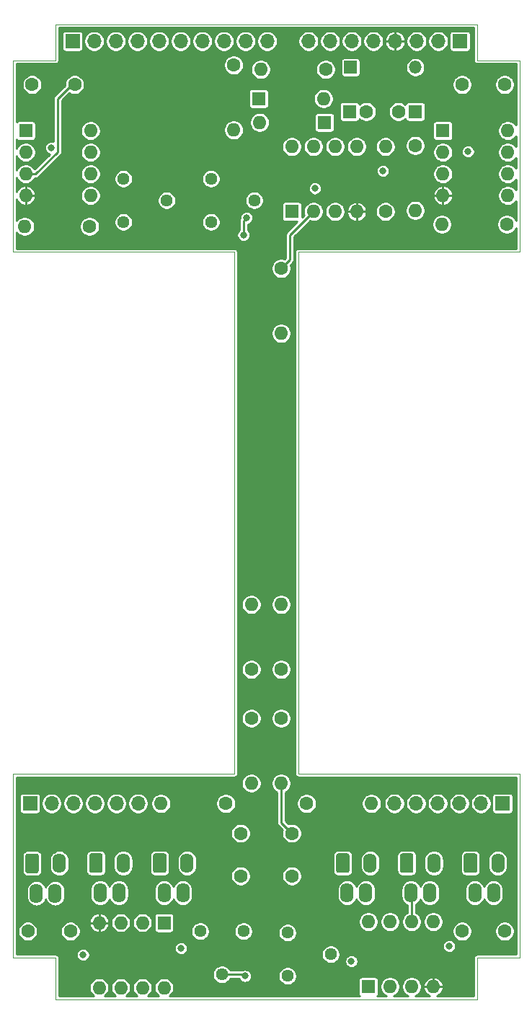
<source format=gbr>
%TF.GenerationSoftware,KiCad,Pcbnew,(5.1.7)-1*%
%TF.CreationDate,2021-10-21T20:27:42-07:00*%
%TF.ProjectId,AnalogBoard_Rev2,416e616c-6f67-4426-9f61-72645f526576,rev?*%
%TF.SameCoordinates,Original*%
%TF.FileFunction,Copper,L2,Inr*%
%TF.FilePolarity,Positive*%
%FSLAX46Y46*%
G04 Gerber Fmt 4.6, Leading zero omitted, Abs format (unit mm)*
G04 Created by KiCad (PCBNEW (5.1.7)-1) date 2021-10-21 20:27:42*
%MOMM*%
%LPD*%
G01*
G04 APERTURE LIST*
%TA.AperFunction,Profile*%
%ADD10C,0.050000*%
%TD*%
%TA.AperFunction,ComponentPad*%
%ADD11C,1.440000*%
%TD*%
%TA.AperFunction,ComponentPad*%
%ADD12O,1.700000X1.700000*%
%TD*%
%TA.AperFunction,ComponentPad*%
%ADD13R,1.700000X1.700000*%
%TD*%
%TA.AperFunction,ComponentPad*%
%ADD14O,1.570000X2.290000*%
%TD*%
%TA.AperFunction,ComponentPad*%
%ADD15O,1.600000X1.600000*%
%TD*%
%TA.AperFunction,ComponentPad*%
%ADD16R,1.600000X1.600000*%
%TD*%
%TA.AperFunction,ComponentPad*%
%ADD17C,1.600000*%
%TD*%
%TA.AperFunction,ComponentPad*%
%ADD18O,1.500000X1.500000*%
%TD*%
%TA.AperFunction,ComponentPad*%
%ADD19R,1.500000X1.500000*%
%TD*%
%TA.AperFunction,ViaPad*%
%ADD20C,0.800000*%
%TD*%
%TA.AperFunction,Conductor*%
%ADD21C,0.250000*%
%TD*%
%TA.AperFunction,Conductor*%
%ADD22C,0.100000*%
%TD*%
G04 APERTURE END LIST*
D10*
X143250000Y-148100000D02*
X148250000Y-148100000D01*
X143250000Y-153000000D02*
X143250000Y-148100000D01*
X93750000Y-148100000D02*
X88750000Y-148100000D01*
X93750000Y-153000000D02*
X93750000Y-148100000D01*
X143250000Y-42750000D02*
X143250000Y-38500000D01*
X148250000Y-42750000D02*
X143250000Y-42750000D01*
X93750000Y-42750000D02*
X93750000Y-38500000D01*
X88750000Y-42750000D02*
X93750000Y-42750000D01*
X148250000Y-148100000D02*
X148250000Y-126500000D01*
X88750000Y-148100000D02*
X88750000Y-126500000D01*
X122250000Y-126500000D02*
X148250000Y-126500000D01*
X122250000Y-65250000D02*
X148250000Y-65250000D01*
X88750000Y-126500000D02*
X114750000Y-126500000D01*
X88750000Y-65250000D02*
X114750000Y-65250000D01*
X114750000Y-126500000D02*
X114750000Y-65250000D01*
X122250000Y-126500000D02*
X122250000Y-65250000D01*
X148250000Y-42750000D02*
X148250000Y-65250000D01*
X88750000Y-65250000D02*
X88750000Y-42750000D01*
X143250000Y-153000000D02*
X93750000Y-153000000D01*
X93750000Y-38500000D02*
X143250000Y-38500000D01*
D11*
%TO.N,GNDD*%
%TO.C,RV4*%
X112014000Y-61722000D03*
%TO.N,/TRIM_2*%
X117094000Y-59182000D03*
%TO.N,+3V3*%
X112014000Y-56642000D03*
%TD*%
%TO.N,GNDD*%
%TO.C,RV3*%
X101727000Y-61722000D03*
%TO.N,/TRIM_1*%
X106807000Y-59182000D03*
%TO.N,+3V3*%
X101727000Y-56642000D03*
%TD*%
%TO.N,/LDRC_2*%
%TO.C,RV2*%
X121000000Y-150250000D03*
X126080000Y-147710000D03*
%TO.N,Net-(R13-Pad1)*%
X121000000Y-145170000D03*
%TD*%
%TO.N,/LDRA_2*%
%TO.C,RV1*%
X110750000Y-145000000D03*
X113290000Y-150080000D03*
%TO.N,Net-(R12-Pad1)*%
X115830000Y-145000000D03*
%TD*%
D12*
%TO.N,GND*%
%TO.C,J4*%
X123470000Y-40500000D03*
%TO.N,+9V*%
X126010000Y-40500000D03*
%TO.N,/TRIM_2*%
X128550000Y-40500000D03*
%TO.N,/TRIM_1*%
X131090000Y-40500000D03*
%TO.N,-9V*%
X133630000Y-40500000D03*
%TO.N,/CH2_EFF*%
X136170000Y-40500000D03*
%TO.N,/CH2_BYP*%
X138710000Y-40500000D03*
D13*
%TO.N,/IN2*%
X141250000Y-40500000D03*
%TD*%
D12*
%TO.N,/PWM_VOL2*%
%TO.C,J3*%
X133550000Y-130000000D03*
%TO.N,/PWM_VOL2_RTN*%
X136090000Y-130000000D03*
%TO.N,/PWM_4*%
X138630000Y-130000000D03*
%TO.N,/PWM_4_RTN*%
X141170000Y-130000000D03*
%TO.N,/PWM_3*%
X143710000Y-130000000D03*
D13*
%TO.N,/PWM_3_RTN*%
X146250000Y-130000000D03*
%TD*%
D12*
%TO.N,GND*%
%TO.C,J2*%
X118610000Y-40500000D03*
%TO.N,+3V3*%
X116070000Y-40500000D03*
%TO.N,/DIP1*%
X113530000Y-40500000D03*
%TO.N,/DIP2*%
X110990000Y-40500000D03*
%TO.N,/DIP3*%
X108450000Y-40500000D03*
%TO.N,/DIP4*%
X105910000Y-40500000D03*
%TO.N,GNDD*%
X103370000Y-40500000D03*
%TO.N,/CH1_EFF*%
X100830000Y-40500000D03*
%TO.N,/CH1_BYP*%
X98290000Y-40500000D03*
D13*
%TO.N,/IN1*%
X95750000Y-40500000D03*
%TD*%
D12*
%TO.N,/PWM_VOL1_RTN*%
%TO.C,J1*%
X103450000Y-130000000D03*
%TO.N,/PWM_VOL1*%
X100910000Y-130000000D03*
%TO.N,/PWM_2_RTN*%
X98370000Y-130000000D03*
%TO.N,/PWM_2*%
X95830000Y-130000000D03*
%TO.N,/PWM_1_RTN*%
X93290000Y-130000000D03*
D13*
%TO.N,/PWM_1*%
X90750000Y-130000000D03*
%TD*%
%TO.N,/PWM_4*%
%TO.C,U9*%
%TA.AperFunction,ComponentPad*%
G36*
G01*
X134464630Y-135855000D02*
X135535370Y-135855000D01*
G75*
G02*
X135785000Y-136104630I0J-249630D01*
G01*
X135785000Y-137895370D01*
G75*
G02*
X135535370Y-138145000I-249630J0D01*
G01*
X134464630Y-138145000D01*
G75*
G02*
X134215000Y-137895370I0J249630D01*
G01*
X134215000Y-136104630D01*
G75*
G02*
X134464630Y-135855000I249630J0D01*
G01*
G37*
%TD.AperFunction*%
D14*
%TO.N,/PWM_4_RTN*%
X138200000Y-137000000D03*
%TO.N,/LDRC_2*%
X137700000Y-140500000D03*
%TO.N,/LDRD_1*%
X135500000Y-140500000D03*
%TD*%
%TO.N,/PWM_3*%
%TO.C,U8*%
%TA.AperFunction,ComponentPad*%
G36*
G01*
X141964630Y-135855000D02*
X143035370Y-135855000D01*
G75*
G02*
X143285000Y-136104630I0J-249630D01*
G01*
X143285000Y-137895370D01*
G75*
G02*
X143035370Y-138145000I-249630J0D01*
G01*
X141964630Y-138145000D01*
G75*
G02*
X141715000Y-137895370I0J249630D01*
G01*
X141715000Y-136104630D01*
G75*
G02*
X141964630Y-135855000I249630J0D01*
G01*
G37*
%TD.AperFunction*%
%TO.N,/PWM_3_RTN*%
X145700000Y-137000000D03*
%TO.N,/LDRC_2*%
X145200000Y-140500000D03*
%TO.N,/LDRC_1*%
X143000000Y-140500000D03*
%TD*%
%TO.N,/PWM_2*%
%TO.C,U7*%
%TA.AperFunction,ComponentPad*%
G36*
G01*
X97964630Y-135855000D02*
X99035370Y-135855000D01*
G75*
G02*
X99285000Y-136104630I0J-249630D01*
G01*
X99285000Y-137895370D01*
G75*
G02*
X99035370Y-138145000I-249630J0D01*
G01*
X97964630Y-138145000D01*
G75*
G02*
X97715000Y-137895370I0J249630D01*
G01*
X97715000Y-136104630D01*
G75*
G02*
X97964630Y-135855000I249630J0D01*
G01*
G37*
%TD.AperFunction*%
%TO.N,/PWM_2_RTN*%
X101700000Y-137000000D03*
%TO.N,/LDRA_2*%
X101200000Y-140500000D03*
%TO.N,/LDRB_1*%
X99000000Y-140500000D03*
%TD*%
%TO.N,/PWM_1*%
%TO.C,U6*%
%TA.AperFunction,ComponentPad*%
G36*
G01*
X90464630Y-135888000D02*
X91535370Y-135888000D01*
G75*
G02*
X91785000Y-136137630I0J-249630D01*
G01*
X91785000Y-137928370D01*
G75*
G02*
X91535370Y-138178000I-249630J0D01*
G01*
X90464630Y-138178000D01*
G75*
G02*
X90215000Y-137928370I0J249630D01*
G01*
X90215000Y-136137630D01*
G75*
G02*
X90464630Y-135888000I249630J0D01*
G01*
G37*
%TD.AperFunction*%
%TO.N,/PWM_1_RTN*%
X94200000Y-137033000D03*
%TO.N,/LDRA_2*%
X93700000Y-140533000D03*
%TO.N,/LDRA_1*%
X91500000Y-140533000D03*
%TD*%
%TO.N,/PWM_VOL2*%
%TO.C,U13*%
%TA.AperFunction,ComponentPad*%
G36*
G01*
X126964630Y-135855000D02*
X128035370Y-135855000D01*
G75*
G02*
X128285000Y-136104630I0J-249630D01*
G01*
X128285000Y-137895370D01*
G75*
G02*
X128035370Y-138145000I-249630J0D01*
G01*
X126964630Y-138145000D01*
G75*
G02*
X126715000Y-137895370I0J249630D01*
G01*
X126715000Y-136104630D01*
G75*
G02*
X126964630Y-135855000I249630J0D01*
G01*
G37*
%TD.AperFunction*%
%TO.N,/PWM_VOL2_RTN*%
X130700000Y-137000000D03*
%TO.N,Net-(R13-Pad1)*%
X130200000Y-140500000D03*
%TO.N,/LDRC_2*%
X128000000Y-140500000D03*
%TD*%
%TO.N,/PWM_VOL1*%
%TO.C,U12*%
%TA.AperFunction,ComponentPad*%
G36*
G01*
X105464630Y-135855000D02*
X106535370Y-135855000D01*
G75*
G02*
X106785000Y-136104630I0J-249630D01*
G01*
X106785000Y-137895370D01*
G75*
G02*
X106535370Y-138145000I-249630J0D01*
G01*
X105464630Y-138145000D01*
G75*
G02*
X105215000Y-137895370I0J249630D01*
G01*
X105215000Y-136104630D01*
G75*
G02*
X105464630Y-135855000I249630J0D01*
G01*
G37*
%TD.AperFunction*%
%TO.N,/PWM_VOL1_RTN*%
X109200000Y-137000000D03*
%TO.N,Net-(R12-Pad1)*%
X108700000Y-140500000D03*
%TO.N,/LDRA_2*%
X106500000Y-140500000D03*
%TD*%
D15*
%TO.N,+9V*%
%TO.C,U5*%
X121500000Y-52880000D03*
%TO.N,-9V*%
X129120000Y-60500000D03*
%TO.N,Net-(R11-Pad1)*%
X124040000Y-52880000D03*
%TO.N,/CH1_BYP*%
X126580000Y-60500000D03*
%TO.N,Net-(R11-Pad1)*%
X126580000Y-52880000D03*
%TO.N,Net-(D2-Pad2)*%
X124040000Y-60500000D03*
%TO.N,Net-(C10-Pad2)*%
X129120000Y-52880000D03*
D16*
%TO.N,Net-(D2-Pad1)*%
X121500000Y-60500000D03*
%TD*%
D15*
%TO.N,+9V*%
%TO.C,U4*%
X130500000Y-143880000D03*
%TO.N,-9V*%
X138120000Y-151500000D03*
%TO.N,/LDRD_1*%
X133040000Y-143880000D03*
%TO.N,Net-(C8-Pad2)*%
X135580000Y-151500000D03*
%TO.N,/LDRD_1*%
X135580000Y-143880000D03*
%TO.N,/LDRC_1*%
X133040000Y-151500000D03*
%TO.N,Net-(C5-Pad1)*%
X138120000Y-143880000D03*
D16*
%TO.N,/LDRC_1*%
X130500000Y-151500000D03*
%TD*%
D15*
%TO.N,+9V*%
%TO.C,U3*%
X106500000Y-151620000D03*
%TO.N,-9V*%
X98880000Y-144000000D03*
%TO.N,/LDRB_1*%
X103960000Y-151620000D03*
%TO.N,Net-(C7-Pad2)*%
X101420000Y-144000000D03*
%TO.N,/LDRB_1*%
X101420000Y-151620000D03*
%TO.N,/LDRA_1*%
X103960000Y-144000000D03*
%TO.N,Net-(C4-Pad1)*%
X98880000Y-151620000D03*
D16*
%TO.N,/LDRA_1*%
X106500000Y-144000000D03*
%TD*%
D15*
%TO.N,+9V*%
%TO.C,U2*%
X146870000Y-51000000D03*
%TO.N,-9V*%
X139250000Y-58620000D03*
%TO.N,/CH2_EFF*%
X146870000Y-53540000D03*
%TO.N,Net-(C2-Pad1)*%
X139250000Y-56080000D03*
%TO.N,/LDRC_2*%
X146870000Y-56080000D03*
%TO.N,/CH2_BYP*%
X139250000Y-53540000D03*
%TO.N,GND*%
X146870000Y-58620000D03*
D16*
%TO.N,/CH2_BYP*%
X139250000Y-51000000D03*
%TD*%
D15*
%TO.N,+9V*%
%TO.C,U1*%
X97870000Y-51000000D03*
%TO.N,-9V*%
X90250000Y-58620000D03*
%TO.N,/CH1_EFF*%
X97870000Y-53540000D03*
%TO.N,Net-(C1-Pad1)*%
X90250000Y-56080000D03*
%TO.N,/LDRA_2*%
X97870000Y-56080000D03*
%TO.N,/CH1_BYP*%
X90250000Y-53540000D03*
%TO.N,GND*%
X97870000Y-58620000D03*
D16*
%TO.N,/CH1_BYP*%
X90250000Y-51000000D03*
%TD*%
D15*
%TO.N,/CH2_EFF*%
%TO.C,R13*%
X120250000Y-106630000D03*
D17*
%TO.N,Net-(R13-Pad1)*%
X120250000Y-114250000D03*
%TD*%
D15*
%TO.N,/CH1_EFF*%
%TO.C,R12*%
X116750000Y-106630000D03*
D17*
%TO.N,Net-(R12-Pad1)*%
X116750000Y-114250000D03*
%TD*%
D15*
%TO.N,/ENV_OUT*%
%TO.C,R11*%
X117856000Y-43815000D03*
D17*
%TO.N,Net-(R11-Pad1)*%
X125476000Y-43815000D03*
%TD*%
D15*
%TO.N,GND*%
%TO.C,R10*%
X136000000Y-60370000D03*
D17*
%TO.N,Net-(C10-Pad2)*%
X136000000Y-52750000D03*
%TD*%
D15*
%TO.N,Net-(C10-Pad2)*%
%TO.C,R9*%
X132500000Y-52880000D03*
D17*
%TO.N,Net-(D3-Pad1)*%
X132500000Y-60500000D03*
%TD*%
D15*
%TO.N,Net-(D3-Pad1)*%
%TO.C,R8*%
X114681000Y-50927000D03*
D17*
%TO.N,Net-(D2-Pad2)*%
X114681000Y-43307000D03*
%TD*%
D15*
%TO.N,Net-(C5-Pad1)*%
%TO.C,R7*%
X120250000Y-127620000D03*
D17*
%TO.N,GND*%
X120250000Y-120000000D03*
%TD*%
D15*
%TO.N,Net-(C4-Pad1)*%
%TO.C,R6*%
X116750000Y-127620000D03*
D17*
%TO.N,GND*%
X116750000Y-120000000D03*
%TD*%
D15*
%TO.N,GND*%
%TO.C,R5*%
X120250000Y-74803000D03*
D17*
%TO.N,Net-(D2-Pad2)*%
X120250000Y-67183000D03*
%TD*%
D15*
%TO.N,Net-(C8-Pad2)*%
%TO.C,R4*%
X130870000Y-130000000D03*
D17*
%TO.N,/CH2_BYP*%
X123250000Y-130000000D03*
%TD*%
D15*
%TO.N,Net-(C7-Pad2)*%
%TO.C,R3*%
X106130000Y-130000000D03*
D17*
%TO.N,/CH1_BYP*%
X113750000Y-130000000D03*
%TD*%
D15*
%TO.N,Net-(C2-Pad1)*%
%TO.C,R2*%
X139130000Y-62000000D03*
D17*
%TO.N,GND*%
X146750000Y-62000000D03*
%TD*%
D15*
%TO.N,Net-(C1-Pad1)*%
%TO.C,R1*%
X90130000Y-62250000D03*
D17*
%TO.N,GND*%
X97750000Y-62250000D03*
%TD*%
D18*
%TO.N,GND*%
%TO.C,D4*%
X136017000Y-43561000D03*
D19*
%TO.N,/ENV_OUT*%
X128397000Y-43561000D03*
%TD*%
D15*
%TO.N,Net-(D2-Pad1)*%
%TO.C,D3*%
X117729000Y-50038000D03*
D16*
%TO.N,Net-(D3-Pad1)*%
X125349000Y-50038000D03*
%TD*%
D15*
%TO.N,Net-(D2-Pad2)*%
%TO.C,D2*%
X125222000Y-47244000D03*
D16*
%TO.N,Net-(D2-Pad1)*%
X117602000Y-47244000D03*
%TD*%
D17*
%TO.N,/ENV_OUT*%
%TO.C,C11*%
X130270000Y-48768000D03*
D16*
%TO.N,GND*%
X128270000Y-48768000D03*
%TD*%
D17*
%TO.N,Net-(C10-Pad2)*%
%TO.C,C10*%
X134017000Y-48768000D03*
D16*
%TO.N,GND*%
X136017000Y-48768000D03*
%TD*%
D17*
%TO.N,Net-(C8-Pad2)*%
%TO.C,C8*%
X141500000Y-145000000D03*
%TO.N,GND*%
X146500000Y-145000000D03*
%TD*%
%TO.N,Net-(C7-Pad2)*%
%TO.C,C7*%
X95500000Y-145000000D03*
%TO.N,GND*%
X90500000Y-145000000D03*
%TD*%
%TO.N,/CH2_BYP*%
%TO.C,C5*%
X121500000Y-138500000D03*
%TO.N,Net-(C5-Pad1)*%
X121500000Y-133500000D03*
%TD*%
%TO.N,/CH1_BYP*%
%TO.C,C4*%
X115500000Y-133500000D03*
%TO.N,Net-(C4-Pad1)*%
X115500000Y-138500000D03*
%TD*%
%TO.N,/IN2*%
%TO.C,C2*%
X146500000Y-45600000D03*
%TO.N,Net-(C2-Pad1)*%
X141500000Y-45600000D03*
%TD*%
%TO.N,/IN1*%
%TO.C,C1*%
X91000000Y-45600000D03*
%TO.N,Net-(C1-Pad1)*%
X96000000Y-45600000D03*
%TD*%
D20*
%TO.N,GND*%
X108500000Y-147000000D03*
X97000000Y-147750000D03*
X128500000Y-148500000D03*
X140000000Y-146750000D03*
X142212500Y-53462500D03*
X132212500Y-55712500D03*
X124212500Y-57787500D03*
X93250000Y-53000000D03*
%TO.N,/CH1_BYP*%
X116205000Y-61214000D03*
X115824000Y-63246000D03*
%TO.N,/LDRA_2*%
X116000002Y-150250000D03*
%TD*%
D21*
%TO.N,Net-(C1-Pad1)*%
X94000000Y-47250000D02*
X96000000Y-45250000D01*
X94000000Y-53500000D02*
X94000000Y-47250000D01*
X91420000Y-56080000D02*
X94000000Y-53500000D01*
X90250000Y-56080000D02*
X91420000Y-56080000D01*
%TO.N,/CH1_BYP*%
X115824000Y-61595000D02*
X116205000Y-61214000D01*
X115824000Y-63246000D02*
X115824000Y-61595000D01*
%TO.N,Net-(C5-Pad1)*%
X120250000Y-132250000D02*
X121500000Y-133500000D01*
X120250000Y-127620000D02*
X120250000Y-132250000D01*
%TO.N,Net-(D2-Pad2)*%
X121285000Y-63255000D02*
X124040000Y-60500000D01*
X121285000Y-66148000D02*
X120250000Y-67183000D01*
X121285000Y-64785000D02*
X121285000Y-66148000D01*
X121285000Y-64785000D02*
X121285000Y-63255000D01*
%TO.N,/LDRA_2*%
X113040000Y-150080000D02*
X115830002Y-150080000D01*
X115830002Y-150080000D02*
X116000002Y-150250000D01*
%TO.N,/LDRD_1*%
X135580000Y-140580000D02*
X135500000Y-140500000D01*
X135580000Y-143880000D02*
X135580000Y-140580000D01*
%TD*%
%TO.N,-9V*%
X142846000Y-42730160D02*
X142844046Y-42750000D01*
X142851846Y-42829198D01*
X142874947Y-42905352D01*
X142912462Y-42975536D01*
X142954055Y-43026218D01*
X142962947Y-43037053D01*
X143024464Y-43087538D01*
X143094648Y-43125053D01*
X143170802Y-43148154D01*
X143250000Y-43155954D01*
X143269840Y-43154000D01*
X147846000Y-43154000D01*
X147846000Y-50338543D01*
X147785789Y-50248431D01*
X147621569Y-50084211D01*
X147428466Y-49955183D01*
X147213902Y-49866308D01*
X146986121Y-49821000D01*
X146753879Y-49821000D01*
X146526098Y-49866308D01*
X146311534Y-49955183D01*
X146118431Y-50084211D01*
X145954211Y-50248431D01*
X145825183Y-50441534D01*
X145736308Y-50656098D01*
X145691000Y-50883879D01*
X145691000Y-51116121D01*
X145736308Y-51343902D01*
X145825183Y-51558466D01*
X145954211Y-51751569D01*
X146118431Y-51915789D01*
X146311534Y-52044817D01*
X146526098Y-52133692D01*
X146753879Y-52179000D01*
X146986121Y-52179000D01*
X147213902Y-52133692D01*
X147428466Y-52044817D01*
X147621569Y-51915789D01*
X147785789Y-51751569D01*
X147846000Y-51661457D01*
X147846000Y-52878543D01*
X147785789Y-52788431D01*
X147621569Y-52624211D01*
X147428466Y-52495183D01*
X147213902Y-52406308D01*
X146986121Y-52361000D01*
X146753879Y-52361000D01*
X146526098Y-52406308D01*
X146311534Y-52495183D01*
X146118431Y-52624211D01*
X145954211Y-52788431D01*
X145825183Y-52981534D01*
X145736308Y-53196098D01*
X145691000Y-53423879D01*
X145691000Y-53656121D01*
X145736308Y-53883902D01*
X145825183Y-54098466D01*
X145954211Y-54291569D01*
X146118431Y-54455789D01*
X146311534Y-54584817D01*
X146526098Y-54673692D01*
X146753879Y-54719000D01*
X146986121Y-54719000D01*
X147213902Y-54673692D01*
X147428466Y-54584817D01*
X147621569Y-54455789D01*
X147785789Y-54291569D01*
X147846001Y-54201457D01*
X147846001Y-55418543D01*
X147785789Y-55328431D01*
X147621569Y-55164211D01*
X147428466Y-55035183D01*
X147213902Y-54946308D01*
X146986121Y-54901000D01*
X146753879Y-54901000D01*
X146526098Y-54946308D01*
X146311534Y-55035183D01*
X146118431Y-55164211D01*
X145954211Y-55328431D01*
X145825183Y-55521534D01*
X145736308Y-55736098D01*
X145691000Y-55963879D01*
X145691000Y-56196121D01*
X145736308Y-56423902D01*
X145825183Y-56638466D01*
X145954211Y-56831569D01*
X146118431Y-56995789D01*
X146311534Y-57124817D01*
X146526098Y-57213692D01*
X146753879Y-57259000D01*
X146986121Y-57259000D01*
X147213902Y-57213692D01*
X147428466Y-57124817D01*
X147621569Y-56995789D01*
X147785789Y-56831569D01*
X147846001Y-56741456D01*
X147846001Y-57958544D01*
X147785789Y-57868431D01*
X147621569Y-57704211D01*
X147428466Y-57575183D01*
X147213902Y-57486308D01*
X146986121Y-57441000D01*
X146753879Y-57441000D01*
X146526098Y-57486308D01*
X146311534Y-57575183D01*
X146118431Y-57704211D01*
X145954211Y-57868431D01*
X145825183Y-58061534D01*
X145736308Y-58276098D01*
X145691000Y-58503879D01*
X145691000Y-58736121D01*
X145736308Y-58963902D01*
X145825183Y-59178466D01*
X145954211Y-59371569D01*
X146118431Y-59535789D01*
X146311534Y-59664817D01*
X146526098Y-59753692D01*
X146753879Y-59799000D01*
X146986121Y-59799000D01*
X147213902Y-59753692D01*
X147428466Y-59664817D01*
X147621569Y-59535789D01*
X147785789Y-59371569D01*
X147846001Y-59281456D01*
X147846001Y-61565103D01*
X147794817Y-61441534D01*
X147665789Y-61248431D01*
X147501569Y-61084211D01*
X147308466Y-60955183D01*
X147093902Y-60866308D01*
X146866121Y-60821000D01*
X146633879Y-60821000D01*
X146406098Y-60866308D01*
X146191534Y-60955183D01*
X145998431Y-61084211D01*
X145834211Y-61248431D01*
X145705183Y-61441534D01*
X145616308Y-61656098D01*
X145571000Y-61883879D01*
X145571000Y-62116121D01*
X145616308Y-62343902D01*
X145705183Y-62558466D01*
X145834211Y-62751569D01*
X145998431Y-62915789D01*
X146191534Y-63044817D01*
X146406098Y-63133692D01*
X146633879Y-63179000D01*
X146866121Y-63179000D01*
X147093902Y-63133692D01*
X147308466Y-63044817D01*
X147501569Y-62915789D01*
X147665789Y-62751569D01*
X147794817Y-62558466D01*
X147846001Y-62434897D01*
X147846001Y-64846000D01*
X122269840Y-64846000D01*
X122250000Y-64844046D01*
X122230160Y-64846000D01*
X122170802Y-64851846D01*
X122094648Y-64874947D01*
X122024464Y-64912462D01*
X121962947Y-64962947D01*
X121912462Y-65024464D01*
X121874947Y-65094648D01*
X121851846Y-65170802D01*
X121844046Y-65250000D01*
X121846001Y-65269850D01*
X121846000Y-126480160D01*
X121844046Y-126500000D01*
X121851846Y-126579198D01*
X121874947Y-126655352D01*
X121912462Y-126725536D01*
X121962947Y-126787053D01*
X122024464Y-126837538D01*
X122094648Y-126875053D01*
X122170802Y-126898154D01*
X122250000Y-126905954D01*
X122269840Y-126904000D01*
X147846001Y-126904000D01*
X147846000Y-147696000D01*
X143269840Y-147696000D01*
X143250000Y-147694046D01*
X143230160Y-147696000D01*
X143170802Y-147701846D01*
X143094648Y-147724947D01*
X143024464Y-147762462D01*
X142962947Y-147812947D01*
X142912462Y-147874464D01*
X142874947Y-147944648D01*
X142851846Y-148020802D01*
X142844046Y-148100000D01*
X142846001Y-148119850D01*
X142846000Y-152596000D01*
X138540846Y-152596000D01*
X138611783Y-152571536D01*
X138811380Y-152455005D01*
X138984408Y-152301773D01*
X139124217Y-152117729D01*
X139225434Y-151909947D01*
X139284170Y-151686411D01*
X139204248Y-151502000D01*
X138122000Y-151502000D01*
X138122000Y-151522000D01*
X138118000Y-151522000D01*
X138118000Y-151502000D01*
X137035752Y-151502000D01*
X136955830Y-151686411D01*
X137014566Y-151909947D01*
X137115783Y-152117729D01*
X137255592Y-152301773D01*
X137428620Y-152455005D01*
X137628217Y-152571536D01*
X137699154Y-152596000D01*
X136014899Y-152596000D01*
X136138466Y-152544817D01*
X136331569Y-152415789D01*
X136495789Y-152251569D01*
X136624817Y-152058466D01*
X136713692Y-151843902D01*
X136759000Y-151616121D01*
X136759000Y-151383879D01*
X136745019Y-151313589D01*
X136955830Y-151313589D01*
X137035752Y-151498000D01*
X138118000Y-151498000D01*
X138118000Y-150415752D01*
X138122000Y-150415752D01*
X138122000Y-151498000D01*
X139204248Y-151498000D01*
X139284170Y-151313589D01*
X139225434Y-151090053D01*
X139124217Y-150882271D01*
X138984408Y-150698227D01*
X138811380Y-150544995D01*
X138611783Y-150428464D01*
X138393287Y-150353111D01*
X138306411Y-150335830D01*
X138122000Y-150415752D01*
X138118000Y-150415752D01*
X137933589Y-150335830D01*
X137846713Y-150353111D01*
X137628217Y-150428464D01*
X137428620Y-150544995D01*
X137255592Y-150698227D01*
X137115783Y-150882271D01*
X137014566Y-151090053D01*
X136955830Y-151313589D01*
X136745019Y-151313589D01*
X136713692Y-151156098D01*
X136624817Y-150941534D01*
X136495789Y-150748431D01*
X136331569Y-150584211D01*
X136138466Y-150455183D01*
X135923902Y-150366308D01*
X135696121Y-150321000D01*
X135463879Y-150321000D01*
X135236098Y-150366308D01*
X135021534Y-150455183D01*
X134828431Y-150584211D01*
X134664211Y-150748431D01*
X134535183Y-150941534D01*
X134446308Y-151156098D01*
X134401000Y-151383879D01*
X134401000Y-151616121D01*
X134446308Y-151843902D01*
X134535183Y-152058466D01*
X134664211Y-152251569D01*
X134828431Y-152415789D01*
X135021534Y-152544817D01*
X135145101Y-152596000D01*
X133474899Y-152596000D01*
X133598466Y-152544817D01*
X133791569Y-152415789D01*
X133955789Y-152251569D01*
X134084817Y-152058466D01*
X134173692Y-151843902D01*
X134219000Y-151616121D01*
X134219000Y-151383879D01*
X134173692Y-151156098D01*
X134084817Y-150941534D01*
X133955789Y-150748431D01*
X133791569Y-150584211D01*
X133598466Y-150455183D01*
X133383902Y-150366308D01*
X133156121Y-150321000D01*
X132923879Y-150321000D01*
X132696098Y-150366308D01*
X132481534Y-150455183D01*
X132288431Y-150584211D01*
X132124211Y-150748431D01*
X131995183Y-150941534D01*
X131906308Y-151156098D01*
X131861000Y-151383879D01*
X131861000Y-151616121D01*
X131906308Y-151843902D01*
X131995183Y-152058466D01*
X132124211Y-152251569D01*
X132288431Y-152415789D01*
X132481534Y-152544817D01*
X132605101Y-152596000D01*
X131536743Y-152596000D01*
X131569290Y-152569290D01*
X131616651Y-152511579D01*
X131651844Y-152445738D01*
X131673515Y-152374297D01*
X131680833Y-152300000D01*
X131680833Y-150700000D01*
X131673515Y-150625703D01*
X131651844Y-150554262D01*
X131616651Y-150488421D01*
X131569290Y-150430710D01*
X131511579Y-150383349D01*
X131445738Y-150348156D01*
X131374297Y-150326485D01*
X131300000Y-150319167D01*
X129700000Y-150319167D01*
X129625703Y-150326485D01*
X129554262Y-150348156D01*
X129488421Y-150383349D01*
X129430710Y-150430710D01*
X129383349Y-150488421D01*
X129348156Y-150554262D01*
X129326485Y-150625703D01*
X129319167Y-150700000D01*
X129319167Y-152300000D01*
X129326485Y-152374297D01*
X129348156Y-152445738D01*
X129383349Y-152511579D01*
X129430710Y-152569290D01*
X129463257Y-152596000D01*
X107161457Y-152596000D01*
X107251569Y-152535789D01*
X107415789Y-152371569D01*
X107544817Y-152178466D01*
X107633692Y-151963902D01*
X107679000Y-151736121D01*
X107679000Y-151503879D01*
X107633692Y-151276098D01*
X107544817Y-151061534D01*
X107415789Y-150868431D01*
X107251569Y-150704211D01*
X107058466Y-150575183D01*
X106843902Y-150486308D01*
X106616121Y-150441000D01*
X106383879Y-150441000D01*
X106156098Y-150486308D01*
X105941534Y-150575183D01*
X105748431Y-150704211D01*
X105584211Y-150868431D01*
X105455183Y-151061534D01*
X105366308Y-151276098D01*
X105321000Y-151503879D01*
X105321000Y-151736121D01*
X105366308Y-151963902D01*
X105455183Y-152178466D01*
X105584211Y-152371569D01*
X105748431Y-152535789D01*
X105838543Y-152596000D01*
X104621457Y-152596000D01*
X104711569Y-152535789D01*
X104875789Y-152371569D01*
X105004817Y-152178466D01*
X105093692Y-151963902D01*
X105139000Y-151736121D01*
X105139000Y-151503879D01*
X105093692Y-151276098D01*
X105004817Y-151061534D01*
X104875789Y-150868431D01*
X104711569Y-150704211D01*
X104518466Y-150575183D01*
X104303902Y-150486308D01*
X104076121Y-150441000D01*
X103843879Y-150441000D01*
X103616098Y-150486308D01*
X103401534Y-150575183D01*
X103208431Y-150704211D01*
X103044211Y-150868431D01*
X102915183Y-151061534D01*
X102826308Y-151276098D01*
X102781000Y-151503879D01*
X102781000Y-151736121D01*
X102826308Y-151963902D01*
X102915183Y-152178466D01*
X103044211Y-152371569D01*
X103208431Y-152535789D01*
X103298543Y-152596000D01*
X102081457Y-152596000D01*
X102171569Y-152535789D01*
X102335789Y-152371569D01*
X102464817Y-152178466D01*
X102553692Y-151963902D01*
X102599000Y-151736121D01*
X102599000Y-151503879D01*
X102553692Y-151276098D01*
X102464817Y-151061534D01*
X102335789Y-150868431D01*
X102171569Y-150704211D01*
X101978466Y-150575183D01*
X101763902Y-150486308D01*
X101536121Y-150441000D01*
X101303879Y-150441000D01*
X101076098Y-150486308D01*
X100861534Y-150575183D01*
X100668431Y-150704211D01*
X100504211Y-150868431D01*
X100375183Y-151061534D01*
X100286308Y-151276098D01*
X100241000Y-151503879D01*
X100241000Y-151736121D01*
X100286308Y-151963902D01*
X100375183Y-152178466D01*
X100504211Y-152371569D01*
X100668431Y-152535789D01*
X100758543Y-152596000D01*
X99541457Y-152596000D01*
X99631569Y-152535789D01*
X99795789Y-152371569D01*
X99924817Y-152178466D01*
X100013692Y-151963902D01*
X100059000Y-151736121D01*
X100059000Y-151503879D01*
X100013692Y-151276098D01*
X99924817Y-151061534D01*
X99795789Y-150868431D01*
X99631569Y-150704211D01*
X99438466Y-150575183D01*
X99223902Y-150486308D01*
X98996121Y-150441000D01*
X98763879Y-150441000D01*
X98536098Y-150486308D01*
X98321534Y-150575183D01*
X98128431Y-150704211D01*
X97964211Y-150868431D01*
X97835183Y-151061534D01*
X97746308Y-151276098D01*
X97701000Y-151503879D01*
X97701000Y-151736121D01*
X97746308Y-151963902D01*
X97835183Y-152178466D01*
X97964211Y-152371569D01*
X98128431Y-152535789D01*
X98218543Y-152596000D01*
X94154000Y-152596000D01*
X94154000Y-149971758D01*
X112191000Y-149971758D01*
X112191000Y-150188242D01*
X112233234Y-150400567D01*
X112316078Y-150600572D01*
X112436351Y-150780572D01*
X112589428Y-150933649D01*
X112769428Y-151053922D01*
X112969433Y-151136766D01*
X113181758Y-151179000D01*
X113398242Y-151179000D01*
X113610567Y-151136766D01*
X113810572Y-151053922D01*
X113990572Y-150933649D01*
X114143649Y-150780572D01*
X114263922Y-150600572D01*
X114270786Y-150584000D01*
X115295166Y-150584000D01*
X115309661Y-150618995D01*
X115394913Y-150746583D01*
X115503419Y-150855089D01*
X115631007Y-150940341D01*
X115772776Y-150999063D01*
X115923277Y-151029000D01*
X116076727Y-151029000D01*
X116227228Y-150999063D01*
X116368997Y-150940341D01*
X116496585Y-150855089D01*
X116605091Y-150746583D01*
X116690343Y-150618995D01*
X116749065Y-150477226D01*
X116779002Y-150326725D01*
X116779002Y-150173275D01*
X116772733Y-150141758D01*
X119901000Y-150141758D01*
X119901000Y-150358242D01*
X119943234Y-150570567D01*
X120026078Y-150770572D01*
X120146351Y-150950572D01*
X120299428Y-151103649D01*
X120479428Y-151223922D01*
X120679433Y-151306766D01*
X120891758Y-151349000D01*
X121108242Y-151349000D01*
X121320567Y-151306766D01*
X121520572Y-151223922D01*
X121700572Y-151103649D01*
X121853649Y-150950572D01*
X121973922Y-150770572D01*
X122056766Y-150570567D01*
X122099000Y-150358242D01*
X122099000Y-150141758D01*
X122056766Y-149929433D01*
X121973922Y-149729428D01*
X121853649Y-149549428D01*
X121700572Y-149396351D01*
X121520572Y-149276078D01*
X121320567Y-149193234D01*
X121108242Y-149151000D01*
X120891758Y-149151000D01*
X120679433Y-149193234D01*
X120479428Y-149276078D01*
X120299428Y-149396351D01*
X120146351Y-149549428D01*
X120026078Y-149729428D01*
X119943234Y-149929433D01*
X119901000Y-150141758D01*
X116772733Y-150141758D01*
X116749065Y-150022774D01*
X116690343Y-149881005D01*
X116605091Y-149753417D01*
X116496585Y-149644911D01*
X116368997Y-149559659D01*
X116227228Y-149500937D01*
X116076727Y-149471000D01*
X115923277Y-149471000D01*
X115772776Y-149500937D01*
X115631007Y-149559659D01*
X115606551Y-149576000D01*
X114270786Y-149576000D01*
X114263922Y-149559428D01*
X114143649Y-149379428D01*
X113990572Y-149226351D01*
X113810572Y-149106078D01*
X113610567Y-149023234D01*
X113398242Y-148981000D01*
X113181758Y-148981000D01*
X112969433Y-149023234D01*
X112769428Y-149106078D01*
X112589428Y-149226351D01*
X112436351Y-149379428D01*
X112316078Y-149559428D01*
X112233234Y-149759433D01*
X112191000Y-149971758D01*
X94154000Y-149971758D01*
X94154000Y-148119839D01*
X94155954Y-148100000D01*
X94148154Y-148020802D01*
X94125053Y-147944648D01*
X94087538Y-147874464D01*
X94037053Y-147812947D01*
X93975536Y-147762462D01*
X93905352Y-147724947D01*
X93829198Y-147701846D01*
X93769840Y-147696000D01*
X93750000Y-147694046D01*
X93730160Y-147696000D01*
X89154000Y-147696000D01*
X89154000Y-147673275D01*
X96221000Y-147673275D01*
X96221000Y-147826725D01*
X96250937Y-147977226D01*
X96309659Y-148118995D01*
X96394911Y-148246583D01*
X96503417Y-148355089D01*
X96631005Y-148440341D01*
X96772774Y-148499063D01*
X96923275Y-148529000D01*
X97076725Y-148529000D01*
X97227226Y-148499063D01*
X97368995Y-148440341D01*
X97496583Y-148355089D01*
X97605089Y-148246583D01*
X97690341Y-148118995D01*
X97749063Y-147977226D01*
X97779000Y-147826725D01*
X97779000Y-147673275D01*
X97749063Y-147522774D01*
X97690341Y-147381005D01*
X97605089Y-147253417D01*
X97496583Y-147144911D01*
X97368995Y-147059659D01*
X97227226Y-147000937D01*
X97076725Y-146971000D01*
X96923275Y-146971000D01*
X96772774Y-147000937D01*
X96631005Y-147059659D01*
X96503417Y-147144911D01*
X96394911Y-147253417D01*
X96309659Y-147381005D01*
X96250937Y-147522774D01*
X96221000Y-147673275D01*
X89154000Y-147673275D01*
X89154000Y-146923275D01*
X107721000Y-146923275D01*
X107721000Y-147076725D01*
X107750937Y-147227226D01*
X107809659Y-147368995D01*
X107894911Y-147496583D01*
X108003417Y-147605089D01*
X108131005Y-147690341D01*
X108272774Y-147749063D01*
X108423275Y-147779000D01*
X108576725Y-147779000D01*
X108727226Y-147749063D01*
X108868995Y-147690341D01*
X108996583Y-147605089D01*
X108999914Y-147601758D01*
X124981000Y-147601758D01*
X124981000Y-147818242D01*
X125023234Y-148030567D01*
X125106078Y-148230572D01*
X125226351Y-148410572D01*
X125379428Y-148563649D01*
X125559428Y-148683922D01*
X125759433Y-148766766D01*
X125971758Y-148809000D01*
X126188242Y-148809000D01*
X126400567Y-148766766D01*
X126600572Y-148683922D01*
X126780572Y-148563649D01*
X126920946Y-148423275D01*
X127721000Y-148423275D01*
X127721000Y-148576725D01*
X127750937Y-148727226D01*
X127809659Y-148868995D01*
X127894911Y-148996583D01*
X128003417Y-149105089D01*
X128131005Y-149190341D01*
X128272774Y-149249063D01*
X128423275Y-149279000D01*
X128576725Y-149279000D01*
X128727226Y-149249063D01*
X128868995Y-149190341D01*
X128996583Y-149105089D01*
X129105089Y-148996583D01*
X129190341Y-148868995D01*
X129249063Y-148727226D01*
X129279000Y-148576725D01*
X129279000Y-148423275D01*
X129249063Y-148272774D01*
X129190341Y-148131005D01*
X129105089Y-148003417D01*
X128996583Y-147894911D01*
X128868995Y-147809659D01*
X128727226Y-147750937D01*
X128576725Y-147721000D01*
X128423275Y-147721000D01*
X128272774Y-147750937D01*
X128131005Y-147809659D01*
X128003417Y-147894911D01*
X127894911Y-148003417D01*
X127809659Y-148131005D01*
X127750937Y-148272774D01*
X127721000Y-148423275D01*
X126920946Y-148423275D01*
X126933649Y-148410572D01*
X127053922Y-148230572D01*
X127136766Y-148030567D01*
X127179000Y-147818242D01*
X127179000Y-147601758D01*
X127136766Y-147389433D01*
X127053922Y-147189428D01*
X126933649Y-147009428D01*
X126780572Y-146856351D01*
X126600572Y-146736078D01*
X126448951Y-146673275D01*
X139221000Y-146673275D01*
X139221000Y-146826725D01*
X139250937Y-146977226D01*
X139309659Y-147118995D01*
X139394911Y-147246583D01*
X139503417Y-147355089D01*
X139631005Y-147440341D01*
X139772774Y-147499063D01*
X139923275Y-147529000D01*
X140076725Y-147529000D01*
X140227226Y-147499063D01*
X140368995Y-147440341D01*
X140496583Y-147355089D01*
X140605089Y-147246583D01*
X140690341Y-147118995D01*
X140749063Y-146977226D01*
X140779000Y-146826725D01*
X140779000Y-146673275D01*
X140749063Y-146522774D01*
X140690341Y-146381005D01*
X140605089Y-146253417D01*
X140496583Y-146144911D01*
X140368995Y-146059659D01*
X140227226Y-146000937D01*
X140076725Y-145971000D01*
X139923275Y-145971000D01*
X139772774Y-146000937D01*
X139631005Y-146059659D01*
X139503417Y-146144911D01*
X139394911Y-146253417D01*
X139309659Y-146381005D01*
X139250937Y-146522774D01*
X139221000Y-146673275D01*
X126448951Y-146673275D01*
X126400567Y-146653234D01*
X126188242Y-146611000D01*
X125971758Y-146611000D01*
X125759433Y-146653234D01*
X125559428Y-146736078D01*
X125379428Y-146856351D01*
X125226351Y-147009428D01*
X125106078Y-147189428D01*
X125023234Y-147389433D01*
X124981000Y-147601758D01*
X108999914Y-147601758D01*
X109105089Y-147496583D01*
X109190341Y-147368995D01*
X109249063Y-147227226D01*
X109279000Y-147076725D01*
X109279000Y-146923275D01*
X109249063Y-146772774D01*
X109190341Y-146631005D01*
X109105089Y-146503417D01*
X108996583Y-146394911D01*
X108868995Y-146309659D01*
X108727226Y-146250937D01*
X108576725Y-146221000D01*
X108423275Y-146221000D01*
X108272774Y-146250937D01*
X108131005Y-146309659D01*
X108003417Y-146394911D01*
X107894911Y-146503417D01*
X107809659Y-146631005D01*
X107750937Y-146772774D01*
X107721000Y-146923275D01*
X89154000Y-146923275D01*
X89154000Y-144883879D01*
X89321000Y-144883879D01*
X89321000Y-145116121D01*
X89366308Y-145343902D01*
X89455183Y-145558466D01*
X89584211Y-145751569D01*
X89748431Y-145915789D01*
X89941534Y-146044817D01*
X90156098Y-146133692D01*
X90383879Y-146179000D01*
X90616121Y-146179000D01*
X90843902Y-146133692D01*
X91058466Y-146044817D01*
X91251569Y-145915789D01*
X91415789Y-145751569D01*
X91544817Y-145558466D01*
X91633692Y-145343902D01*
X91679000Y-145116121D01*
X91679000Y-144883879D01*
X94321000Y-144883879D01*
X94321000Y-145116121D01*
X94366308Y-145343902D01*
X94455183Y-145558466D01*
X94584211Y-145751569D01*
X94748431Y-145915789D01*
X94941534Y-146044817D01*
X95156098Y-146133692D01*
X95383879Y-146179000D01*
X95616121Y-146179000D01*
X95843902Y-146133692D01*
X96058466Y-146044817D01*
X96251569Y-145915789D01*
X96415789Y-145751569D01*
X96544817Y-145558466D01*
X96633692Y-145343902D01*
X96679000Y-145116121D01*
X96679000Y-144883879D01*
X96633692Y-144656098D01*
X96544817Y-144441534D01*
X96415789Y-144248431D01*
X96353769Y-144186411D01*
X97715830Y-144186411D01*
X97774566Y-144409947D01*
X97875783Y-144617729D01*
X98015592Y-144801773D01*
X98188620Y-144955005D01*
X98388217Y-145071536D01*
X98606713Y-145146889D01*
X98693589Y-145164170D01*
X98878000Y-145084248D01*
X98878000Y-144002000D01*
X98882000Y-144002000D01*
X98882000Y-145084248D01*
X99066411Y-145164170D01*
X99153287Y-145146889D01*
X99371783Y-145071536D01*
X99571380Y-144955005D01*
X99744408Y-144801773D01*
X99884217Y-144617729D01*
X99985434Y-144409947D01*
X100044170Y-144186411D01*
X99964248Y-144002000D01*
X98882000Y-144002000D01*
X98878000Y-144002000D01*
X97795752Y-144002000D01*
X97715830Y-144186411D01*
X96353769Y-144186411D01*
X96251569Y-144084211D01*
X96058466Y-143955183D01*
X95843902Y-143866308D01*
X95616121Y-143821000D01*
X95383879Y-143821000D01*
X95156098Y-143866308D01*
X94941534Y-143955183D01*
X94748431Y-144084211D01*
X94584211Y-144248431D01*
X94455183Y-144441534D01*
X94366308Y-144656098D01*
X94321000Y-144883879D01*
X91679000Y-144883879D01*
X91633692Y-144656098D01*
X91544817Y-144441534D01*
X91415789Y-144248431D01*
X91251569Y-144084211D01*
X91058466Y-143955183D01*
X90843902Y-143866308D01*
X90616121Y-143821000D01*
X90383879Y-143821000D01*
X90156098Y-143866308D01*
X89941534Y-143955183D01*
X89748431Y-144084211D01*
X89584211Y-144248431D01*
X89455183Y-144441534D01*
X89366308Y-144656098D01*
X89321000Y-144883879D01*
X89154000Y-144883879D01*
X89154000Y-143813589D01*
X97715830Y-143813589D01*
X97795752Y-143998000D01*
X98878000Y-143998000D01*
X98878000Y-142915752D01*
X98882000Y-142915752D01*
X98882000Y-143998000D01*
X99964248Y-143998000D01*
X100013706Y-143883879D01*
X100241000Y-143883879D01*
X100241000Y-144116121D01*
X100286308Y-144343902D01*
X100375183Y-144558466D01*
X100504211Y-144751569D01*
X100668431Y-144915789D01*
X100861534Y-145044817D01*
X101076098Y-145133692D01*
X101303879Y-145179000D01*
X101536121Y-145179000D01*
X101763902Y-145133692D01*
X101978466Y-145044817D01*
X102171569Y-144915789D01*
X102335789Y-144751569D01*
X102464817Y-144558466D01*
X102553692Y-144343902D01*
X102599000Y-144116121D01*
X102599000Y-143883879D01*
X102781000Y-143883879D01*
X102781000Y-144116121D01*
X102826308Y-144343902D01*
X102915183Y-144558466D01*
X103044211Y-144751569D01*
X103208431Y-144915789D01*
X103401534Y-145044817D01*
X103616098Y-145133692D01*
X103843879Y-145179000D01*
X104076121Y-145179000D01*
X104303902Y-145133692D01*
X104518466Y-145044817D01*
X104711569Y-144915789D01*
X104875789Y-144751569D01*
X105004817Y-144558466D01*
X105093692Y-144343902D01*
X105139000Y-144116121D01*
X105139000Y-143883879D01*
X105093692Y-143656098D01*
X105004817Y-143441534D01*
X104875789Y-143248431D01*
X104827358Y-143200000D01*
X105319167Y-143200000D01*
X105319167Y-144800000D01*
X105326485Y-144874297D01*
X105348156Y-144945738D01*
X105383349Y-145011579D01*
X105430710Y-145069290D01*
X105488421Y-145116651D01*
X105554262Y-145151844D01*
X105625703Y-145173515D01*
X105700000Y-145180833D01*
X107300000Y-145180833D01*
X107374297Y-145173515D01*
X107445738Y-145151844D01*
X107511579Y-145116651D01*
X107569290Y-145069290D01*
X107616651Y-145011579D01*
X107651844Y-144945738D01*
X107668218Y-144891758D01*
X109651000Y-144891758D01*
X109651000Y-145108242D01*
X109693234Y-145320567D01*
X109776078Y-145520572D01*
X109896351Y-145700572D01*
X110049428Y-145853649D01*
X110229428Y-145973922D01*
X110429433Y-146056766D01*
X110641758Y-146099000D01*
X110858242Y-146099000D01*
X111070567Y-146056766D01*
X111270572Y-145973922D01*
X111450572Y-145853649D01*
X111603649Y-145700572D01*
X111723922Y-145520572D01*
X111806766Y-145320567D01*
X111849000Y-145108242D01*
X111849000Y-144891758D01*
X114731000Y-144891758D01*
X114731000Y-145108242D01*
X114773234Y-145320567D01*
X114856078Y-145520572D01*
X114976351Y-145700572D01*
X115129428Y-145853649D01*
X115309428Y-145973922D01*
X115509433Y-146056766D01*
X115721758Y-146099000D01*
X115938242Y-146099000D01*
X116150567Y-146056766D01*
X116350572Y-145973922D01*
X116530572Y-145853649D01*
X116683649Y-145700572D01*
X116803922Y-145520572D01*
X116886766Y-145320567D01*
X116929000Y-145108242D01*
X116929000Y-145061758D01*
X119901000Y-145061758D01*
X119901000Y-145278242D01*
X119943234Y-145490567D01*
X120026078Y-145690572D01*
X120146351Y-145870572D01*
X120299428Y-146023649D01*
X120479428Y-146143922D01*
X120679433Y-146226766D01*
X120891758Y-146269000D01*
X121108242Y-146269000D01*
X121320567Y-146226766D01*
X121520572Y-146143922D01*
X121700572Y-146023649D01*
X121853649Y-145870572D01*
X121973922Y-145690572D01*
X122056766Y-145490567D01*
X122099000Y-145278242D01*
X122099000Y-145061758D01*
X122056766Y-144849433D01*
X121973922Y-144649428D01*
X121853649Y-144469428D01*
X121700572Y-144316351D01*
X121520572Y-144196078D01*
X121320567Y-144113234D01*
X121108242Y-144071000D01*
X120891758Y-144071000D01*
X120679433Y-144113234D01*
X120479428Y-144196078D01*
X120299428Y-144316351D01*
X120146351Y-144469428D01*
X120026078Y-144649428D01*
X119943234Y-144849433D01*
X119901000Y-145061758D01*
X116929000Y-145061758D01*
X116929000Y-144891758D01*
X116886766Y-144679433D01*
X116803922Y-144479428D01*
X116683649Y-144299428D01*
X116530572Y-144146351D01*
X116350572Y-144026078D01*
X116150567Y-143943234D01*
X115938242Y-143901000D01*
X115721758Y-143901000D01*
X115509433Y-143943234D01*
X115309428Y-144026078D01*
X115129428Y-144146351D01*
X114976351Y-144299428D01*
X114856078Y-144479428D01*
X114773234Y-144679433D01*
X114731000Y-144891758D01*
X111849000Y-144891758D01*
X111806766Y-144679433D01*
X111723922Y-144479428D01*
X111603649Y-144299428D01*
X111450572Y-144146351D01*
X111270572Y-144026078D01*
X111070567Y-143943234D01*
X110858242Y-143901000D01*
X110641758Y-143901000D01*
X110429433Y-143943234D01*
X110229428Y-144026078D01*
X110049428Y-144146351D01*
X109896351Y-144299428D01*
X109776078Y-144479428D01*
X109693234Y-144679433D01*
X109651000Y-144891758D01*
X107668218Y-144891758D01*
X107673515Y-144874297D01*
X107680833Y-144800000D01*
X107680833Y-143763879D01*
X129321000Y-143763879D01*
X129321000Y-143996121D01*
X129366308Y-144223902D01*
X129455183Y-144438466D01*
X129584211Y-144631569D01*
X129748431Y-144795789D01*
X129941534Y-144924817D01*
X130156098Y-145013692D01*
X130383879Y-145059000D01*
X130616121Y-145059000D01*
X130843902Y-145013692D01*
X131058466Y-144924817D01*
X131251569Y-144795789D01*
X131415789Y-144631569D01*
X131544817Y-144438466D01*
X131633692Y-144223902D01*
X131679000Y-143996121D01*
X131679000Y-143763879D01*
X131861000Y-143763879D01*
X131861000Y-143996121D01*
X131906308Y-144223902D01*
X131995183Y-144438466D01*
X132124211Y-144631569D01*
X132288431Y-144795789D01*
X132481534Y-144924817D01*
X132696098Y-145013692D01*
X132923879Y-145059000D01*
X133156121Y-145059000D01*
X133383902Y-145013692D01*
X133598466Y-144924817D01*
X133791569Y-144795789D01*
X133955789Y-144631569D01*
X134084817Y-144438466D01*
X134173692Y-144223902D01*
X134219000Y-143996121D01*
X134219000Y-143763879D01*
X134173692Y-143536098D01*
X134084817Y-143321534D01*
X133955789Y-143128431D01*
X133791569Y-142964211D01*
X133598466Y-142835183D01*
X133383902Y-142746308D01*
X133156121Y-142701000D01*
X132923879Y-142701000D01*
X132696098Y-142746308D01*
X132481534Y-142835183D01*
X132288431Y-142964211D01*
X132124211Y-143128431D01*
X131995183Y-143321534D01*
X131906308Y-143536098D01*
X131861000Y-143763879D01*
X131679000Y-143763879D01*
X131633692Y-143536098D01*
X131544817Y-143321534D01*
X131415789Y-143128431D01*
X131251569Y-142964211D01*
X131058466Y-142835183D01*
X130843902Y-142746308D01*
X130616121Y-142701000D01*
X130383879Y-142701000D01*
X130156098Y-142746308D01*
X129941534Y-142835183D01*
X129748431Y-142964211D01*
X129584211Y-143128431D01*
X129455183Y-143321534D01*
X129366308Y-143536098D01*
X129321000Y-143763879D01*
X107680833Y-143763879D01*
X107680833Y-143200000D01*
X107673515Y-143125703D01*
X107651844Y-143054262D01*
X107616651Y-142988421D01*
X107569290Y-142930710D01*
X107511579Y-142883349D01*
X107445738Y-142848156D01*
X107374297Y-142826485D01*
X107300000Y-142819167D01*
X105700000Y-142819167D01*
X105625703Y-142826485D01*
X105554262Y-142848156D01*
X105488421Y-142883349D01*
X105430710Y-142930710D01*
X105383349Y-142988421D01*
X105348156Y-143054262D01*
X105326485Y-143125703D01*
X105319167Y-143200000D01*
X104827358Y-143200000D01*
X104711569Y-143084211D01*
X104518466Y-142955183D01*
X104303902Y-142866308D01*
X104076121Y-142821000D01*
X103843879Y-142821000D01*
X103616098Y-142866308D01*
X103401534Y-142955183D01*
X103208431Y-143084211D01*
X103044211Y-143248431D01*
X102915183Y-143441534D01*
X102826308Y-143656098D01*
X102781000Y-143883879D01*
X102599000Y-143883879D01*
X102553692Y-143656098D01*
X102464817Y-143441534D01*
X102335789Y-143248431D01*
X102171569Y-143084211D01*
X101978466Y-142955183D01*
X101763902Y-142866308D01*
X101536121Y-142821000D01*
X101303879Y-142821000D01*
X101076098Y-142866308D01*
X100861534Y-142955183D01*
X100668431Y-143084211D01*
X100504211Y-143248431D01*
X100375183Y-143441534D01*
X100286308Y-143656098D01*
X100241000Y-143883879D01*
X100013706Y-143883879D01*
X100044170Y-143813589D01*
X99985434Y-143590053D01*
X99884217Y-143382271D01*
X99744408Y-143198227D01*
X99571380Y-143044995D01*
X99371783Y-142928464D01*
X99153287Y-142853111D01*
X99066411Y-142835830D01*
X98882000Y-142915752D01*
X98878000Y-142915752D01*
X98693589Y-142835830D01*
X98606713Y-142853111D01*
X98388217Y-142928464D01*
X98188620Y-143044995D01*
X98015592Y-143198227D01*
X97875783Y-143382271D01*
X97774566Y-143590053D01*
X97715830Y-143813589D01*
X89154000Y-143813589D01*
X89154000Y-140115817D01*
X90336000Y-140115817D01*
X90336000Y-140950182D01*
X90352842Y-141121183D01*
X90419401Y-141340598D01*
X90527487Y-141542812D01*
X90672945Y-141720055D01*
X90850187Y-141865513D01*
X91052401Y-141973599D01*
X91271816Y-142040158D01*
X91500000Y-142062632D01*
X91728183Y-142040158D01*
X91947598Y-141973599D01*
X92149812Y-141865513D01*
X92327055Y-141720055D01*
X92472513Y-141542813D01*
X92580599Y-141340599D01*
X92600000Y-141276642D01*
X92619401Y-141340598D01*
X92727487Y-141542812D01*
X92872945Y-141720055D01*
X93050187Y-141865513D01*
X93252401Y-141973599D01*
X93471816Y-142040158D01*
X93700000Y-142062632D01*
X93928183Y-142040158D01*
X94147598Y-141973599D01*
X94349812Y-141865513D01*
X94527055Y-141720055D01*
X94672513Y-141542813D01*
X94780599Y-141340599D01*
X94847158Y-141121184D01*
X94864000Y-140950183D01*
X94864000Y-140115818D01*
X94860750Y-140082817D01*
X97836000Y-140082817D01*
X97836000Y-140917182D01*
X97852842Y-141088183D01*
X97919401Y-141307598D01*
X98027487Y-141509812D01*
X98172945Y-141687055D01*
X98350187Y-141832513D01*
X98552401Y-141940599D01*
X98771816Y-142007158D01*
X99000000Y-142029632D01*
X99228183Y-142007158D01*
X99447598Y-141940599D01*
X99649812Y-141832513D01*
X99827055Y-141687055D01*
X99972513Y-141509813D01*
X100080599Y-141307599D01*
X100100000Y-141243642D01*
X100119401Y-141307598D01*
X100227487Y-141509812D01*
X100372945Y-141687055D01*
X100550187Y-141832513D01*
X100752401Y-141940599D01*
X100971816Y-142007158D01*
X101200000Y-142029632D01*
X101428183Y-142007158D01*
X101647598Y-141940599D01*
X101849812Y-141832513D01*
X102027055Y-141687055D01*
X102172513Y-141509813D01*
X102280599Y-141307599D01*
X102347158Y-141088184D01*
X102364000Y-140917183D01*
X102364000Y-140082818D01*
X102364000Y-140082817D01*
X105336000Y-140082817D01*
X105336000Y-140917182D01*
X105352842Y-141088183D01*
X105419401Y-141307598D01*
X105527487Y-141509812D01*
X105672945Y-141687055D01*
X105850187Y-141832513D01*
X106052401Y-141940599D01*
X106271816Y-142007158D01*
X106500000Y-142029632D01*
X106728183Y-142007158D01*
X106947598Y-141940599D01*
X107149812Y-141832513D01*
X107327055Y-141687055D01*
X107472513Y-141509813D01*
X107580599Y-141307599D01*
X107600000Y-141243642D01*
X107619401Y-141307598D01*
X107727487Y-141509812D01*
X107872945Y-141687055D01*
X108050187Y-141832513D01*
X108252401Y-141940599D01*
X108471816Y-142007158D01*
X108700000Y-142029632D01*
X108928183Y-142007158D01*
X109147598Y-141940599D01*
X109349812Y-141832513D01*
X109527055Y-141687055D01*
X109672513Y-141509813D01*
X109780599Y-141307599D01*
X109847158Y-141088184D01*
X109864000Y-140917183D01*
X109864000Y-140082818D01*
X109864000Y-140082817D01*
X126836000Y-140082817D01*
X126836000Y-140917182D01*
X126852842Y-141088183D01*
X126919401Y-141307598D01*
X127027487Y-141509812D01*
X127172945Y-141687055D01*
X127350187Y-141832513D01*
X127552401Y-141940599D01*
X127771816Y-142007158D01*
X128000000Y-142029632D01*
X128228183Y-142007158D01*
X128447598Y-141940599D01*
X128649812Y-141832513D01*
X128827055Y-141687055D01*
X128972513Y-141509813D01*
X129080599Y-141307599D01*
X129100000Y-141243642D01*
X129119401Y-141307598D01*
X129227487Y-141509812D01*
X129372945Y-141687055D01*
X129550187Y-141832513D01*
X129752401Y-141940599D01*
X129971816Y-142007158D01*
X130200000Y-142029632D01*
X130428183Y-142007158D01*
X130647598Y-141940599D01*
X130849812Y-141832513D01*
X131027055Y-141687055D01*
X131172513Y-141509813D01*
X131280599Y-141307599D01*
X131347158Y-141088184D01*
X131364000Y-140917183D01*
X131364000Y-140082818D01*
X131364000Y-140082817D01*
X134336000Y-140082817D01*
X134336000Y-140917182D01*
X134352842Y-141088183D01*
X134419401Y-141307598D01*
X134527487Y-141509812D01*
X134672945Y-141687055D01*
X134850187Y-141832513D01*
X135052401Y-141940599D01*
X135076001Y-141947758D01*
X135076000Y-142812622D01*
X135021534Y-142835183D01*
X134828431Y-142964211D01*
X134664211Y-143128431D01*
X134535183Y-143321534D01*
X134446308Y-143536098D01*
X134401000Y-143763879D01*
X134401000Y-143996121D01*
X134446308Y-144223902D01*
X134535183Y-144438466D01*
X134664211Y-144631569D01*
X134828431Y-144795789D01*
X135021534Y-144924817D01*
X135236098Y-145013692D01*
X135463879Y-145059000D01*
X135696121Y-145059000D01*
X135923902Y-145013692D01*
X136138466Y-144924817D01*
X136331569Y-144795789D01*
X136495789Y-144631569D01*
X136624817Y-144438466D01*
X136713692Y-144223902D01*
X136759000Y-143996121D01*
X136759000Y-143763879D01*
X136941000Y-143763879D01*
X136941000Y-143996121D01*
X136986308Y-144223902D01*
X137075183Y-144438466D01*
X137204211Y-144631569D01*
X137368431Y-144795789D01*
X137561534Y-144924817D01*
X137776098Y-145013692D01*
X138003879Y-145059000D01*
X138236121Y-145059000D01*
X138463902Y-145013692D01*
X138678466Y-144924817D01*
X138739733Y-144883879D01*
X140321000Y-144883879D01*
X140321000Y-145116121D01*
X140366308Y-145343902D01*
X140455183Y-145558466D01*
X140584211Y-145751569D01*
X140748431Y-145915789D01*
X140941534Y-146044817D01*
X141156098Y-146133692D01*
X141383879Y-146179000D01*
X141616121Y-146179000D01*
X141843902Y-146133692D01*
X142058466Y-146044817D01*
X142251569Y-145915789D01*
X142415789Y-145751569D01*
X142544817Y-145558466D01*
X142633692Y-145343902D01*
X142679000Y-145116121D01*
X142679000Y-144883879D01*
X145321000Y-144883879D01*
X145321000Y-145116121D01*
X145366308Y-145343902D01*
X145455183Y-145558466D01*
X145584211Y-145751569D01*
X145748431Y-145915789D01*
X145941534Y-146044817D01*
X146156098Y-146133692D01*
X146383879Y-146179000D01*
X146616121Y-146179000D01*
X146843902Y-146133692D01*
X147058466Y-146044817D01*
X147251569Y-145915789D01*
X147415789Y-145751569D01*
X147544817Y-145558466D01*
X147633692Y-145343902D01*
X147679000Y-145116121D01*
X147679000Y-144883879D01*
X147633692Y-144656098D01*
X147544817Y-144441534D01*
X147415789Y-144248431D01*
X147251569Y-144084211D01*
X147058466Y-143955183D01*
X146843902Y-143866308D01*
X146616121Y-143821000D01*
X146383879Y-143821000D01*
X146156098Y-143866308D01*
X145941534Y-143955183D01*
X145748431Y-144084211D01*
X145584211Y-144248431D01*
X145455183Y-144441534D01*
X145366308Y-144656098D01*
X145321000Y-144883879D01*
X142679000Y-144883879D01*
X142633692Y-144656098D01*
X142544817Y-144441534D01*
X142415789Y-144248431D01*
X142251569Y-144084211D01*
X142058466Y-143955183D01*
X141843902Y-143866308D01*
X141616121Y-143821000D01*
X141383879Y-143821000D01*
X141156098Y-143866308D01*
X140941534Y-143955183D01*
X140748431Y-144084211D01*
X140584211Y-144248431D01*
X140455183Y-144441534D01*
X140366308Y-144656098D01*
X140321000Y-144883879D01*
X138739733Y-144883879D01*
X138871569Y-144795789D01*
X139035789Y-144631569D01*
X139164817Y-144438466D01*
X139253692Y-144223902D01*
X139299000Y-143996121D01*
X139299000Y-143763879D01*
X139253692Y-143536098D01*
X139164817Y-143321534D01*
X139035789Y-143128431D01*
X138871569Y-142964211D01*
X138678466Y-142835183D01*
X138463902Y-142746308D01*
X138236121Y-142701000D01*
X138003879Y-142701000D01*
X137776098Y-142746308D01*
X137561534Y-142835183D01*
X137368431Y-142964211D01*
X137204211Y-143128431D01*
X137075183Y-143321534D01*
X136986308Y-143536098D01*
X136941000Y-143763879D01*
X136759000Y-143763879D01*
X136713692Y-143536098D01*
X136624817Y-143321534D01*
X136495789Y-143128431D01*
X136331569Y-142964211D01*
X136138466Y-142835183D01*
X136084000Y-142812623D01*
X136084000Y-141867690D01*
X136149812Y-141832513D01*
X136327055Y-141687055D01*
X136472513Y-141509813D01*
X136580599Y-141307599D01*
X136600000Y-141243642D01*
X136619401Y-141307598D01*
X136727487Y-141509812D01*
X136872945Y-141687055D01*
X137050187Y-141832513D01*
X137252401Y-141940599D01*
X137471816Y-142007158D01*
X137700000Y-142029632D01*
X137928183Y-142007158D01*
X138147598Y-141940599D01*
X138349812Y-141832513D01*
X138527055Y-141687055D01*
X138672513Y-141509813D01*
X138780599Y-141307599D01*
X138847158Y-141088184D01*
X138864000Y-140917183D01*
X138864000Y-140082818D01*
X138864000Y-140082817D01*
X141836000Y-140082817D01*
X141836000Y-140917182D01*
X141852842Y-141088183D01*
X141919401Y-141307598D01*
X142027487Y-141509812D01*
X142172945Y-141687055D01*
X142350187Y-141832513D01*
X142552401Y-141940599D01*
X142771816Y-142007158D01*
X143000000Y-142029632D01*
X143228183Y-142007158D01*
X143447598Y-141940599D01*
X143649812Y-141832513D01*
X143827055Y-141687055D01*
X143972513Y-141509813D01*
X144080599Y-141307599D01*
X144100000Y-141243642D01*
X144119401Y-141307598D01*
X144227487Y-141509812D01*
X144372945Y-141687055D01*
X144550187Y-141832513D01*
X144752401Y-141940599D01*
X144971816Y-142007158D01*
X145200000Y-142029632D01*
X145428183Y-142007158D01*
X145647598Y-141940599D01*
X145849812Y-141832513D01*
X146027055Y-141687055D01*
X146172513Y-141509813D01*
X146280599Y-141307599D01*
X146347158Y-141088184D01*
X146364000Y-140917183D01*
X146364000Y-140082818D01*
X146347158Y-139911817D01*
X146280599Y-139692401D01*
X146172513Y-139490187D01*
X146027055Y-139312945D01*
X145849813Y-139167487D01*
X145647599Y-139059401D01*
X145428184Y-138992842D01*
X145200000Y-138970368D01*
X144971817Y-138992842D01*
X144752402Y-139059401D01*
X144550188Y-139167487D01*
X144372946Y-139312945D01*
X144227488Y-139490187D01*
X144119401Y-139692401D01*
X144100000Y-139756357D01*
X144080599Y-139692401D01*
X143972513Y-139490187D01*
X143827055Y-139312945D01*
X143649813Y-139167487D01*
X143447599Y-139059401D01*
X143228184Y-138992842D01*
X143000000Y-138970368D01*
X142771817Y-138992842D01*
X142552402Y-139059401D01*
X142350188Y-139167487D01*
X142172946Y-139312945D01*
X142027488Y-139490187D01*
X141919401Y-139692401D01*
X141852842Y-139911816D01*
X141836000Y-140082817D01*
X138864000Y-140082817D01*
X138847158Y-139911817D01*
X138780599Y-139692401D01*
X138672513Y-139490187D01*
X138527055Y-139312945D01*
X138349813Y-139167487D01*
X138147599Y-139059401D01*
X137928184Y-138992842D01*
X137700000Y-138970368D01*
X137471817Y-138992842D01*
X137252402Y-139059401D01*
X137050188Y-139167487D01*
X136872946Y-139312945D01*
X136727488Y-139490187D01*
X136619401Y-139692401D01*
X136600000Y-139756357D01*
X136580599Y-139692401D01*
X136472513Y-139490187D01*
X136327055Y-139312945D01*
X136149813Y-139167487D01*
X135947599Y-139059401D01*
X135728184Y-138992842D01*
X135500000Y-138970368D01*
X135271817Y-138992842D01*
X135052402Y-139059401D01*
X134850188Y-139167487D01*
X134672946Y-139312945D01*
X134527488Y-139490187D01*
X134419401Y-139692401D01*
X134352842Y-139911816D01*
X134336000Y-140082817D01*
X131364000Y-140082817D01*
X131347158Y-139911817D01*
X131280599Y-139692401D01*
X131172513Y-139490187D01*
X131027055Y-139312945D01*
X130849813Y-139167487D01*
X130647599Y-139059401D01*
X130428184Y-138992842D01*
X130200000Y-138970368D01*
X129971817Y-138992842D01*
X129752402Y-139059401D01*
X129550188Y-139167487D01*
X129372946Y-139312945D01*
X129227488Y-139490187D01*
X129119401Y-139692401D01*
X129100000Y-139756357D01*
X129080599Y-139692401D01*
X128972513Y-139490187D01*
X128827055Y-139312945D01*
X128649813Y-139167487D01*
X128447599Y-139059401D01*
X128228184Y-138992842D01*
X128000000Y-138970368D01*
X127771817Y-138992842D01*
X127552402Y-139059401D01*
X127350188Y-139167487D01*
X127172946Y-139312945D01*
X127027488Y-139490187D01*
X126919401Y-139692401D01*
X126852842Y-139911816D01*
X126836000Y-140082817D01*
X109864000Y-140082817D01*
X109847158Y-139911817D01*
X109780599Y-139692401D01*
X109672513Y-139490187D01*
X109527055Y-139312945D01*
X109349813Y-139167487D01*
X109147599Y-139059401D01*
X108928184Y-138992842D01*
X108700000Y-138970368D01*
X108471817Y-138992842D01*
X108252402Y-139059401D01*
X108050188Y-139167487D01*
X107872946Y-139312945D01*
X107727488Y-139490187D01*
X107619401Y-139692401D01*
X107600000Y-139756357D01*
X107580599Y-139692401D01*
X107472513Y-139490187D01*
X107327055Y-139312945D01*
X107149813Y-139167487D01*
X106947599Y-139059401D01*
X106728184Y-138992842D01*
X106500000Y-138970368D01*
X106271817Y-138992842D01*
X106052402Y-139059401D01*
X105850188Y-139167487D01*
X105672946Y-139312945D01*
X105527488Y-139490187D01*
X105419401Y-139692401D01*
X105352842Y-139911816D01*
X105336000Y-140082817D01*
X102364000Y-140082817D01*
X102347158Y-139911817D01*
X102280599Y-139692401D01*
X102172513Y-139490187D01*
X102027055Y-139312945D01*
X101849813Y-139167487D01*
X101647599Y-139059401D01*
X101428184Y-138992842D01*
X101200000Y-138970368D01*
X100971817Y-138992842D01*
X100752402Y-139059401D01*
X100550188Y-139167487D01*
X100372946Y-139312945D01*
X100227488Y-139490187D01*
X100119401Y-139692401D01*
X100100000Y-139756357D01*
X100080599Y-139692401D01*
X99972513Y-139490187D01*
X99827055Y-139312945D01*
X99649813Y-139167487D01*
X99447599Y-139059401D01*
X99228184Y-138992842D01*
X99000000Y-138970368D01*
X98771817Y-138992842D01*
X98552402Y-139059401D01*
X98350188Y-139167487D01*
X98172946Y-139312945D01*
X98027488Y-139490187D01*
X97919401Y-139692401D01*
X97852842Y-139911816D01*
X97836000Y-140082817D01*
X94860750Y-140082817D01*
X94847158Y-139944817D01*
X94780599Y-139725401D01*
X94672513Y-139523187D01*
X94527055Y-139345945D01*
X94349813Y-139200487D01*
X94147599Y-139092401D01*
X93928184Y-139025842D01*
X93700000Y-139003368D01*
X93471817Y-139025842D01*
X93252402Y-139092401D01*
X93050188Y-139200487D01*
X92872946Y-139345945D01*
X92727488Y-139523187D01*
X92619401Y-139725401D01*
X92600000Y-139789357D01*
X92580599Y-139725401D01*
X92472513Y-139523187D01*
X92327055Y-139345945D01*
X92149813Y-139200487D01*
X91947599Y-139092401D01*
X91728184Y-139025842D01*
X91500000Y-139003368D01*
X91271817Y-139025842D01*
X91052402Y-139092401D01*
X90850188Y-139200487D01*
X90672946Y-139345945D01*
X90527488Y-139523187D01*
X90419401Y-139725401D01*
X90352842Y-139944816D01*
X90336000Y-140115817D01*
X89154000Y-140115817D01*
X89154000Y-136137630D01*
X89834167Y-136137630D01*
X89834167Y-137928370D01*
X89846281Y-138051367D01*
X89882158Y-138169638D01*
X89940419Y-138278636D01*
X90018825Y-138374175D01*
X90114364Y-138452581D01*
X90223362Y-138510842D01*
X90341633Y-138546719D01*
X90464630Y-138558833D01*
X91535370Y-138558833D01*
X91658367Y-138546719D01*
X91776638Y-138510842D01*
X91885636Y-138452581D01*
X91981175Y-138374175D01*
X92059581Y-138278636D01*
X92117842Y-138169638D01*
X92153719Y-138051367D01*
X92165833Y-137928370D01*
X92165833Y-136615817D01*
X93036000Y-136615817D01*
X93036000Y-137450182D01*
X93052842Y-137621183D01*
X93119401Y-137840598D01*
X93227487Y-138042812D01*
X93372945Y-138220055D01*
X93550187Y-138365513D01*
X93752401Y-138473599D01*
X93971816Y-138540158D01*
X94200000Y-138562632D01*
X94428183Y-138540158D01*
X94647598Y-138473599D01*
X94849812Y-138365513D01*
X95027055Y-138220055D01*
X95172513Y-138042813D01*
X95280599Y-137840599D01*
X95347158Y-137621184D01*
X95364000Y-137450183D01*
X95364000Y-136615818D01*
X95347158Y-136444817D01*
X95280599Y-136225401D01*
X95216046Y-136104630D01*
X97334167Y-136104630D01*
X97334167Y-137895370D01*
X97346281Y-138018367D01*
X97382158Y-138136638D01*
X97440419Y-138245636D01*
X97518825Y-138341175D01*
X97614364Y-138419581D01*
X97723362Y-138477842D01*
X97841633Y-138513719D01*
X97964630Y-138525833D01*
X99035370Y-138525833D01*
X99158367Y-138513719D01*
X99276638Y-138477842D01*
X99385636Y-138419581D01*
X99481175Y-138341175D01*
X99559581Y-138245636D01*
X99617842Y-138136638D01*
X99653719Y-138018367D01*
X99665833Y-137895370D01*
X99665833Y-136582817D01*
X100536000Y-136582817D01*
X100536000Y-137417182D01*
X100552842Y-137588183D01*
X100619401Y-137807598D01*
X100727487Y-138009812D01*
X100872945Y-138187055D01*
X101050187Y-138332513D01*
X101252401Y-138440599D01*
X101471816Y-138507158D01*
X101700000Y-138529632D01*
X101928183Y-138507158D01*
X102147598Y-138440599D01*
X102349812Y-138332513D01*
X102527055Y-138187055D01*
X102672513Y-138009813D01*
X102780599Y-137807599D01*
X102847158Y-137588184D01*
X102864000Y-137417183D01*
X102864000Y-136582818D01*
X102847158Y-136411817D01*
X102780599Y-136192401D01*
X102733685Y-136104630D01*
X104834167Y-136104630D01*
X104834167Y-137895370D01*
X104846281Y-138018367D01*
X104882158Y-138136638D01*
X104940419Y-138245636D01*
X105018825Y-138341175D01*
X105114364Y-138419581D01*
X105223362Y-138477842D01*
X105341633Y-138513719D01*
X105464630Y-138525833D01*
X106535370Y-138525833D01*
X106658367Y-138513719D01*
X106776638Y-138477842D01*
X106885636Y-138419581D01*
X106981175Y-138341175D01*
X107059581Y-138245636D01*
X107117842Y-138136638D01*
X107153719Y-138018367D01*
X107165833Y-137895370D01*
X107165833Y-136582817D01*
X108036000Y-136582817D01*
X108036000Y-137417182D01*
X108052842Y-137588183D01*
X108119401Y-137807598D01*
X108227487Y-138009812D01*
X108372945Y-138187055D01*
X108550187Y-138332513D01*
X108752401Y-138440599D01*
X108971816Y-138507158D01*
X109200000Y-138529632D01*
X109428183Y-138507158D01*
X109647598Y-138440599D01*
X109753713Y-138383879D01*
X114321000Y-138383879D01*
X114321000Y-138616121D01*
X114366308Y-138843902D01*
X114455183Y-139058466D01*
X114584211Y-139251569D01*
X114748431Y-139415789D01*
X114941534Y-139544817D01*
X115156098Y-139633692D01*
X115383879Y-139679000D01*
X115616121Y-139679000D01*
X115843902Y-139633692D01*
X116058466Y-139544817D01*
X116251569Y-139415789D01*
X116415789Y-139251569D01*
X116544817Y-139058466D01*
X116633692Y-138843902D01*
X116679000Y-138616121D01*
X116679000Y-138383879D01*
X120321000Y-138383879D01*
X120321000Y-138616121D01*
X120366308Y-138843902D01*
X120455183Y-139058466D01*
X120584211Y-139251569D01*
X120748431Y-139415789D01*
X120941534Y-139544817D01*
X121156098Y-139633692D01*
X121383879Y-139679000D01*
X121616121Y-139679000D01*
X121843902Y-139633692D01*
X122058466Y-139544817D01*
X122251569Y-139415789D01*
X122415789Y-139251569D01*
X122544817Y-139058466D01*
X122633692Y-138843902D01*
X122679000Y-138616121D01*
X122679000Y-138383879D01*
X122633692Y-138156098D01*
X122544817Y-137941534D01*
X122415789Y-137748431D01*
X122251569Y-137584211D01*
X122058466Y-137455183D01*
X121843902Y-137366308D01*
X121616121Y-137321000D01*
X121383879Y-137321000D01*
X121156098Y-137366308D01*
X120941534Y-137455183D01*
X120748431Y-137584211D01*
X120584211Y-137748431D01*
X120455183Y-137941534D01*
X120366308Y-138156098D01*
X120321000Y-138383879D01*
X116679000Y-138383879D01*
X116633692Y-138156098D01*
X116544817Y-137941534D01*
X116415789Y-137748431D01*
X116251569Y-137584211D01*
X116058466Y-137455183D01*
X115843902Y-137366308D01*
X115616121Y-137321000D01*
X115383879Y-137321000D01*
X115156098Y-137366308D01*
X114941534Y-137455183D01*
X114748431Y-137584211D01*
X114584211Y-137748431D01*
X114455183Y-137941534D01*
X114366308Y-138156098D01*
X114321000Y-138383879D01*
X109753713Y-138383879D01*
X109849812Y-138332513D01*
X110027055Y-138187055D01*
X110172513Y-138009813D01*
X110280599Y-137807599D01*
X110347158Y-137588184D01*
X110364000Y-137417183D01*
X110364000Y-136582818D01*
X110347158Y-136411817D01*
X110280599Y-136192401D01*
X110233685Y-136104630D01*
X126334167Y-136104630D01*
X126334167Y-137895370D01*
X126346281Y-138018367D01*
X126382158Y-138136638D01*
X126440419Y-138245636D01*
X126518825Y-138341175D01*
X126614364Y-138419581D01*
X126723362Y-138477842D01*
X126841633Y-138513719D01*
X126964630Y-138525833D01*
X128035370Y-138525833D01*
X128158367Y-138513719D01*
X128276638Y-138477842D01*
X128385636Y-138419581D01*
X128481175Y-138341175D01*
X128559581Y-138245636D01*
X128617842Y-138136638D01*
X128653719Y-138018367D01*
X128665833Y-137895370D01*
X128665833Y-136582817D01*
X129536000Y-136582817D01*
X129536000Y-137417182D01*
X129552842Y-137588183D01*
X129619401Y-137807598D01*
X129727487Y-138009812D01*
X129872945Y-138187055D01*
X130050187Y-138332513D01*
X130252401Y-138440599D01*
X130471816Y-138507158D01*
X130700000Y-138529632D01*
X130928183Y-138507158D01*
X131147598Y-138440599D01*
X131349812Y-138332513D01*
X131527055Y-138187055D01*
X131672513Y-138009813D01*
X131780599Y-137807599D01*
X131847158Y-137588184D01*
X131864000Y-137417183D01*
X131864000Y-136582818D01*
X131847158Y-136411817D01*
X131780599Y-136192401D01*
X131733685Y-136104630D01*
X133834167Y-136104630D01*
X133834167Y-137895370D01*
X133846281Y-138018367D01*
X133882158Y-138136638D01*
X133940419Y-138245636D01*
X134018825Y-138341175D01*
X134114364Y-138419581D01*
X134223362Y-138477842D01*
X134341633Y-138513719D01*
X134464630Y-138525833D01*
X135535370Y-138525833D01*
X135658367Y-138513719D01*
X135776638Y-138477842D01*
X135885636Y-138419581D01*
X135981175Y-138341175D01*
X136059581Y-138245636D01*
X136117842Y-138136638D01*
X136153719Y-138018367D01*
X136165833Y-137895370D01*
X136165833Y-136582817D01*
X137036000Y-136582817D01*
X137036000Y-137417182D01*
X137052842Y-137588183D01*
X137119401Y-137807598D01*
X137227487Y-138009812D01*
X137372945Y-138187055D01*
X137550187Y-138332513D01*
X137752401Y-138440599D01*
X137971816Y-138507158D01*
X138200000Y-138529632D01*
X138428183Y-138507158D01*
X138647598Y-138440599D01*
X138849812Y-138332513D01*
X139027055Y-138187055D01*
X139172513Y-138009813D01*
X139280599Y-137807599D01*
X139347158Y-137588184D01*
X139364000Y-137417183D01*
X139364000Y-136582818D01*
X139347158Y-136411817D01*
X139280599Y-136192401D01*
X139233685Y-136104630D01*
X141334167Y-136104630D01*
X141334167Y-137895370D01*
X141346281Y-138018367D01*
X141382158Y-138136638D01*
X141440419Y-138245636D01*
X141518825Y-138341175D01*
X141614364Y-138419581D01*
X141723362Y-138477842D01*
X141841633Y-138513719D01*
X141964630Y-138525833D01*
X143035370Y-138525833D01*
X143158367Y-138513719D01*
X143276638Y-138477842D01*
X143385636Y-138419581D01*
X143481175Y-138341175D01*
X143559581Y-138245636D01*
X143617842Y-138136638D01*
X143653719Y-138018367D01*
X143665833Y-137895370D01*
X143665833Y-136582817D01*
X144536000Y-136582817D01*
X144536000Y-137417182D01*
X144552842Y-137588183D01*
X144619401Y-137807598D01*
X144727487Y-138009812D01*
X144872945Y-138187055D01*
X145050187Y-138332513D01*
X145252401Y-138440599D01*
X145471816Y-138507158D01*
X145700000Y-138529632D01*
X145928183Y-138507158D01*
X146147598Y-138440599D01*
X146349812Y-138332513D01*
X146527055Y-138187055D01*
X146672513Y-138009813D01*
X146780599Y-137807599D01*
X146847158Y-137588184D01*
X146864000Y-137417183D01*
X146864000Y-136582818D01*
X146847158Y-136411817D01*
X146780599Y-136192401D01*
X146672513Y-135990187D01*
X146527055Y-135812945D01*
X146349813Y-135667487D01*
X146147599Y-135559401D01*
X145928184Y-135492842D01*
X145700000Y-135470368D01*
X145471817Y-135492842D01*
X145252402Y-135559401D01*
X145050188Y-135667487D01*
X144872946Y-135812945D01*
X144727488Y-135990187D01*
X144619401Y-136192401D01*
X144552842Y-136411816D01*
X144536000Y-136582817D01*
X143665833Y-136582817D01*
X143665833Y-136104630D01*
X143653719Y-135981633D01*
X143617842Y-135863362D01*
X143559581Y-135754364D01*
X143481175Y-135658825D01*
X143385636Y-135580419D01*
X143276638Y-135522158D01*
X143158367Y-135486281D01*
X143035370Y-135474167D01*
X141964630Y-135474167D01*
X141841633Y-135486281D01*
X141723362Y-135522158D01*
X141614364Y-135580419D01*
X141518825Y-135658825D01*
X141440419Y-135754364D01*
X141382158Y-135863362D01*
X141346281Y-135981633D01*
X141334167Y-136104630D01*
X139233685Y-136104630D01*
X139172513Y-135990187D01*
X139027055Y-135812945D01*
X138849813Y-135667487D01*
X138647599Y-135559401D01*
X138428184Y-135492842D01*
X138200000Y-135470368D01*
X137971817Y-135492842D01*
X137752402Y-135559401D01*
X137550188Y-135667487D01*
X137372946Y-135812945D01*
X137227488Y-135990187D01*
X137119401Y-136192401D01*
X137052842Y-136411816D01*
X137036000Y-136582817D01*
X136165833Y-136582817D01*
X136165833Y-136104630D01*
X136153719Y-135981633D01*
X136117842Y-135863362D01*
X136059581Y-135754364D01*
X135981175Y-135658825D01*
X135885636Y-135580419D01*
X135776638Y-135522158D01*
X135658367Y-135486281D01*
X135535370Y-135474167D01*
X134464630Y-135474167D01*
X134341633Y-135486281D01*
X134223362Y-135522158D01*
X134114364Y-135580419D01*
X134018825Y-135658825D01*
X133940419Y-135754364D01*
X133882158Y-135863362D01*
X133846281Y-135981633D01*
X133834167Y-136104630D01*
X131733685Y-136104630D01*
X131672513Y-135990187D01*
X131527055Y-135812945D01*
X131349813Y-135667487D01*
X131147599Y-135559401D01*
X130928184Y-135492842D01*
X130700000Y-135470368D01*
X130471817Y-135492842D01*
X130252402Y-135559401D01*
X130050188Y-135667487D01*
X129872946Y-135812945D01*
X129727488Y-135990187D01*
X129619401Y-136192401D01*
X129552842Y-136411816D01*
X129536000Y-136582817D01*
X128665833Y-136582817D01*
X128665833Y-136104630D01*
X128653719Y-135981633D01*
X128617842Y-135863362D01*
X128559581Y-135754364D01*
X128481175Y-135658825D01*
X128385636Y-135580419D01*
X128276638Y-135522158D01*
X128158367Y-135486281D01*
X128035370Y-135474167D01*
X126964630Y-135474167D01*
X126841633Y-135486281D01*
X126723362Y-135522158D01*
X126614364Y-135580419D01*
X126518825Y-135658825D01*
X126440419Y-135754364D01*
X126382158Y-135863362D01*
X126346281Y-135981633D01*
X126334167Y-136104630D01*
X110233685Y-136104630D01*
X110172513Y-135990187D01*
X110027055Y-135812945D01*
X109849813Y-135667487D01*
X109647599Y-135559401D01*
X109428184Y-135492842D01*
X109200000Y-135470368D01*
X108971817Y-135492842D01*
X108752402Y-135559401D01*
X108550188Y-135667487D01*
X108372946Y-135812945D01*
X108227488Y-135990187D01*
X108119401Y-136192401D01*
X108052842Y-136411816D01*
X108036000Y-136582817D01*
X107165833Y-136582817D01*
X107165833Y-136104630D01*
X107153719Y-135981633D01*
X107117842Y-135863362D01*
X107059581Y-135754364D01*
X106981175Y-135658825D01*
X106885636Y-135580419D01*
X106776638Y-135522158D01*
X106658367Y-135486281D01*
X106535370Y-135474167D01*
X105464630Y-135474167D01*
X105341633Y-135486281D01*
X105223362Y-135522158D01*
X105114364Y-135580419D01*
X105018825Y-135658825D01*
X104940419Y-135754364D01*
X104882158Y-135863362D01*
X104846281Y-135981633D01*
X104834167Y-136104630D01*
X102733685Y-136104630D01*
X102672513Y-135990187D01*
X102527055Y-135812945D01*
X102349813Y-135667487D01*
X102147599Y-135559401D01*
X101928184Y-135492842D01*
X101700000Y-135470368D01*
X101471817Y-135492842D01*
X101252402Y-135559401D01*
X101050188Y-135667487D01*
X100872946Y-135812945D01*
X100727488Y-135990187D01*
X100619401Y-136192401D01*
X100552842Y-136411816D01*
X100536000Y-136582817D01*
X99665833Y-136582817D01*
X99665833Y-136104630D01*
X99653719Y-135981633D01*
X99617842Y-135863362D01*
X99559581Y-135754364D01*
X99481175Y-135658825D01*
X99385636Y-135580419D01*
X99276638Y-135522158D01*
X99158367Y-135486281D01*
X99035370Y-135474167D01*
X97964630Y-135474167D01*
X97841633Y-135486281D01*
X97723362Y-135522158D01*
X97614364Y-135580419D01*
X97518825Y-135658825D01*
X97440419Y-135754364D01*
X97382158Y-135863362D01*
X97346281Y-135981633D01*
X97334167Y-136104630D01*
X95216046Y-136104630D01*
X95172513Y-136023187D01*
X95027055Y-135845945D01*
X94849813Y-135700487D01*
X94647599Y-135592401D01*
X94428184Y-135525842D01*
X94200000Y-135503368D01*
X93971817Y-135525842D01*
X93752402Y-135592401D01*
X93550188Y-135700487D01*
X93372946Y-135845945D01*
X93227488Y-136023187D01*
X93119401Y-136225401D01*
X93052842Y-136444816D01*
X93036000Y-136615817D01*
X92165833Y-136615817D01*
X92165833Y-136137630D01*
X92153719Y-136014633D01*
X92117842Y-135896362D01*
X92059581Y-135787364D01*
X91981175Y-135691825D01*
X91885636Y-135613419D01*
X91776638Y-135555158D01*
X91658367Y-135519281D01*
X91535370Y-135507167D01*
X90464630Y-135507167D01*
X90341633Y-135519281D01*
X90223362Y-135555158D01*
X90114364Y-135613419D01*
X90018825Y-135691825D01*
X89940419Y-135787364D01*
X89882158Y-135896362D01*
X89846281Y-136014633D01*
X89834167Y-136137630D01*
X89154000Y-136137630D01*
X89154000Y-133383879D01*
X114321000Y-133383879D01*
X114321000Y-133616121D01*
X114366308Y-133843902D01*
X114455183Y-134058466D01*
X114584211Y-134251569D01*
X114748431Y-134415789D01*
X114941534Y-134544817D01*
X115156098Y-134633692D01*
X115383879Y-134679000D01*
X115616121Y-134679000D01*
X115843902Y-134633692D01*
X116058466Y-134544817D01*
X116251569Y-134415789D01*
X116415789Y-134251569D01*
X116544817Y-134058466D01*
X116633692Y-133843902D01*
X116679000Y-133616121D01*
X116679000Y-133383879D01*
X116633692Y-133156098D01*
X116544817Y-132941534D01*
X116415789Y-132748431D01*
X116251569Y-132584211D01*
X116058466Y-132455183D01*
X115843902Y-132366308D01*
X115616121Y-132321000D01*
X115383879Y-132321000D01*
X115156098Y-132366308D01*
X114941534Y-132455183D01*
X114748431Y-132584211D01*
X114584211Y-132748431D01*
X114455183Y-132941534D01*
X114366308Y-133156098D01*
X114321000Y-133383879D01*
X89154000Y-133383879D01*
X89154000Y-129150000D01*
X89519167Y-129150000D01*
X89519167Y-130850000D01*
X89526485Y-130924297D01*
X89548156Y-130995738D01*
X89583349Y-131061579D01*
X89630710Y-131119290D01*
X89688421Y-131166651D01*
X89754262Y-131201844D01*
X89825703Y-131223515D01*
X89900000Y-131230833D01*
X91600000Y-131230833D01*
X91674297Y-131223515D01*
X91745738Y-131201844D01*
X91811579Y-131166651D01*
X91869290Y-131119290D01*
X91916651Y-131061579D01*
X91951844Y-130995738D01*
X91973515Y-130924297D01*
X91980833Y-130850000D01*
X91980833Y-129878954D01*
X92061000Y-129878954D01*
X92061000Y-130121046D01*
X92108229Y-130358486D01*
X92200874Y-130582150D01*
X92335373Y-130783442D01*
X92506558Y-130954627D01*
X92707850Y-131089126D01*
X92931514Y-131181771D01*
X93168954Y-131229000D01*
X93411046Y-131229000D01*
X93648486Y-131181771D01*
X93872150Y-131089126D01*
X94073442Y-130954627D01*
X94244627Y-130783442D01*
X94379126Y-130582150D01*
X94471771Y-130358486D01*
X94519000Y-130121046D01*
X94519000Y-129878954D01*
X94601000Y-129878954D01*
X94601000Y-130121046D01*
X94648229Y-130358486D01*
X94740874Y-130582150D01*
X94875373Y-130783442D01*
X95046558Y-130954627D01*
X95247850Y-131089126D01*
X95471514Y-131181771D01*
X95708954Y-131229000D01*
X95951046Y-131229000D01*
X96188486Y-131181771D01*
X96412150Y-131089126D01*
X96613442Y-130954627D01*
X96784627Y-130783442D01*
X96919126Y-130582150D01*
X97011771Y-130358486D01*
X97059000Y-130121046D01*
X97059000Y-129878954D01*
X97141000Y-129878954D01*
X97141000Y-130121046D01*
X97188229Y-130358486D01*
X97280874Y-130582150D01*
X97415373Y-130783442D01*
X97586558Y-130954627D01*
X97787850Y-131089126D01*
X98011514Y-131181771D01*
X98248954Y-131229000D01*
X98491046Y-131229000D01*
X98728486Y-131181771D01*
X98952150Y-131089126D01*
X99153442Y-130954627D01*
X99324627Y-130783442D01*
X99459126Y-130582150D01*
X99551771Y-130358486D01*
X99599000Y-130121046D01*
X99599000Y-129878954D01*
X99681000Y-129878954D01*
X99681000Y-130121046D01*
X99728229Y-130358486D01*
X99820874Y-130582150D01*
X99955373Y-130783442D01*
X100126558Y-130954627D01*
X100327850Y-131089126D01*
X100551514Y-131181771D01*
X100788954Y-131229000D01*
X101031046Y-131229000D01*
X101268486Y-131181771D01*
X101492150Y-131089126D01*
X101693442Y-130954627D01*
X101864627Y-130783442D01*
X101999126Y-130582150D01*
X102091771Y-130358486D01*
X102139000Y-130121046D01*
X102139000Y-129878954D01*
X102221000Y-129878954D01*
X102221000Y-130121046D01*
X102268229Y-130358486D01*
X102360874Y-130582150D01*
X102495373Y-130783442D01*
X102666558Y-130954627D01*
X102867850Y-131089126D01*
X103091514Y-131181771D01*
X103328954Y-131229000D01*
X103571046Y-131229000D01*
X103808486Y-131181771D01*
X104032150Y-131089126D01*
X104233442Y-130954627D01*
X104404627Y-130783442D01*
X104539126Y-130582150D01*
X104631771Y-130358486D01*
X104679000Y-130121046D01*
X104679000Y-129883879D01*
X104951000Y-129883879D01*
X104951000Y-130116121D01*
X104996308Y-130343902D01*
X105085183Y-130558466D01*
X105214211Y-130751569D01*
X105378431Y-130915789D01*
X105571534Y-131044817D01*
X105786098Y-131133692D01*
X106013879Y-131179000D01*
X106246121Y-131179000D01*
X106473902Y-131133692D01*
X106688466Y-131044817D01*
X106881569Y-130915789D01*
X107045789Y-130751569D01*
X107174817Y-130558466D01*
X107263692Y-130343902D01*
X107309000Y-130116121D01*
X107309000Y-129883879D01*
X112571000Y-129883879D01*
X112571000Y-130116121D01*
X112616308Y-130343902D01*
X112705183Y-130558466D01*
X112834211Y-130751569D01*
X112998431Y-130915789D01*
X113191534Y-131044817D01*
X113406098Y-131133692D01*
X113633879Y-131179000D01*
X113866121Y-131179000D01*
X114093902Y-131133692D01*
X114308466Y-131044817D01*
X114501569Y-130915789D01*
X114665789Y-130751569D01*
X114794817Y-130558466D01*
X114883692Y-130343902D01*
X114929000Y-130116121D01*
X114929000Y-129883879D01*
X114883692Y-129656098D01*
X114794817Y-129441534D01*
X114665789Y-129248431D01*
X114501569Y-129084211D01*
X114308466Y-128955183D01*
X114093902Y-128866308D01*
X113866121Y-128821000D01*
X113633879Y-128821000D01*
X113406098Y-128866308D01*
X113191534Y-128955183D01*
X112998431Y-129084211D01*
X112834211Y-129248431D01*
X112705183Y-129441534D01*
X112616308Y-129656098D01*
X112571000Y-129883879D01*
X107309000Y-129883879D01*
X107263692Y-129656098D01*
X107174817Y-129441534D01*
X107045789Y-129248431D01*
X106881569Y-129084211D01*
X106688466Y-128955183D01*
X106473902Y-128866308D01*
X106246121Y-128821000D01*
X106013879Y-128821000D01*
X105786098Y-128866308D01*
X105571534Y-128955183D01*
X105378431Y-129084211D01*
X105214211Y-129248431D01*
X105085183Y-129441534D01*
X104996308Y-129656098D01*
X104951000Y-129883879D01*
X104679000Y-129883879D01*
X104679000Y-129878954D01*
X104631771Y-129641514D01*
X104539126Y-129417850D01*
X104404627Y-129216558D01*
X104233442Y-129045373D01*
X104032150Y-128910874D01*
X103808486Y-128818229D01*
X103571046Y-128771000D01*
X103328954Y-128771000D01*
X103091514Y-128818229D01*
X102867850Y-128910874D01*
X102666558Y-129045373D01*
X102495373Y-129216558D01*
X102360874Y-129417850D01*
X102268229Y-129641514D01*
X102221000Y-129878954D01*
X102139000Y-129878954D01*
X102091771Y-129641514D01*
X101999126Y-129417850D01*
X101864627Y-129216558D01*
X101693442Y-129045373D01*
X101492150Y-128910874D01*
X101268486Y-128818229D01*
X101031046Y-128771000D01*
X100788954Y-128771000D01*
X100551514Y-128818229D01*
X100327850Y-128910874D01*
X100126558Y-129045373D01*
X99955373Y-129216558D01*
X99820874Y-129417850D01*
X99728229Y-129641514D01*
X99681000Y-129878954D01*
X99599000Y-129878954D01*
X99551771Y-129641514D01*
X99459126Y-129417850D01*
X99324627Y-129216558D01*
X99153442Y-129045373D01*
X98952150Y-128910874D01*
X98728486Y-128818229D01*
X98491046Y-128771000D01*
X98248954Y-128771000D01*
X98011514Y-128818229D01*
X97787850Y-128910874D01*
X97586558Y-129045373D01*
X97415373Y-129216558D01*
X97280874Y-129417850D01*
X97188229Y-129641514D01*
X97141000Y-129878954D01*
X97059000Y-129878954D01*
X97011771Y-129641514D01*
X96919126Y-129417850D01*
X96784627Y-129216558D01*
X96613442Y-129045373D01*
X96412150Y-128910874D01*
X96188486Y-128818229D01*
X95951046Y-128771000D01*
X95708954Y-128771000D01*
X95471514Y-128818229D01*
X95247850Y-128910874D01*
X95046558Y-129045373D01*
X94875373Y-129216558D01*
X94740874Y-129417850D01*
X94648229Y-129641514D01*
X94601000Y-129878954D01*
X94519000Y-129878954D01*
X94471771Y-129641514D01*
X94379126Y-129417850D01*
X94244627Y-129216558D01*
X94073442Y-129045373D01*
X93872150Y-128910874D01*
X93648486Y-128818229D01*
X93411046Y-128771000D01*
X93168954Y-128771000D01*
X92931514Y-128818229D01*
X92707850Y-128910874D01*
X92506558Y-129045373D01*
X92335373Y-129216558D01*
X92200874Y-129417850D01*
X92108229Y-129641514D01*
X92061000Y-129878954D01*
X91980833Y-129878954D01*
X91980833Y-129150000D01*
X91973515Y-129075703D01*
X91951844Y-129004262D01*
X91916651Y-128938421D01*
X91869290Y-128880710D01*
X91811579Y-128833349D01*
X91745738Y-128798156D01*
X91674297Y-128776485D01*
X91600000Y-128769167D01*
X89900000Y-128769167D01*
X89825703Y-128776485D01*
X89754262Y-128798156D01*
X89688421Y-128833349D01*
X89630710Y-128880710D01*
X89583349Y-128938421D01*
X89548156Y-129004262D01*
X89526485Y-129075703D01*
X89519167Y-129150000D01*
X89154000Y-129150000D01*
X89154000Y-127503879D01*
X115571000Y-127503879D01*
X115571000Y-127736121D01*
X115616308Y-127963902D01*
X115705183Y-128178466D01*
X115834211Y-128371569D01*
X115998431Y-128535789D01*
X116191534Y-128664817D01*
X116406098Y-128753692D01*
X116633879Y-128799000D01*
X116866121Y-128799000D01*
X117093902Y-128753692D01*
X117308466Y-128664817D01*
X117501569Y-128535789D01*
X117665789Y-128371569D01*
X117794817Y-128178466D01*
X117883692Y-127963902D01*
X117929000Y-127736121D01*
X117929000Y-127503879D01*
X119071000Y-127503879D01*
X119071000Y-127736121D01*
X119116308Y-127963902D01*
X119205183Y-128178466D01*
X119334211Y-128371569D01*
X119498431Y-128535789D01*
X119691534Y-128664817D01*
X119746000Y-128687378D01*
X119746001Y-132225236D01*
X119743562Y-132250000D01*
X119753293Y-132348801D01*
X119782113Y-132443805D01*
X119828913Y-132531362D01*
X119891895Y-132608106D01*
X119911123Y-132623886D01*
X120388869Y-133101632D01*
X120366308Y-133156098D01*
X120321000Y-133383879D01*
X120321000Y-133616121D01*
X120366308Y-133843902D01*
X120455183Y-134058466D01*
X120584211Y-134251569D01*
X120748431Y-134415789D01*
X120941534Y-134544817D01*
X121156098Y-134633692D01*
X121383879Y-134679000D01*
X121616121Y-134679000D01*
X121843902Y-134633692D01*
X122058466Y-134544817D01*
X122251569Y-134415789D01*
X122415789Y-134251569D01*
X122544817Y-134058466D01*
X122633692Y-133843902D01*
X122679000Y-133616121D01*
X122679000Y-133383879D01*
X122633692Y-133156098D01*
X122544817Y-132941534D01*
X122415789Y-132748431D01*
X122251569Y-132584211D01*
X122058466Y-132455183D01*
X121843902Y-132366308D01*
X121616121Y-132321000D01*
X121383879Y-132321000D01*
X121156098Y-132366308D01*
X121101632Y-132388869D01*
X120754000Y-132041237D01*
X120754000Y-129883879D01*
X122071000Y-129883879D01*
X122071000Y-130116121D01*
X122116308Y-130343902D01*
X122205183Y-130558466D01*
X122334211Y-130751569D01*
X122498431Y-130915789D01*
X122691534Y-131044817D01*
X122906098Y-131133692D01*
X123133879Y-131179000D01*
X123366121Y-131179000D01*
X123593902Y-131133692D01*
X123808466Y-131044817D01*
X124001569Y-130915789D01*
X124165789Y-130751569D01*
X124294817Y-130558466D01*
X124383692Y-130343902D01*
X124429000Y-130116121D01*
X124429000Y-129883879D01*
X129691000Y-129883879D01*
X129691000Y-130116121D01*
X129736308Y-130343902D01*
X129825183Y-130558466D01*
X129954211Y-130751569D01*
X130118431Y-130915789D01*
X130311534Y-131044817D01*
X130526098Y-131133692D01*
X130753879Y-131179000D01*
X130986121Y-131179000D01*
X131213902Y-131133692D01*
X131428466Y-131044817D01*
X131621569Y-130915789D01*
X131785789Y-130751569D01*
X131914817Y-130558466D01*
X132003692Y-130343902D01*
X132049000Y-130116121D01*
X132049000Y-129883879D01*
X132048021Y-129878954D01*
X132321000Y-129878954D01*
X132321000Y-130121046D01*
X132368229Y-130358486D01*
X132460874Y-130582150D01*
X132595373Y-130783442D01*
X132766558Y-130954627D01*
X132967850Y-131089126D01*
X133191514Y-131181771D01*
X133428954Y-131229000D01*
X133671046Y-131229000D01*
X133908486Y-131181771D01*
X134132150Y-131089126D01*
X134333442Y-130954627D01*
X134504627Y-130783442D01*
X134639126Y-130582150D01*
X134731771Y-130358486D01*
X134779000Y-130121046D01*
X134779000Y-129878954D01*
X134861000Y-129878954D01*
X134861000Y-130121046D01*
X134908229Y-130358486D01*
X135000874Y-130582150D01*
X135135373Y-130783442D01*
X135306558Y-130954627D01*
X135507850Y-131089126D01*
X135731514Y-131181771D01*
X135968954Y-131229000D01*
X136211046Y-131229000D01*
X136448486Y-131181771D01*
X136672150Y-131089126D01*
X136873442Y-130954627D01*
X137044627Y-130783442D01*
X137179126Y-130582150D01*
X137271771Y-130358486D01*
X137319000Y-130121046D01*
X137319000Y-129878954D01*
X137401000Y-129878954D01*
X137401000Y-130121046D01*
X137448229Y-130358486D01*
X137540874Y-130582150D01*
X137675373Y-130783442D01*
X137846558Y-130954627D01*
X138047850Y-131089126D01*
X138271514Y-131181771D01*
X138508954Y-131229000D01*
X138751046Y-131229000D01*
X138988486Y-131181771D01*
X139212150Y-131089126D01*
X139413442Y-130954627D01*
X139584627Y-130783442D01*
X139719126Y-130582150D01*
X139811771Y-130358486D01*
X139859000Y-130121046D01*
X139859000Y-129878954D01*
X139941000Y-129878954D01*
X139941000Y-130121046D01*
X139988229Y-130358486D01*
X140080874Y-130582150D01*
X140215373Y-130783442D01*
X140386558Y-130954627D01*
X140587850Y-131089126D01*
X140811514Y-131181771D01*
X141048954Y-131229000D01*
X141291046Y-131229000D01*
X141528486Y-131181771D01*
X141752150Y-131089126D01*
X141953442Y-130954627D01*
X142124627Y-130783442D01*
X142259126Y-130582150D01*
X142351771Y-130358486D01*
X142399000Y-130121046D01*
X142399000Y-129878954D01*
X142481000Y-129878954D01*
X142481000Y-130121046D01*
X142528229Y-130358486D01*
X142620874Y-130582150D01*
X142755373Y-130783442D01*
X142926558Y-130954627D01*
X143127850Y-131089126D01*
X143351514Y-131181771D01*
X143588954Y-131229000D01*
X143831046Y-131229000D01*
X144068486Y-131181771D01*
X144292150Y-131089126D01*
X144493442Y-130954627D01*
X144664627Y-130783442D01*
X144799126Y-130582150D01*
X144891771Y-130358486D01*
X144939000Y-130121046D01*
X144939000Y-129878954D01*
X144891771Y-129641514D01*
X144799126Y-129417850D01*
X144664627Y-129216558D01*
X144598069Y-129150000D01*
X145019167Y-129150000D01*
X145019167Y-130850000D01*
X145026485Y-130924297D01*
X145048156Y-130995738D01*
X145083349Y-131061579D01*
X145130710Y-131119290D01*
X145188421Y-131166651D01*
X145254262Y-131201844D01*
X145325703Y-131223515D01*
X145400000Y-131230833D01*
X147100000Y-131230833D01*
X147174297Y-131223515D01*
X147245738Y-131201844D01*
X147311579Y-131166651D01*
X147369290Y-131119290D01*
X147416651Y-131061579D01*
X147451844Y-130995738D01*
X147473515Y-130924297D01*
X147480833Y-130850000D01*
X147480833Y-129150000D01*
X147473515Y-129075703D01*
X147451844Y-129004262D01*
X147416651Y-128938421D01*
X147369290Y-128880710D01*
X147311579Y-128833349D01*
X147245738Y-128798156D01*
X147174297Y-128776485D01*
X147100000Y-128769167D01*
X145400000Y-128769167D01*
X145325703Y-128776485D01*
X145254262Y-128798156D01*
X145188421Y-128833349D01*
X145130710Y-128880710D01*
X145083349Y-128938421D01*
X145048156Y-129004262D01*
X145026485Y-129075703D01*
X145019167Y-129150000D01*
X144598069Y-129150000D01*
X144493442Y-129045373D01*
X144292150Y-128910874D01*
X144068486Y-128818229D01*
X143831046Y-128771000D01*
X143588954Y-128771000D01*
X143351514Y-128818229D01*
X143127850Y-128910874D01*
X142926558Y-129045373D01*
X142755373Y-129216558D01*
X142620874Y-129417850D01*
X142528229Y-129641514D01*
X142481000Y-129878954D01*
X142399000Y-129878954D01*
X142351771Y-129641514D01*
X142259126Y-129417850D01*
X142124627Y-129216558D01*
X141953442Y-129045373D01*
X141752150Y-128910874D01*
X141528486Y-128818229D01*
X141291046Y-128771000D01*
X141048954Y-128771000D01*
X140811514Y-128818229D01*
X140587850Y-128910874D01*
X140386558Y-129045373D01*
X140215373Y-129216558D01*
X140080874Y-129417850D01*
X139988229Y-129641514D01*
X139941000Y-129878954D01*
X139859000Y-129878954D01*
X139811771Y-129641514D01*
X139719126Y-129417850D01*
X139584627Y-129216558D01*
X139413442Y-129045373D01*
X139212150Y-128910874D01*
X138988486Y-128818229D01*
X138751046Y-128771000D01*
X138508954Y-128771000D01*
X138271514Y-128818229D01*
X138047850Y-128910874D01*
X137846558Y-129045373D01*
X137675373Y-129216558D01*
X137540874Y-129417850D01*
X137448229Y-129641514D01*
X137401000Y-129878954D01*
X137319000Y-129878954D01*
X137271771Y-129641514D01*
X137179126Y-129417850D01*
X137044627Y-129216558D01*
X136873442Y-129045373D01*
X136672150Y-128910874D01*
X136448486Y-128818229D01*
X136211046Y-128771000D01*
X135968954Y-128771000D01*
X135731514Y-128818229D01*
X135507850Y-128910874D01*
X135306558Y-129045373D01*
X135135373Y-129216558D01*
X135000874Y-129417850D01*
X134908229Y-129641514D01*
X134861000Y-129878954D01*
X134779000Y-129878954D01*
X134731771Y-129641514D01*
X134639126Y-129417850D01*
X134504627Y-129216558D01*
X134333442Y-129045373D01*
X134132150Y-128910874D01*
X133908486Y-128818229D01*
X133671046Y-128771000D01*
X133428954Y-128771000D01*
X133191514Y-128818229D01*
X132967850Y-128910874D01*
X132766558Y-129045373D01*
X132595373Y-129216558D01*
X132460874Y-129417850D01*
X132368229Y-129641514D01*
X132321000Y-129878954D01*
X132048021Y-129878954D01*
X132003692Y-129656098D01*
X131914817Y-129441534D01*
X131785789Y-129248431D01*
X131621569Y-129084211D01*
X131428466Y-128955183D01*
X131213902Y-128866308D01*
X130986121Y-128821000D01*
X130753879Y-128821000D01*
X130526098Y-128866308D01*
X130311534Y-128955183D01*
X130118431Y-129084211D01*
X129954211Y-129248431D01*
X129825183Y-129441534D01*
X129736308Y-129656098D01*
X129691000Y-129883879D01*
X124429000Y-129883879D01*
X124383692Y-129656098D01*
X124294817Y-129441534D01*
X124165789Y-129248431D01*
X124001569Y-129084211D01*
X123808466Y-128955183D01*
X123593902Y-128866308D01*
X123366121Y-128821000D01*
X123133879Y-128821000D01*
X122906098Y-128866308D01*
X122691534Y-128955183D01*
X122498431Y-129084211D01*
X122334211Y-129248431D01*
X122205183Y-129441534D01*
X122116308Y-129656098D01*
X122071000Y-129883879D01*
X120754000Y-129883879D01*
X120754000Y-128687377D01*
X120808466Y-128664817D01*
X121001569Y-128535789D01*
X121165789Y-128371569D01*
X121294817Y-128178466D01*
X121383692Y-127963902D01*
X121429000Y-127736121D01*
X121429000Y-127503879D01*
X121383692Y-127276098D01*
X121294817Y-127061534D01*
X121165789Y-126868431D01*
X121001569Y-126704211D01*
X120808466Y-126575183D01*
X120593902Y-126486308D01*
X120366121Y-126441000D01*
X120133879Y-126441000D01*
X119906098Y-126486308D01*
X119691534Y-126575183D01*
X119498431Y-126704211D01*
X119334211Y-126868431D01*
X119205183Y-127061534D01*
X119116308Y-127276098D01*
X119071000Y-127503879D01*
X117929000Y-127503879D01*
X117883692Y-127276098D01*
X117794817Y-127061534D01*
X117665789Y-126868431D01*
X117501569Y-126704211D01*
X117308466Y-126575183D01*
X117093902Y-126486308D01*
X116866121Y-126441000D01*
X116633879Y-126441000D01*
X116406098Y-126486308D01*
X116191534Y-126575183D01*
X115998431Y-126704211D01*
X115834211Y-126868431D01*
X115705183Y-127061534D01*
X115616308Y-127276098D01*
X115571000Y-127503879D01*
X89154000Y-127503879D01*
X89154000Y-126904000D01*
X114730160Y-126904000D01*
X114750000Y-126905954D01*
X114769840Y-126904000D01*
X114829198Y-126898154D01*
X114905352Y-126875053D01*
X114975536Y-126837538D01*
X115037053Y-126787053D01*
X115087538Y-126725536D01*
X115125053Y-126655352D01*
X115148154Y-126579198D01*
X115155954Y-126500000D01*
X115154000Y-126480160D01*
X115154000Y-119883879D01*
X115571000Y-119883879D01*
X115571000Y-120116121D01*
X115616308Y-120343902D01*
X115705183Y-120558466D01*
X115834211Y-120751569D01*
X115998431Y-120915789D01*
X116191534Y-121044817D01*
X116406098Y-121133692D01*
X116633879Y-121179000D01*
X116866121Y-121179000D01*
X117093902Y-121133692D01*
X117308466Y-121044817D01*
X117501569Y-120915789D01*
X117665789Y-120751569D01*
X117794817Y-120558466D01*
X117883692Y-120343902D01*
X117929000Y-120116121D01*
X117929000Y-119883879D01*
X119071000Y-119883879D01*
X119071000Y-120116121D01*
X119116308Y-120343902D01*
X119205183Y-120558466D01*
X119334211Y-120751569D01*
X119498431Y-120915789D01*
X119691534Y-121044817D01*
X119906098Y-121133692D01*
X120133879Y-121179000D01*
X120366121Y-121179000D01*
X120593902Y-121133692D01*
X120808466Y-121044817D01*
X121001569Y-120915789D01*
X121165789Y-120751569D01*
X121294817Y-120558466D01*
X121383692Y-120343902D01*
X121429000Y-120116121D01*
X121429000Y-119883879D01*
X121383692Y-119656098D01*
X121294817Y-119441534D01*
X121165789Y-119248431D01*
X121001569Y-119084211D01*
X120808466Y-118955183D01*
X120593902Y-118866308D01*
X120366121Y-118821000D01*
X120133879Y-118821000D01*
X119906098Y-118866308D01*
X119691534Y-118955183D01*
X119498431Y-119084211D01*
X119334211Y-119248431D01*
X119205183Y-119441534D01*
X119116308Y-119656098D01*
X119071000Y-119883879D01*
X117929000Y-119883879D01*
X117883692Y-119656098D01*
X117794817Y-119441534D01*
X117665789Y-119248431D01*
X117501569Y-119084211D01*
X117308466Y-118955183D01*
X117093902Y-118866308D01*
X116866121Y-118821000D01*
X116633879Y-118821000D01*
X116406098Y-118866308D01*
X116191534Y-118955183D01*
X115998431Y-119084211D01*
X115834211Y-119248431D01*
X115705183Y-119441534D01*
X115616308Y-119656098D01*
X115571000Y-119883879D01*
X115154000Y-119883879D01*
X115154000Y-114133879D01*
X115571000Y-114133879D01*
X115571000Y-114366121D01*
X115616308Y-114593902D01*
X115705183Y-114808466D01*
X115834211Y-115001569D01*
X115998431Y-115165789D01*
X116191534Y-115294817D01*
X116406098Y-115383692D01*
X116633879Y-115429000D01*
X116866121Y-115429000D01*
X117093902Y-115383692D01*
X117308466Y-115294817D01*
X117501569Y-115165789D01*
X117665789Y-115001569D01*
X117794817Y-114808466D01*
X117883692Y-114593902D01*
X117929000Y-114366121D01*
X117929000Y-114133879D01*
X119071000Y-114133879D01*
X119071000Y-114366121D01*
X119116308Y-114593902D01*
X119205183Y-114808466D01*
X119334211Y-115001569D01*
X119498431Y-115165789D01*
X119691534Y-115294817D01*
X119906098Y-115383692D01*
X120133879Y-115429000D01*
X120366121Y-115429000D01*
X120593902Y-115383692D01*
X120808466Y-115294817D01*
X121001569Y-115165789D01*
X121165789Y-115001569D01*
X121294817Y-114808466D01*
X121383692Y-114593902D01*
X121429000Y-114366121D01*
X121429000Y-114133879D01*
X121383692Y-113906098D01*
X121294817Y-113691534D01*
X121165789Y-113498431D01*
X121001569Y-113334211D01*
X120808466Y-113205183D01*
X120593902Y-113116308D01*
X120366121Y-113071000D01*
X120133879Y-113071000D01*
X119906098Y-113116308D01*
X119691534Y-113205183D01*
X119498431Y-113334211D01*
X119334211Y-113498431D01*
X119205183Y-113691534D01*
X119116308Y-113906098D01*
X119071000Y-114133879D01*
X117929000Y-114133879D01*
X117883692Y-113906098D01*
X117794817Y-113691534D01*
X117665789Y-113498431D01*
X117501569Y-113334211D01*
X117308466Y-113205183D01*
X117093902Y-113116308D01*
X116866121Y-113071000D01*
X116633879Y-113071000D01*
X116406098Y-113116308D01*
X116191534Y-113205183D01*
X115998431Y-113334211D01*
X115834211Y-113498431D01*
X115705183Y-113691534D01*
X115616308Y-113906098D01*
X115571000Y-114133879D01*
X115154000Y-114133879D01*
X115154000Y-106513879D01*
X115571000Y-106513879D01*
X115571000Y-106746121D01*
X115616308Y-106973902D01*
X115705183Y-107188466D01*
X115834211Y-107381569D01*
X115998431Y-107545789D01*
X116191534Y-107674817D01*
X116406098Y-107763692D01*
X116633879Y-107809000D01*
X116866121Y-107809000D01*
X117093902Y-107763692D01*
X117308466Y-107674817D01*
X117501569Y-107545789D01*
X117665789Y-107381569D01*
X117794817Y-107188466D01*
X117883692Y-106973902D01*
X117929000Y-106746121D01*
X117929000Y-106513879D01*
X119071000Y-106513879D01*
X119071000Y-106746121D01*
X119116308Y-106973902D01*
X119205183Y-107188466D01*
X119334211Y-107381569D01*
X119498431Y-107545789D01*
X119691534Y-107674817D01*
X119906098Y-107763692D01*
X120133879Y-107809000D01*
X120366121Y-107809000D01*
X120593902Y-107763692D01*
X120808466Y-107674817D01*
X121001569Y-107545789D01*
X121165789Y-107381569D01*
X121294817Y-107188466D01*
X121383692Y-106973902D01*
X121429000Y-106746121D01*
X121429000Y-106513879D01*
X121383692Y-106286098D01*
X121294817Y-106071534D01*
X121165789Y-105878431D01*
X121001569Y-105714211D01*
X120808466Y-105585183D01*
X120593902Y-105496308D01*
X120366121Y-105451000D01*
X120133879Y-105451000D01*
X119906098Y-105496308D01*
X119691534Y-105585183D01*
X119498431Y-105714211D01*
X119334211Y-105878431D01*
X119205183Y-106071534D01*
X119116308Y-106286098D01*
X119071000Y-106513879D01*
X117929000Y-106513879D01*
X117883692Y-106286098D01*
X117794817Y-106071534D01*
X117665789Y-105878431D01*
X117501569Y-105714211D01*
X117308466Y-105585183D01*
X117093902Y-105496308D01*
X116866121Y-105451000D01*
X116633879Y-105451000D01*
X116406098Y-105496308D01*
X116191534Y-105585183D01*
X115998431Y-105714211D01*
X115834211Y-105878431D01*
X115705183Y-106071534D01*
X115616308Y-106286098D01*
X115571000Y-106513879D01*
X115154000Y-106513879D01*
X115154000Y-74686879D01*
X119071000Y-74686879D01*
X119071000Y-74919121D01*
X119116308Y-75146902D01*
X119205183Y-75361466D01*
X119334211Y-75554569D01*
X119498431Y-75718789D01*
X119691534Y-75847817D01*
X119906098Y-75936692D01*
X120133879Y-75982000D01*
X120366121Y-75982000D01*
X120593902Y-75936692D01*
X120808466Y-75847817D01*
X121001569Y-75718789D01*
X121165789Y-75554569D01*
X121294817Y-75361466D01*
X121383692Y-75146902D01*
X121429000Y-74919121D01*
X121429000Y-74686879D01*
X121383692Y-74459098D01*
X121294817Y-74244534D01*
X121165789Y-74051431D01*
X121001569Y-73887211D01*
X120808466Y-73758183D01*
X120593902Y-73669308D01*
X120366121Y-73624000D01*
X120133879Y-73624000D01*
X119906098Y-73669308D01*
X119691534Y-73758183D01*
X119498431Y-73887211D01*
X119334211Y-74051431D01*
X119205183Y-74244534D01*
X119116308Y-74459098D01*
X119071000Y-74686879D01*
X115154000Y-74686879D01*
X115154000Y-67066879D01*
X119071000Y-67066879D01*
X119071000Y-67299121D01*
X119116308Y-67526902D01*
X119205183Y-67741466D01*
X119334211Y-67934569D01*
X119498431Y-68098789D01*
X119691534Y-68227817D01*
X119906098Y-68316692D01*
X120133879Y-68362000D01*
X120366121Y-68362000D01*
X120593902Y-68316692D01*
X120808466Y-68227817D01*
X121001569Y-68098789D01*
X121165789Y-67934569D01*
X121294817Y-67741466D01*
X121383692Y-67526902D01*
X121429000Y-67299121D01*
X121429000Y-67066879D01*
X121383692Y-66839098D01*
X121361132Y-66784632D01*
X121623878Y-66521886D01*
X121643106Y-66506106D01*
X121706088Y-66429362D01*
X121752888Y-66341805D01*
X121781707Y-66246801D01*
X121789000Y-66172754D01*
X121791438Y-66148001D01*
X121789000Y-66123247D01*
X121789000Y-63463763D01*
X123368884Y-61883879D01*
X137951000Y-61883879D01*
X137951000Y-62116121D01*
X137996308Y-62343902D01*
X138085183Y-62558466D01*
X138214211Y-62751569D01*
X138378431Y-62915789D01*
X138571534Y-63044817D01*
X138786098Y-63133692D01*
X139013879Y-63179000D01*
X139246121Y-63179000D01*
X139473902Y-63133692D01*
X139688466Y-63044817D01*
X139881569Y-62915789D01*
X140045789Y-62751569D01*
X140174817Y-62558466D01*
X140263692Y-62343902D01*
X140309000Y-62116121D01*
X140309000Y-61883879D01*
X140263692Y-61656098D01*
X140174817Y-61441534D01*
X140045789Y-61248431D01*
X139881569Y-61084211D01*
X139688466Y-60955183D01*
X139473902Y-60866308D01*
X139246121Y-60821000D01*
X139013879Y-60821000D01*
X138786098Y-60866308D01*
X138571534Y-60955183D01*
X138378431Y-61084211D01*
X138214211Y-61248431D01*
X138085183Y-61441534D01*
X137996308Y-61656098D01*
X137951000Y-61883879D01*
X123368884Y-61883879D01*
X123641632Y-61611132D01*
X123696098Y-61633692D01*
X123923879Y-61679000D01*
X124156121Y-61679000D01*
X124383902Y-61633692D01*
X124598466Y-61544817D01*
X124791569Y-61415789D01*
X124955789Y-61251569D01*
X125084817Y-61058466D01*
X125173692Y-60843902D01*
X125219000Y-60616121D01*
X125219000Y-60383879D01*
X125401000Y-60383879D01*
X125401000Y-60616121D01*
X125446308Y-60843902D01*
X125535183Y-61058466D01*
X125664211Y-61251569D01*
X125828431Y-61415789D01*
X126021534Y-61544817D01*
X126236098Y-61633692D01*
X126463879Y-61679000D01*
X126696121Y-61679000D01*
X126923902Y-61633692D01*
X127138466Y-61544817D01*
X127331569Y-61415789D01*
X127495789Y-61251569D01*
X127624817Y-61058466D01*
X127713692Y-60843902D01*
X127745018Y-60686411D01*
X127955830Y-60686411D01*
X128014566Y-60909947D01*
X128115783Y-61117729D01*
X128255592Y-61301773D01*
X128428620Y-61455005D01*
X128628217Y-61571536D01*
X128846713Y-61646889D01*
X128933589Y-61664170D01*
X129118000Y-61584248D01*
X129118000Y-60502000D01*
X129122000Y-60502000D01*
X129122000Y-61584248D01*
X129306411Y-61664170D01*
X129393287Y-61646889D01*
X129611783Y-61571536D01*
X129811380Y-61455005D01*
X129984408Y-61301773D01*
X130124217Y-61117729D01*
X130225434Y-60909947D01*
X130284170Y-60686411D01*
X130204248Y-60502000D01*
X129122000Y-60502000D01*
X129118000Y-60502000D01*
X128035752Y-60502000D01*
X127955830Y-60686411D01*
X127745018Y-60686411D01*
X127759000Y-60616121D01*
X127759000Y-60383879D01*
X127745019Y-60313589D01*
X127955830Y-60313589D01*
X128035752Y-60498000D01*
X129118000Y-60498000D01*
X129118000Y-59415752D01*
X129122000Y-59415752D01*
X129122000Y-60498000D01*
X130204248Y-60498000D01*
X130253706Y-60383879D01*
X131321000Y-60383879D01*
X131321000Y-60616121D01*
X131366308Y-60843902D01*
X131455183Y-61058466D01*
X131584211Y-61251569D01*
X131748431Y-61415789D01*
X131941534Y-61544817D01*
X132156098Y-61633692D01*
X132383879Y-61679000D01*
X132616121Y-61679000D01*
X132843902Y-61633692D01*
X133058466Y-61544817D01*
X133251569Y-61415789D01*
X133415789Y-61251569D01*
X133544817Y-61058466D01*
X133633692Y-60843902D01*
X133679000Y-60616121D01*
X133679000Y-60383879D01*
X133653142Y-60253879D01*
X134821000Y-60253879D01*
X134821000Y-60486121D01*
X134866308Y-60713902D01*
X134955183Y-60928466D01*
X135084211Y-61121569D01*
X135248431Y-61285789D01*
X135441534Y-61414817D01*
X135656098Y-61503692D01*
X135883879Y-61549000D01*
X136116121Y-61549000D01*
X136343902Y-61503692D01*
X136558466Y-61414817D01*
X136751569Y-61285789D01*
X136915789Y-61121569D01*
X137044817Y-60928466D01*
X137133692Y-60713902D01*
X137179000Y-60486121D01*
X137179000Y-60253879D01*
X137133692Y-60026098D01*
X137044817Y-59811534D01*
X136915789Y-59618431D01*
X136751569Y-59454211D01*
X136558466Y-59325183D01*
X136343902Y-59236308D01*
X136116121Y-59191000D01*
X135883879Y-59191000D01*
X135656098Y-59236308D01*
X135441534Y-59325183D01*
X135248431Y-59454211D01*
X135084211Y-59618431D01*
X134955183Y-59811534D01*
X134866308Y-60026098D01*
X134821000Y-60253879D01*
X133653142Y-60253879D01*
X133633692Y-60156098D01*
X133544817Y-59941534D01*
X133415789Y-59748431D01*
X133251569Y-59584211D01*
X133058466Y-59455183D01*
X132843902Y-59366308D01*
X132616121Y-59321000D01*
X132383879Y-59321000D01*
X132156098Y-59366308D01*
X131941534Y-59455183D01*
X131748431Y-59584211D01*
X131584211Y-59748431D01*
X131455183Y-59941534D01*
X131366308Y-60156098D01*
X131321000Y-60383879D01*
X130253706Y-60383879D01*
X130284170Y-60313589D01*
X130225434Y-60090053D01*
X130124217Y-59882271D01*
X129984408Y-59698227D01*
X129811380Y-59544995D01*
X129611783Y-59428464D01*
X129393287Y-59353111D01*
X129306411Y-59335830D01*
X129122000Y-59415752D01*
X129118000Y-59415752D01*
X128933589Y-59335830D01*
X128846713Y-59353111D01*
X128628217Y-59428464D01*
X128428620Y-59544995D01*
X128255592Y-59698227D01*
X128115783Y-59882271D01*
X128014566Y-60090053D01*
X127955830Y-60313589D01*
X127745019Y-60313589D01*
X127713692Y-60156098D01*
X127624817Y-59941534D01*
X127495789Y-59748431D01*
X127331569Y-59584211D01*
X127138466Y-59455183D01*
X126923902Y-59366308D01*
X126696121Y-59321000D01*
X126463879Y-59321000D01*
X126236098Y-59366308D01*
X126021534Y-59455183D01*
X125828431Y-59584211D01*
X125664211Y-59748431D01*
X125535183Y-59941534D01*
X125446308Y-60156098D01*
X125401000Y-60383879D01*
X125219000Y-60383879D01*
X125173692Y-60156098D01*
X125084817Y-59941534D01*
X124955789Y-59748431D01*
X124791569Y-59584211D01*
X124598466Y-59455183D01*
X124383902Y-59366308D01*
X124156121Y-59321000D01*
X123923879Y-59321000D01*
X123696098Y-59366308D01*
X123481534Y-59455183D01*
X123288431Y-59584211D01*
X123124211Y-59748431D01*
X122995183Y-59941534D01*
X122906308Y-60156098D01*
X122861000Y-60383879D01*
X122861000Y-60616121D01*
X122906308Y-60843902D01*
X122928868Y-60898368D01*
X122680833Y-61146403D01*
X122680833Y-59700000D01*
X122673515Y-59625703D01*
X122651844Y-59554262D01*
X122616651Y-59488421D01*
X122569290Y-59430710D01*
X122511579Y-59383349D01*
X122445738Y-59348156D01*
X122374297Y-59326485D01*
X122300000Y-59319167D01*
X120700000Y-59319167D01*
X120625703Y-59326485D01*
X120554262Y-59348156D01*
X120488421Y-59383349D01*
X120430710Y-59430710D01*
X120383349Y-59488421D01*
X120348156Y-59554262D01*
X120326485Y-59625703D01*
X120319167Y-59700000D01*
X120319167Y-61300000D01*
X120326485Y-61374297D01*
X120348156Y-61445738D01*
X120383349Y-61511579D01*
X120430710Y-61569290D01*
X120488421Y-61616651D01*
X120554262Y-61651844D01*
X120625703Y-61673515D01*
X120700000Y-61680833D01*
X122146404Y-61680833D01*
X120946123Y-62881114D01*
X120926895Y-62896894D01*
X120911115Y-62916122D01*
X120863913Y-62973638D01*
X120817113Y-63061195D01*
X120788293Y-63156199D01*
X120778562Y-63255000D01*
X120781001Y-63279763D01*
X120781000Y-64760246D01*
X120781000Y-64760247D01*
X120781001Y-65939235D01*
X120648368Y-66071868D01*
X120593902Y-66049308D01*
X120366121Y-66004000D01*
X120133879Y-66004000D01*
X119906098Y-66049308D01*
X119691534Y-66138183D01*
X119498431Y-66267211D01*
X119334211Y-66431431D01*
X119205183Y-66624534D01*
X119116308Y-66839098D01*
X119071000Y-67066879D01*
X115154000Y-67066879D01*
X115154000Y-65269839D01*
X115155954Y-65250000D01*
X115148154Y-65170802D01*
X115125053Y-65094648D01*
X115087538Y-65024464D01*
X115037053Y-64962947D01*
X114975536Y-64912462D01*
X114905352Y-64874947D01*
X114829198Y-64851846D01*
X114769840Y-64846000D01*
X114750000Y-64844046D01*
X114730160Y-64846000D01*
X89154000Y-64846000D01*
X89154000Y-62911457D01*
X89214211Y-63001569D01*
X89378431Y-63165789D01*
X89571534Y-63294817D01*
X89786098Y-63383692D01*
X90013879Y-63429000D01*
X90246121Y-63429000D01*
X90473902Y-63383692D01*
X90688466Y-63294817D01*
X90881569Y-63165789D01*
X91045789Y-63001569D01*
X91174817Y-62808466D01*
X91263692Y-62593902D01*
X91309000Y-62366121D01*
X91309000Y-62133879D01*
X96571000Y-62133879D01*
X96571000Y-62366121D01*
X96616308Y-62593902D01*
X96705183Y-62808466D01*
X96834211Y-63001569D01*
X96998431Y-63165789D01*
X97191534Y-63294817D01*
X97406098Y-63383692D01*
X97633879Y-63429000D01*
X97866121Y-63429000D01*
X98093902Y-63383692D01*
X98308466Y-63294817D01*
X98496351Y-63169275D01*
X115045000Y-63169275D01*
X115045000Y-63322725D01*
X115074937Y-63473226D01*
X115133659Y-63614995D01*
X115218911Y-63742583D01*
X115327417Y-63851089D01*
X115455005Y-63936341D01*
X115596774Y-63995063D01*
X115747275Y-64025000D01*
X115900725Y-64025000D01*
X116051226Y-63995063D01*
X116192995Y-63936341D01*
X116320583Y-63851089D01*
X116429089Y-63742583D01*
X116514341Y-63614995D01*
X116573063Y-63473226D01*
X116603000Y-63322725D01*
X116603000Y-63169275D01*
X116573063Y-63018774D01*
X116514341Y-62877005D01*
X116429089Y-62749417D01*
X116328000Y-62648328D01*
X116328000Y-61983795D01*
X116432226Y-61963063D01*
X116573995Y-61904341D01*
X116701583Y-61819089D01*
X116810089Y-61710583D01*
X116895341Y-61582995D01*
X116954063Y-61441226D01*
X116984000Y-61290725D01*
X116984000Y-61137275D01*
X116954063Y-60986774D01*
X116895341Y-60845005D01*
X116810089Y-60717417D01*
X116701583Y-60608911D01*
X116573995Y-60523659D01*
X116432226Y-60464937D01*
X116281725Y-60435000D01*
X116128275Y-60435000D01*
X115977774Y-60464937D01*
X115836005Y-60523659D01*
X115708417Y-60608911D01*
X115599911Y-60717417D01*
X115514659Y-60845005D01*
X115455937Y-60986774D01*
X115426000Y-61137275D01*
X115426000Y-61285506D01*
X115402913Y-61313638D01*
X115356113Y-61401195D01*
X115327293Y-61496199D01*
X115317562Y-61595000D01*
X115320001Y-61619763D01*
X115320000Y-62648328D01*
X115218911Y-62749417D01*
X115133659Y-62877005D01*
X115074937Y-63018774D01*
X115045000Y-63169275D01*
X98496351Y-63169275D01*
X98501569Y-63165789D01*
X98665789Y-63001569D01*
X98794817Y-62808466D01*
X98883692Y-62593902D01*
X98929000Y-62366121D01*
X98929000Y-62133879D01*
X98883692Y-61906098D01*
X98794817Y-61691534D01*
X98742849Y-61613758D01*
X100628000Y-61613758D01*
X100628000Y-61830242D01*
X100670234Y-62042567D01*
X100753078Y-62242572D01*
X100873351Y-62422572D01*
X101026428Y-62575649D01*
X101206428Y-62695922D01*
X101406433Y-62778766D01*
X101618758Y-62821000D01*
X101835242Y-62821000D01*
X102047567Y-62778766D01*
X102247572Y-62695922D01*
X102427572Y-62575649D01*
X102580649Y-62422572D01*
X102700922Y-62242572D01*
X102783766Y-62042567D01*
X102826000Y-61830242D01*
X102826000Y-61613758D01*
X110915000Y-61613758D01*
X110915000Y-61830242D01*
X110957234Y-62042567D01*
X111040078Y-62242572D01*
X111160351Y-62422572D01*
X111313428Y-62575649D01*
X111493428Y-62695922D01*
X111693433Y-62778766D01*
X111905758Y-62821000D01*
X112122242Y-62821000D01*
X112334567Y-62778766D01*
X112534572Y-62695922D01*
X112714572Y-62575649D01*
X112867649Y-62422572D01*
X112987922Y-62242572D01*
X113070766Y-62042567D01*
X113113000Y-61830242D01*
X113113000Y-61613758D01*
X113070766Y-61401433D01*
X112987922Y-61201428D01*
X112867649Y-61021428D01*
X112714572Y-60868351D01*
X112534572Y-60748078D01*
X112334567Y-60665234D01*
X112122242Y-60623000D01*
X111905758Y-60623000D01*
X111693433Y-60665234D01*
X111493428Y-60748078D01*
X111313428Y-60868351D01*
X111160351Y-61021428D01*
X111040078Y-61201428D01*
X110957234Y-61401433D01*
X110915000Y-61613758D01*
X102826000Y-61613758D01*
X102783766Y-61401433D01*
X102700922Y-61201428D01*
X102580649Y-61021428D01*
X102427572Y-60868351D01*
X102247572Y-60748078D01*
X102047567Y-60665234D01*
X101835242Y-60623000D01*
X101618758Y-60623000D01*
X101406433Y-60665234D01*
X101206428Y-60748078D01*
X101026428Y-60868351D01*
X100873351Y-61021428D01*
X100753078Y-61201428D01*
X100670234Y-61401433D01*
X100628000Y-61613758D01*
X98742849Y-61613758D01*
X98665789Y-61498431D01*
X98501569Y-61334211D01*
X98308466Y-61205183D01*
X98093902Y-61116308D01*
X97866121Y-61071000D01*
X97633879Y-61071000D01*
X97406098Y-61116308D01*
X97191534Y-61205183D01*
X96998431Y-61334211D01*
X96834211Y-61498431D01*
X96705183Y-61691534D01*
X96616308Y-61906098D01*
X96571000Y-62133879D01*
X91309000Y-62133879D01*
X91263692Y-61906098D01*
X91174817Y-61691534D01*
X91045789Y-61498431D01*
X90881569Y-61334211D01*
X90688466Y-61205183D01*
X90473902Y-61116308D01*
X90246121Y-61071000D01*
X90013879Y-61071000D01*
X89786098Y-61116308D01*
X89571534Y-61205183D01*
X89378431Y-61334211D01*
X89214211Y-61498431D01*
X89154000Y-61588543D01*
X89154000Y-59040846D01*
X89178464Y-59111783D01*
X89294995Y-59311380D01*
X89448227Y-59484408D01*
X89632271Y-59624217D01*
X89840053Y-59725434D01*
X90063589Y-59784170D01*
X90248000Y-59704248D01*
X90248000Y-58622000D01*
X90252000Y-58622000D01*
X90252000Y-59704248D01*
X90436411Y-59784170D01*
X90659947Y-59725434D01*
X90867729Y-59624217D01*
X91051773Y-59484408D01*
X91205005Y-59311380D01*
X91321536Y-59111783D01*
X91396889Y-58893287D01*
X91414170Y-58806411D01*
X91334248Y-58622000D01*
X90252000Y-58622000D01*
X90248000Y-58622000D01*
X90228000Y-58622000D01*
X90228000Y-58618000D01*
X90248000Y-58618000D01*
X90248000Y-57535752D01*
X90252000Y-57535752D01*
X90252000Y-58618000D01*
X91334248Y-58618000D01*
X91383706Y-58503879D01*
X96691000Y-58503879D01*
X96691000Y-58736121D01*
X96736308Y-58963902D01*
X96825183Y-59178466D01*
X96954211Y-59371569D01*
X97118431Y-59535789D01*
X97311534Y-59664817D01*
X97526098Y-59753692D01*
X97753879Y-59799000D01*
X97986121Y-59799000D01*
X98213902Y-59753692D01*
X98428466Y-59664817D01*
X98621569Y-59535789D01*
X98785789Y-59371569D01*
X98914817Y-59178466D01*
X98958188Y-59073758D01*
X105708000Y-59073758D01*
X105708000Y-59290242D01*
X105750234Y-59502567D01*
X105833078Y-59702572D01*
X105953351Y-59882572D01*
X106106428Y-60035649D01*
X106286428Y-60155922D01*
X106486433Y-60238766D01*
X106698758Y-60281000D01*
X106915242Y-60281000D01*
X107127567Y-60238766D01*
X107327572Y-60155922D01*
X107507572Y-60035649D01*
X107660649Y-59882572D01*
X107780922Y-59702572D01*
X107863766Y-59502567D01*
X107906000Y-59290242D01*
X107906000Y-59073758D01*
X115995000Y-59073758D01*
X115995000Y-59290242D01*
X116037234Y-59502567D01*
X116120078Y-59702572D01*
X116240351Y-59882572D01*
X116393428Y-60035649D01*
X116573428Y-60155922D01*
X116773433Y-60238766D01*
X116985758Y-60281000D01*
X117202242Y-60281000D01*
X117414567Y-60238766D01*
X117614572Y-60155922D01*
X117794572Y-60035649D01*
X117947649Y-59882572D01*
X118067922Y-59702572D01*
X118150766Y-59502567D01*
X118193000Y-59290242D01*
X118193000Y-59073758D01*
X118150766Y-58861433D01*
X118127976Y-58806411D01*
X138085830Y-58806411D01*
X138103111Y-58893287D01*
X138178464Y-59111783D01*
X138294995Y-59311380D01*
X138448227Y-59484408D01*
X138632271Y-59624217D01*
X138840053Y-59725434D01*
X139063589Y-59784170D01*
X139248000Y-59704248D01*
X139248000Y-58622000D01*
X139252000Y-58622000D01*
X139252000Y-59704248D01*
X139436411Y-59784170D01*
X139659947Y-59725434D01*
X139867729Y-59624217D01*
X140051773Y-59484408D01*
X140205005Y-59311380D01*
X140321536Y-59111783D01*
X140396889Y-58893287D01*
X140414170Y-58806411D01*
X140334248Y-58622000D01*
X139252000Y-58622000D01*
X139248000Y-58622000D01*
X138165752Y-58622000D01*
X138085830Y-58806411D01*
X118127976Y-58806411D01*
X118067922Y-58661428D01*
X117947649Y-58481428D01*
X117794572Y-58328351D01*
X117614572Y-58208078D01*
X117414567Y-58125234D01*
X117202242Y-58083000D01*
X116985758Y-58083000D01*
X116773433Y-58125234D01*
X116573428Y-58208078D01*
X116393428Y-58328351D01*
X116240351Y-58481428D01*
X116120078Y-58661428D01*
X116037234Y-58861433D01*
X115995000Y-59073758D01*
X107906000Y-59073758D01*
X107863766Y-58861433D01*
X107780922Y-58661428D01*
X107660649Y-58481428D01*
X107507572Y-58328351D01*
X107327572Y-58208078D01*
X107127567Y-58125234D01*
X106915242Y-58083000D01*
X106698758Y-58083000D01*
X106486433Y-58125234D01*
X106286428Y-58208078D01*
X106106428Y-58328351D01*
X105953351Y-58481428D01*
X105833078Y-58661428D01*
X105750234Y-58861433D01*
X105708000Y-59073758D01*
X98958188Y-59073758D01*
X99003692Y-58963902D01*
X99049000Y-58736121D01*
X99049000Y-58503879D01*
X99003692Y-58276098D01*
X98914817Y-58061534D01*
X98785789Y-57868431D01*
X98621569Y-57704211D01*
X98428466Y-57575183D01*
X98213902Y-57486308D01*
X97986121Y-57441000D01*
X97753879Y-57441000D01*
X97526098Y-57486308D01*
X97311534Y-57575183D01*
X97118431Y-57704211D01*
X96954211Y-57868431D01*
X96825183Y-58061534D01*
X96736308Y-58276098D01*
X96691000Y-58503879D01*
X91383706Y-58503879D01*
X91414170Y-58433589D01*
X91396889Y-58346713D01*
X91321536Y-58128217D01*
X91205005Y-57928620D01*
X91051773Y-57755592D01*
X90867729Y-57615783D01*
X90659947Y-57514566D01*
X90436411Y-57455830D01*
X90252000Y-57535752D01*
X90248000Y-57535752D01*
X90063589Y-57455830D01*
X89840053Y-57514566D01*
X89632271Y-57615783D01*
X89448227Y-57755592D01*
X89294995Y-57928620D01*
X89178464Y-58128217D01*
X89154000Y-58199154D01*
X89154000Y-56514899D01*
X89205183Y-56638466D01*
X89334211Y-56831569D01*
X89498431Y-56995789D01*
X89691534Y-57124817D01*
X89906098Y-57213692D01*
X90133879Y-57259000D01*
X90366121Y-57259000D01*
X90593902Y-57213692D01*
X90808466Y-57124817D01*
X91001569Y-56995789D01*
X91165789Y-56831569D01*
X91294817Y-56638466D01*
X91317377Y-56584000D01*
X91395246Y-56584000D01*
X91420000Y-56586438D01*
X91518801Y-56576707D01*
X91613805Y-56547888D01*
X91701362Y-56501088D01*
X91778106Y-56438106D01*
X91793890Y-56418873D01*
X92248884Y-55963879D01*
X96691000Y-55963879D01*
X96691000Y-56196121D01*
X96736308Y-56423902D01*
X96825183Y-56638466D01*
X96954211Y-56831569D01*
X97118431Y-56995789D01*
X97311534Y-57124817D01*
X97526098Y-57213692D01*
X97753879Y-57259000D01*
X97986121Y-57259000D01*
X98213902Y-57213692D01*
X98428466Y-57124817D01*
X98621569Y-56995789D01*
X98785789Y-56831569D01*
X98914817Y-56638466D01*
X98958188Y-56533758D01*
X100628000Y-56533758D01*
X100628000Y-56750242D01*
X100670234Y-56962567D01*
X100753078Y-57162572D01*
X100873351Y-57342572D01*
X101026428Y-57495649D01*
X101206428Y-57615922D01*
X101406433Y-57698766D01*
X101618758Y-57741000D01*
X101835242Y-57741000D01*
X102047567Y-57698766D01*
X102247572Y-57615922D01*
X102427572Y-57495649D01*
X102580649Y-57342572D01*
X102700922Y-57162572D01*
X102783766Y-56962567D01*
X102826000Y-56750242D01*
X102826000Y-56533758D01*
X110915000Y-56533758D01*
X110915000Y-56750242D01*
X110957234Y-56962567D01*
X111040078Y-57162572D01*
X111160351Y-57342572D01*
X111313428Y-57495649D01*
X111493428Y-57615922D01*
X111693433Y-57698766D01*
X111905758Y-57741000D01*
X112122242Y-57741000D01*
X112274193Y-57710775D01*
X123433500Y-57710775D01*
X123433500Y-57864225D01*
X123463437Y-58014726D01*
X123522159Y-58156495D01*
X123607411Y-58284083D01*
X123715917Y-58392589D01*
X123843505Y-58477841D01*
X123985274Y-58536563D01*
X124135775Y-58566500D01*
X124289225Y-58566500D01*
X124439726Y-58536563D01*
X124581495Y-58477841D01*
X124647722Y-58433589D01*
X138085830Y-58433589D01*
X138165752Y-58618000D01*
X139248000Y-58618000D01*
X139248000Y-57535752D01*
X139252000Y-57535752D01*
X139252000Y-58618000D01*
X140334248Y-58618000D01*
X140414170Y-58433589D01*
X140396889Y-58346713D01*
X140321536Y-58128217D01*
X140205005Y-57928620D01*
X140051773Y-57755592D01*
X139867729Y-57615783D01*
X139659947Y-57514566D01*
X139436411Y-57455830D01*
X139252000Y-57535752D01*
X139248000Y-57535752D01*
X139063589Y-57455830D01*
X138840053Y-57514566D01*
X138632271Y-57615783D01*
X138448227Y-57755592D01*
X138294995Y-57928620D01*
X138178464Y-58128217D01*
X138103111Y-58346713D01*
X138085830Y-58433589D01*
X124647722Y-58433589D01*
X124709083Y-58392589D01*
X124817589Y-58284083D01*
X124902841Y-58156495D01*
X124961563Y-58014726D01*
X124991500Y-57864225D01*
X124991500Y-57710775D01*
X124961563Y-57560274D01*
X124902841Y-57418505D01*
X124817589Y-57290917D01*
X124709083Y-57182411D01*
X124581495Y-57097159D01*
X124439726Y-57038437D01*
X124289225Y-57008500D01*
X124135775Y-57008500D01*
X123985274Y-57038437D01*
X123843505Y-57097159D01*
X123715917Y-57182411D01*
X123607411Y-57290917D01*
X123522159Y-57418505D01*
X123463437Y-57560274D01*
X123433500Y-57710775D01*
X112274193Y-57710775D01*
X112334567Y-57698766D01*
X112534572Y-57615922D01*
X112714572Y-57495649D01*
X112867649Y-57342572D01*
X112987922Y-57162572D01*
X113070766Y-56962567D01*
X113113000Y-56750242D01*
X113113000Y-56533758D01*
X113070766Y-56321433D01*
X112987922Y-56121428D01*
X112867649Y-55941428D01*
X112714572Y-55788351D01*
X112534572Y-55668078D01*
X112456585Y-55635775D01*
X131433500Y-55635775D01*
X131433500Y-55789225D01*
X131463437Y-55939726D01*
X131522159Y-56081495D01*
X131607411Y-56209083D01*
X131715917Y-56317589D01*
X131843505Y-56402841D01*
X131985274Y-56461563D01*
X132135775Y-56491500D01*
X132289225Y-56491500D01*
X132439726Y-56461563D01*
X132581495Y-56402841D01*
X132709083Y-56317589D01*
X132817589Y-56209083D01*
X132902841Y-56081495D01*
X132951558Y-55963879D01*
X138071000Y-55963879D01*
X138071000Y-56196121D01*
X138116308Y-56423902D01*
X138205183Y-56638466D01*
X138334211Y-56831569D01*
X138498431Y-56995789D01*
X138691534Y-57124817D01*
X138906098Y-57213692D01*
X139133879Y-57259000D01*
X139366121Y-57259000D01*
X139593902Y-57213692D01*
X139808466Y-57124817D01*
X140001569Y-56995789D01*
X140165789Y-56831569D01*
X140294817Y-56638466D01*
X140383692Y-56423902D01*
X140429000Y-56196121D01*
X140429000Y-55963879D01*
X140383692Y-55736098D01*
X140294817Y-55521534D01*
X140165789Y-55328431D01*
X140001569Y-55164211D01*
X139808466Y-55035183D01*
X139593902Y-54946308D01*
X139366121Y-54901000D01*
X139133879Y-54901000D01*
X138906098Y-54946308D01*
X138691534Y-55035183D01*
X138498431Y-55164211D01*
X138334211Y-55328431D01*
X138205183Y-55521534D01*
X138116308Y-55736098D01*
X138071000Y-55963879D01*
X132951558Y-55963879D01*
X132961563Y-55939726D01*
X132991500Y-55789225D01*
X132991500Y-55635775D01*
X132961563Y-55485274D01*
X132902841Y-55343505D01*
X132817589Y-55215917D01*
X132709083Y-55107411D01*
X132581495Y-55022159D01*
X132439726Y-54963437D01*
X132289225Y-54933500D01*
X132135775Y-54933500D01*
X131985274Y-54963437D01*
X131843505Y-55022159D01*
X131715917Y-55107411D01*
X131607411Y-55215917D01*
X131522159Y-55343505D01*
X131463437Y-55485274D01*
X131433500Y-55635775D01*
X112456585Y-55635775D01*
X112334567Y-55585234D01*
X112122242Y-55543000D01*
X111905758Y-55543000D01*
X111693433Y-55585234D01*
X111493428Y-55668078D01*
X111313428Y-55788351D01*
X111160351Y-55941428D01*
X111040078Y-56121428D01*
X110957234Y-56321433D01*
X110915000Y-56533758D01*
X102826000Y-56533758D01*
X102783766Y-56321433D01*
X102700922Y-56121428D01*
X102580649Y-55941428D01*
X102427572Y-55788351D01*
X102247572Y-55668078D01*
X102047567Y-55585234D01*
X101835242Y-55543000D01*
X101618758Y-55543000D01*
X101406433Y-55585234D01*
X101206428Y-55668078D01*
X101026428Y-55788351D01*
X100873351Y-55941428D01*
X100753078Y-56121428D01*
X100670234Y-56321433D01*
X100628000Y-56533758D01*
X98958188Y-56533758D01*
X99003692Y-56423902D01*
X99049000Y-56196121D01*
X99049000Y-55963879D01*
X99003692Y-55736098D01*
X98914817Y-55521534D01*
X98785789Y-55328431D01*
X98621569Y-55164211D01*
X98428466Y-55035183D01*
X98213902Y-54946308D01*
X97986121Y-54901000D01*
X97753879Y-54901000D01*
X97526098Y-54946308D01*
X97311534Y-55035183D01*
X97118431Y-55164211D01*
X96954211Y-55328431D01*
X96825183Y-55521534D01*
X96736308Y-55736098D01*
X96691000Y-55963879D01*
X92248884Y-55963879D01*
X94338878Y-53873886D01*
X94358106Y-53858106D01*
X94421088Y-53781362D01*
X94467888Y-53693805D01*
X94496707Y-53598801D01*
X94504000Y-53524754D01*
X94504000Y-53524753D01*
X94506438Y-53500000D01*
X94504000Y-53475246D01*
X94504000Y-53423879D01*
X96691000Y-53423879D01*
X96691000Y-53656121D01*
X96736308Y-53883902D01*
X96825183Y-54098466D01*
X96954211Y-54291569D01*
X97118431Y-54455789D01*
X97311534Y-54584817D01*
X97526098Y-54673692D01*
X97753879Y-54719000D01*
X97986121Y-54719000D01*
X98213902Y-54673692D01*
X98428466Y-54584817D01*
X98621569Y-54455789D01*
X98785789Y-54291569D01*
X98914817Y-54098466D01*
X99003692Y-53883902D01*
X99049000Y-53656121D01*
X99049000Y-53423879D01*
X99003692Y-53196098D01*
X98914817Y-52981534D01*
X98785789Y-52788431D01*
X98761237Y-52763879D01*
X120321000Y-52763879D01*
X120321000Y-52996121D01*
X120366308Y-53223902D01*
X120455183Y-53438466D01*
X120584211Y-53631569D01*
X120748431Y-53795789D01*
X120941534Y-53924817D01*
X121156098Y-54013692D01*
X121383879Y-54059000D01*
X121616121Y-54059000D01*
X121843902Y-54013692D01*
X122058466Y-53924817D01*
X122251569Y-53795789D01*
X122415789Y-53631569D01*
X122544817Y-53438466D01*
X122633692Y-53223902D01*
X122679000Y-52996121D01*
X122679000Y-52763879D01*
X122861000Y-52763879D01*
X122861000Y-52996121D01*
X122906308Y-53223902D01*
X122995183Y-53438466D01*
X123124211Y-53631569D01*
X123288431Y-53795789D01*
X123481534Y-53924817D01*
X123696098Y-54013692D01*
X123923879Y-54059000D01*
X124156121Y-54059000D01*
X124383902Y-54013692D01*
X124598466Y-53924817D01*
X124791569Y-53795789D01*
X124955789Y-53631569D01*
X125084817Y-53438466D01*
X125173692Y-53223902D01*
X125219000Y-52996121D01*
X125219000Y-52763879D01*
X125401000Y-52763879D01*
X125401000Y-52996121D01*
X125446308Y-53223902D01*
X125535183Y-53438466D01*
X125664211Y-53631569D01*
X125828431Y-53795789D01*
X126021534Y-53924817D01*
X126236098Y-54013692D01*
X126463879Y-54059000D01*
X126696121Y-54059000D01*
X126923902Y-54013692D01*
X127138466Y-53924817D01*
X127331569Y-53795789D01*
X127495789Y-53631569D01*
X127624817Y-53438466D01*
X127713692Y-53223902D01*
X127759000Y-52996121D01*
X127759000Y-52763879D01*
X127941000Y-52763879D01*
X127941000Y-52996121D01*
X127986308Y-53223902D01*
X128075183Y-53438466D01*
X128204211Y-53631569D01*
X128368431Y-53795789D01*
X128561534Y-53924817D01*
X128776098Y-54013692D01*
X129003879Y-54059000D01*
X129236121Y-54059000D01*
X129463902Y-54013692D01*
X129678466Y-53924817D01*
X129871569Y-53795789D01*
X130035789Y-53631569D01*
X130164817Y-53438466D01*
X130253692Y-53223902D01*
X130299000Y-52996121D01*
X130299000Y-52763879D01*
X131321000Y-52763879D01*
X131321000Y-52996121D01*
X131366308Y-53223902D01*
X131455183Y-53438466D01*
X131584211Y-53631569D01*
X131748431Y-53795789D01*
X131941534Y-53924817D01*
X132156098Y-54013692D01*
X132383879Y-54059000D01*
X132616121Y-54059000D01*
X132843902Y-54013692D01*
X133058466Y-53924817D01*
X133251569Y-53795789D01*
X133415789Y-53631569D01*
X133544817Y-53438466D01*
X133633692Y-53223902D01*
X133679000Y-52996121D01*
X133679000Y-52763879D01*
X133653142Y-52633879D01*
X134821000Y-52633879D01*
X134821000Y-52866121D01*
X134866308Y-53093902D01*
X134955183Y-53308466D01*
X135084211Y-53501569D01*
X135248431Y-53665789D01*
X135441534Y-53794817D01*
X135656098Y-53883692D01*
X135883879Y-53929000D01*
X136116121Y-53929000D01*
X136343902Y-53883692D01*
X136558466Y-53794817D01*
X136751569Y-53665789D01*
X136915789Y-53501569D01*
X136967700Y-53423879D01*
X138071000Y-53423879D01*
X138071000Y-53656121D01*
X138116308Y-53883902D01*
X138205183Y-54098466D01*
X138334211Y-54291569D01*
X138498431Y-54455789D01*
X138691534Y-54584817D01*
X138906098Y-54673692D01*
X139133879Y-54719000D01*
X139366121Y-54719000D01*
X139593902Y-54673692D01*
X139808466Y-54584817D01*
X140001569Y-54455789D01*
X140165789Y-54291569D01*
X140294817Y-54098466D01*
X140383692Y-53883902D01*
X140429000Y-53656121D01*
X140429000Y-53423879D01*
X140421421Y-53385775D01*
X141433500Y-53385775D01*
X141433500Y-53539225D01*
X141463437Y-53689726D01*
X141522159Y-53831495D01*
X141607411Y-53959083D01*
X141715917Y-54067589D01*
X141843505Y-54152841D01*
X141985274Y-54211563D01*
X142135775Y-54241500D01*
X142289225Y-54241500D01*
X142439726Y-54211563D01*
X142581495Y-54152841D01*
X142709083Y-54067589D01*
X142817589Y-53959083D01*
X142902841Y-53831495D01*
X142961563Y-53689726D01*
X142991500Y-53539225D01*
X142991500Y-53385775D01*
X142961563Y-53235274D01*
X142902841Y-53093505D01*
X142817589Y-52965917D01*
X142709083Y-52857411D01*
X142581495Y-52772159D01*
X142439726Y-52713437D01*
X142289225Y-52683500D01*
X142135775Y-52683500D01*
X141985274Y-52713437D01*
X141843505Y-52772159D01*
X141715917Y-52857411D01*
X141607411Y-52965917D01*
X141522159Y-53093505D01*
X141463437Y-53235274D01*
X141433500Y-53385775D01*
X140421421Y-53385775D01*
X140383692Y-53196098D01*
X140294817Y-52981534D01*
X140165789Y-52788431D01*
X140001569Y-52624211D01*
X139808466Y-52495183D01*
X139593902Y-52406308D01*
X139366121Y-52361000D01*
X139133879Y-52361000D01*
X138906098Y-52406308D01*
X138691534Y-52495183D01*
X138498431Y-52624211D01*
X138334211Y-52788431D01*
X138205183Y-52981534D01*
X138116308Y-53196098D01*
X138071000Y-53423879D01*
X136967700Y-53423879D01*
X137044817Y-53308466D01*
X137133692Y-53093902D01*
X137179000Y-52866121D01*
X137179000Y-52633879D01*
X137133692Y-52406098D01*
X137044817Y-52191534D01*
X136915789Y-51998431D01*
X136751569Y-51834211D01*
X136558466Y-51705183D01*
X136343902Y-51616308D01*
X136116121Y-51571000D01*
X135883879Y-51571000D01*
X135656098Y-51616308D01*
X135441534Y-51705183D01*
X135248431Y-51834211D01*
X135084211Y-51998431D01*
X134955183Y-52191534D01*
X134866308Y-52406098D01*
X134821000Y-52633879D01*
X133653142Y-52633879D01*
X133633692Y-52536098D01*
X133544817Y-52321534D01*
X133415789Y-52128431D01*
X133251569Y-51964211D01*
X133058466Y-51835183D01*
X132843902Y-51746308D01*
X132616121Y-51701000D01*
X132383879Y-51701000D01*
X132156098Y-51746308D01*
X131941534Y-51835183D01*
X131748431Y-51964211D01*
X131584211Y-52128431D01*
X131455183Y-52321534D01*
X131366308Y-52536098D01*
X131321000Y-52763879D01*
X130299000Y-52763879D01*
X130253692Y-52536098D01*
X130164817Y-52321534D01*
X130035789Y-52128431D01*
X129871569Y-51964211D01*
X129678466Y-51835183D01*
X129463902Y-51746308D01*
X129236121Y-51701000D01*
X129003879Y-51701000D01*
X128776098Y-51746308D01*
X128561534Y-51835183D01*
X128368431Y-51964211D01*
X128204211Y-52128431D01*
X128075183Y-52321534D01*
X127986308Y-52536098D01*
X127941000Y-52763879D01*
X127759000Y-52763879D01*
X127713692Y-52536098D01*
X127624817Y-52321534D01*
X127495789Y-52128431D01*
X127331569Y-51964211D01*
X127138466Y-51835183D01*
X126923902Y-51746308D01*
X126696121Y-51701000D01*
X126463879Y-51701000D01*
X126236098Y-51746308D01*
X126021534Y-51835183D01*
X125828431Y-51964211D01*
X125664211Y-52128431D01*
X125535183Y-52321534D01*
X125446308Y-52536098D01*
X125401000Y-52763879D01*
X125219000Y-52763879D01*
X125173692Y-52536098D01*
X125084817Y-52321534D01*
X124955789Y-52128431D01*
X124791569Y-51964211D01*
X124598466Y-51835183D01*
X124383902Y-51746308D01*
X124156121Y-51701000D01*
X123923879Y-51701000D01*
X123696098Y-51746308D01*
X123481534Y-51835183D01*
X123288431Y-51964211D01*
X123124211Y-52128431D01*
X122995183Y-52321534D01*
X122906308Y-52536098D01*
X122861000Y-52763879D01*
X122679000Y-52763879D01*
X122633692Y-52536098D01*
X122544817Y-52321534D01*
X122415789Y-52128431D01*
X122251569Y-51964211D01*
X122058466Y-51835183D01*
X121843902Y-51746308D01*
X121616121Y-51701000D01*
X121383879Y-51701000D01*
X121156098Y-51746308D01*
X120941534Y-51835183D01*
X120748431Y-51964211D01*
X120584211Y-52128431D01*
X120455183Y-52321534D01*
X120366308Y-52536098D01*
X120321000Y-52763879D01*
X98761237Y-52763879D01*
X98621569Y-52624211D01*
X98428466Y-52495183D01*
X98213902Y-52406308D01*
X97986121Y-52361000D01*
X97753879Y-52361000D01*
X97526098Y-52406308D01*
X97311534Y-52495183D01*
X97118431Y-52624211D01*
X96954211Y-52788431D01*
X96825183Y-52981534D01*
X96736308Y-53196098D01*
X96691000Y-53423879D01*
X94504000Y-53423879D01*
X94504000Y-50883879D01*
X96691000Y-50883879D01*
X96691000Y-51116121D01*
X96736308Y-51343902D01*
X96825183Y-51558466D01*
X96954211Y-51751569D01*
X97118431Y-51915789D01*
X97311534Y-52044817D01*
X97526098Y-52133692D01*
X97753879Y-52179000D01*
X97986121Y-52179000D01*
X98213902Y-52133692D01*
X98428466Y-52044817D01*
X98621569Y-51915789D01*
X98785789Y-51751569D01*
X98914817Y-51558466D01*
X99003692Y-51343902D01*
X99049000Y-51116121D01*
X99049000Y-50883879D01*
X99034480Y-50810879D01*
X113502000Y-50810879D01*
X113502000Y-51043121D01*
X113547308Y-51270902D01*
X113636183Y-51485466D01*
X113765211Y-51678569D01*
X113929431Y-51842789D01*
X114122534Y-51971817D01*
X114337098Y-52060692D01*
X114564879Y-52106000D01*
X114797121Y-52106000D01*
X115024902Y-52060692D01*
X115239466Y-51971817D01*
X115432569Y-51842789D01*
X115596789Y-51678569D01*
X115725817Y-51485466D01*
X115814692Y-51270902D01*
X115860000Y-51043121D01*
X115860000Y-50810879D01*
X115814692Y-50583098D01*
X115725817Y-50368534D01*
X115596789Y-50175431D01*
X115432569Y-50011211D01*
X115298875Y-49921879D01*
X116550000Y-49921879D01*
X116550000Y-50154121D01*
X116595308Y-50381902D01*
X116684183Y-50596466D01*
X116813211Y-50789569D01*
X116977431Y-50953789D01*
X117170534Y-51082817D01*
X117385098Y-51171692D01*
X117612879Y-51217000D01*
X117845121Y-51217000D01*
X118072902Y-51171692D01*
X118287466Y-51082817D01*
X118480569Y-50953789D01*
X118644789Y-50789569D01*
X118773817Y-50596466D01*
X118862692Y-50381902D01*
X118908000Y-50154121D01*
X118908000Y-49921879D01*
X118862692Y-49694098D01*
X118773817Y-49479534D01*
X118644789Y-49286431D01*
X118596358Y-49238000D01*
X124168167Y-49238000D01*
X124168167Y-50838000D01*
X124175485Y-50912297D01*
X124197156Y-50983738D01*
X124232349Y-51049579D01*
X124279710Y-51107290D01*
X124337421Y-51154651D01*
X124403262Y-51189844D01*
X124474703Y-51211515D01*
X124549000Y-51218833D01*
X126149000Y-51218833D01*
X126223297Y-51211515D01*
X126294738Y-51189844D01*
X126360579Y-51154651D01*
X126418290Y-51107290D01*
X126465651Y-51049579D01*
X126500844Y-50983738D01*
X126522515Y-50912297D01*
X126529833Y-50838000D01*
X126529833Y-50200000D01*
X138069167Y-50200000D01*
X138069167Y-51800000D01*
X138076485Y-51874297D01*
X138098156Y-51945738D01*
X138133349Y-52011579D01*
X138180710Y-52069290D01*
X138238421Y-52116651D01*
X138304262Y-52151844D01*
X138375703Y-52173515D01*
X138450000Y-52180833D01*
X140050000Y-52180833D01*
X140124297Y-52173515D01*
X140195738Y-52151844D01*
X140261579Y-52116651D01*
X140319290Y-52069290D01*
X140366651Y-52011579D01*
X140401844Y-51945738D01*
X140423515Y-51874297D01*
X140430833Y-51800000D01*
X140430833Y-50200000D01*
X140423515Y-50125703D01*
X140401844Y-50054262D01*
X140366651Y-49988421D01*
X140319290Y-49930710D01*
X140261579Y-49883349D01*
X140195738Y-49848156D01*
X140124297Y-49826485D01*
X140050000Y-49819167D01*
X138450000Y-49819167D01*
X138375703Y-49826485D01*
X138304262Y-49848156D01*
X138238421Y-49883349D01*
X138180710Y-49930710D01*
X138133349Y-49988421D01*
X138098156Y-50054262D01*
X138076485Y-50125703D01*
X138069167Y-50200000D01*
X126529833Y-50200000D01*
X126529833Y-49238000D01*
X126522515Y-49163703D01*
X126500844Y-49092262D01*
X126465651Y-49026421D01*
X126418290Y-48968710D01*
X126360579Y-48921349D01*
X126294738Y-48886156D01*
X126223297Y-48864485D01*
X126149000Y-48857167D01*
X124549000Y-48857167D01*
X124474703Y-48864485D01*
X124403262Y-48886156D01*
X124337421Y-48921349D01*
X124279710Y-48968710D01*
X124232349Y-49026421D01*
X124197156Y-49092262D01*
X124175485Y-49163703D01*
X124168167Y-49238000D01*
X118596358Y-49238000D01*
X118480569Y-49122211D01*
X118287466Y-48993183D01*
X118072902Y-48904308D01*
X117845121Y-48859000D01*
X117612879Y-48859000D01*
X117385098Y-48904308D01*
X117170534Y-48993183D01*
X116977431Y-49122211D01*
X116813211Y-49286431D01*
X116684183Y-49479534D01*
X116595308Y-49694098D01*
X116550000Y-49921879D01*
X115298875Y-49921879D01*
X115239466Y-49882183D01*
X115024902Y-49793308D01*
X114797121Y-49748000D01*
X114564879Y-49748000D01*
X114337098Y-49793308D01*
X114122534Y-49882183D01*
X113929431Y-50011211D01*
X113765211Y-50175431D01*
X113636183Y-50368534D01*
X113547308Y-50583098D01*
X113502000Y-50810879D01*
X99034480Y-50810879D01*
X99003692Y-50656098D01*
X98914817Y-50441534D01*
X98785789Y-50248431D01*
X98621569Y-50084211D01*
X98428466Y-49955183D01*
X98213902Y-49866308D01*
X97986121Y-49821000D01*
X97753879Y-49821000D01*
X97526098Y-49866308D01*
X97311534Y-49955183D01*
X97118431Y-50084211D01*
X96954211Y-50248431D01*
X96825183Y-50441534D01*
X96736308Y-50656098D01*
X96691000Y-50883879D01*
X94504000Y-50883879D01*
X94504000Y-47458763D01*
X95367449Y-46595315D01*
X95441534Y-46644817D01*
X95656098Y-46733692D01*
X95883879Y-46779000D01*
X96116121Y-46779000D01*
X96343902Y-46733692D01*
X96558466Y-46644817D01*
X96751569Y-46515789D01*
X96823358Y-46444000D01*
X116421167Y-46444000D01*
X116421167Y-48044000D01*
X116428485Y-48118297D01*
X116450156Y-48189738D01*
X116485349Y-48255579D01*
X116532710Y-48313290D01*
X116590421Y-48360651D01*
X116656262Y-48395844D01*
X116727703Y-48417515D01*
X116802000Y-48424833D01*
X118402000Y-48424833D01*
X118476297Y-48417515D01*
X118547738Y-48395844D01*
X118613579Y-48360651D01*
X118671290Y-48313290D01*
X118718651Y-48255579D01*
X118753844Y-48189738D01*
X118775515Y-48118297D01*
X118782833Y-48044000D01*
X118782833Y-47127879D01*
X124043000Y-47127879D01*
X124043000Y-47360121D01*
X124088308Y-47587902D01*
X124177183Y-47802466D01*
X124306211Y-47995569D01*
X124470431Y-48159789D01*
X124663534Y-48288817D01*
X124878098Y-48377692D01*
X125105879Y-48423000D01*
X125338121Y-48423000D01*
X125565902Y-48377692D01*
X125780466Y-48288817D01*
X125973569Y-48159789D01*
X126137789Y-47995569D01*
X126156210Y-47968000D01*
X127089167Y-47968000D01*
X127089167Y-49568000D01*
X127096485Y-49642297D01*
X127118156Y-49713738D01*
X127153349Y-49779579D01*
X127200710Y-49837290D01*
X127258421Y-49884651D01*
X127324262Y-49919844D01*
X127395703Y-49941515D01*
X127470000Y-49948833D01*
X129070000Y-49948833D01*
X129144297Y-49941515D01*
X129215738Y-49919844D01*
X129281579Y-49884651D01*
X129339290Y-49837290D01*
X129386651Y-49779579D01*
X129421844Y-49713738D01*
X129443515Y-49642297D01*
X129446512Y-49611870D01*
X129518431Y-49683789D01*
X129711534Y-49812817D01*
X129926098Y-49901692D01*
X130153879Y-49947000D01*
X130386121Y-49947000D01*
X130613902Y-49901692D01*
X130828466Y-49812817D01*
X131021569Y-49683789D01*
X131185789Y-49519569D01*
X131314817Y-49326466D01*
X131403692Y-49111902D01*
X131449000Y-48884121D01*
X131449000Y-48651879D01*
X132838000Y-48651879D01*
X132838000Y-48884121D01*
X132883308Y-49111902D01*
X132972183Y-49326466D01*
X133101211Y-49519569D01*
X133265431Y-49683789D01*
X133458534Y-49812817D01*
X133673098Y-49901692D01*
X133900879Y-49947000D01*
X134133121Y-49947000D01*
X134360902Y-49901692D01*
X134575466Y-49812817D01*
X134768569Y-49683789D01*
X134840488Y-49611870D01*
X134843485Y-49642297D01*
X134865156Y-49713738D01*
X134900349Y-49779579D01*
X134947710Y-49837290D01*
X135005421Y-49884651D01*
X135071262Y-49919844D01*
X135142703Y-49941515D01*
X135217000Y-49948833D01*
X136817000Y-49948833D01*
X136891297Y-49941515D01*
X136962738Y-49919844D01*
X137028579Y-49884651D01*
X137086290Y-49837290D01*
X137133651Y-49779579D01*
X137168844Y-49713738D01*
X137190515Y-49642297D01*
X137197833Y-49568000D01*
X137197833Y-47968000D01*
X137190515Y-47893703D01*
X137168844Y-47822262D01*
X137133651Y-47756421D01*
X137086290Y-47698710D01*
X137028579Y-47651349D01*
X136962738Y-47616156D01*
X136891297Y-47594485D01*
X136817000Y-47587167D01*
X135217000Y-47587167D01*
X135142703Y-47594485D01*
X135071262Y-47616156D01*
X135005421Y-47651349D01*
X134947710Y-47698710D01*
X134900349Y-47756421D01*
X134865156Y-47822262D01*
X134843485Y-47893703D01*
X134840488Y-47924130D01*
X134768569Y-47852211D01*
X134575466Y-47723183D01*
X134360902Y-47634308D01*
X134133121Y-47589000D01*
X133900879Y-47589000D01*
X133673098Y-47634308D01*
X133458534Y-47723183D01*
X133265431Y-47852211D01*
X133101211Y-48016431D01*
X132972183Y-48209534D01*
X132883308Y-48424098D01*
X132838000Y-48651879D01*
X131449000Y-48651879D01*
X131403692Y-48424098D01*
X131314817Y-48209534D01*
X131185789Y-48016431D01*
X131021569Y-47852211D01*
X130828466Y-47723183D01*
X130613902Y-47634308D01*
X130386121Y-47589000D01*
X130153879Y-47589000D01*
X129926098Y-47634308D01*
X129711534Y-47723183D01*
X129518431Y-47852211D01*
X129446512Y-47924130D01*
X129443515Y-47893703D01*
X129421844Y-47822262D01*
X129386651Y-47756421D01*
X129339290Y-47698710D01*
X129281579Y-47651349D01*
X129215738Y-47616156D01*
X129144297Y-47594485D01*
X129070000Y-47587167D01*
X127470000Y-47587167D01*
X127395703Y-47594485D01*
X127324262Y-47616156D01*
X127258421Y-47651349D01*
X127200710Y-47698710D01*
X127153349Y-47756421D01*
X127118156Y-47822262D01*
X127096485Y-47893703D01*
X127089167Y-47968000D01*
X126156210Y-47968000D01*
X126266817Y-47802466D01*
X126355692Y-47587902D01*
X126401000Y-47360121D01*
X126401000Y-47127879D01*
X126355692Y-46900098D01*
X126266817Y-46685534D01*
X126137789Y-46492431D01*
X125973569Y-46328211D01*
X125780466Y-46199183D01*
X125565902Y-46110308D01*
X125338121Y-46065000D01*
X125105879Y-46065000D01*
X124878098Y-46110308D01*
X124663534Y-46199183D01*
X124470431Y-46328211D01*
X124306211Y-46492431D01*
X124177183Y-46685534D01*
X124088308Y-46900098D01*
X124043000Y-47127879D01*
X118782833Y-47127879D01*
X118782833Y-46444000D01*
X118775515Y-46369703D01*
X118753844Y-46298262D01*
X118718651Y-46232421D01*
X118671290Y-46174710D01*
X118613579Y-46127349D01*
X118547738Y-46092156D01*
X118476297Y-46070485D01*
X118402000Y-46063167D01*
X116802000Y-46063167D01*
X116727703Y-46070485D01*
X116656262Y-46092156D01*
X116590421Y-46127349D01*
X116532710Y-46174710D01*
X116485349Y-46232421D01*
X116450156Y-46298262D01*
X116428485Y-46369703D01*
X116421167Y-46444000D01*
X96823358Y-46444000D01*
X96915789Y-46351569D01*
X97044817Y-46158466D01*
X97133692Y-45943902D01*
X97179000Y-45716121D01*
X97179000Y-45483879D01*
X140321000Y-45483879D01*
X140321000Y-45716121D01*
X140366308Y-45943902D01*
X140455183Y-46158466D01*
X140584211Y-46351569D01*
X140748431Y-46515789D01*
X140941534Y-46644817D01*
X141156098Y-46733692D01*
X141383879Y-46779000D01*
X141616121Y-46779000D01*
X141843902Y-46733692D01*
X142058466Y-46644817D01*
X142251569Y-46515789D01*
X142415789Y-46351569D01*
X142544817Y-46158466D01*
X142633692Y-45943902D01*
X142679000Y-45716121D01*
X142679000Y-45483879D01*
X145321000Y-45483879D01*
X145321000Y-45716121D01*
X145366308Y-45943902D01*
X145455183Y-46158466D01*
X145584211Y-46351569D01*
X145748431Y-46515789D01*
X145941534Y-46644817D01*
X146156098Y-46733692D01*
X146383879Y-46779000D01*
X146616121Y-46779000D01*
X146843902Y-46733692D01*
X147058466Y-46644817D01*
X147251569Y-46515789D01*
X147415789Y-46351569D01*
X147544817Y-46158466D01*
X147633692Y-45943902D01*
X147679000Y-45716121D01*
X147679000Y-45483879D01*
X147633692Y-45256098D01*
X147544817Y-45041534D01*
X147415789Y-44848431D01*
X147251569Y-44684211D01*
X147058466Y-44555183D01*
X146843902Y-44466308D01*
X146616121Y-44421000D01*
X146383879Y-44421000D01*
X146156098Y-44466308D01*
X145941534Y-44555183D01*
X145748431Y-44684211D01*
X145584211Y-44848431D01*
X145455183Y-45041534D01*
X145366308Y-45256098D01*
X145321000Y-45483879D01*
X142679000Y-45483879D01*
X142633692Y-45256098D01*
X142544817Y-45041534D01*
X142415789Y-44848431D01*
X142251569Y-44684211D01*
X142058466Y-44555183D01*
X141843902Y-44466308D01*
X141616121Y-44421000D01*
X141383879Y-44421000D01*
X141156098Y-44466308D01*
X140941534Y-44555183D01*
X140748431Y-44684211D01*
X140584211Y-44848431D01*
X140455183Y-45041534D01*
X140366308Y-45256098D01*
X140321000Y-45483879D01*
X97179000Y-45483879D01*
X97133692Y-45256098D01*
X97044817Y-45041534D01*
X96915789Y-44848431D01*
X96751569Y-44684211D01*
X96558466Y-44555183D01*
X96343902Y-44466308D01*
X96116121Y-44421000D01*
X95883879Y-44421000D01*
X95656098Y-44466308D01*
X95441534Y-44555183D01*
X95248431Y-44684211D01*
X95084211Y-44848431D01*
X94955183Y-45041534D01*
X94866308Y-45256098D01*
X94821000Y-45483879D01*
X94821000Y-45716121D01*
X94821019Y-45716217D01*
X93661123Y-46876114D01*
X93641895Y-46891894D01*
X93626115Y-46911122D01*
X93578913Y-46968638D01*
X93532113Y-47056195D01*
X93503293Y-47151199D01*
X93493562Y-47250000D01*
X93496001Y-47274764D01*
X93496000Y-52258713D01*
X93477226Y-52250937D01*
X93326725Y-52221000D01*
X93173275Y-52221000D01*
X93022774Y-52250937D01*
X92881005Y-52309659D01*
X92753417Y-52394911D01*
X92644911Y-52503417D01*
X92559659Y-52631005D01*
X92500937Y-52772774D01*
X92471000Y-52923275D01*
X92471000Y-53076725D01*
X92500937Y-53227226D01*
X92559659Y-53368995D01*
X92644911Y-53496583D01*
X92753417Y-53605089D01*
X92881005Y-53690341D01*
X93022774Y-53749063D01*
X93035618Y-53751618D01*
X91283155Y-55504081D01*
X91165789Y-55328431D01*
X91001569Y-55164211D01*
X90808466Y-55035183D01*
X90593902Y-54946308D01*
X90366121Y-54901000D01*
X90133879Y-54901000D01*
X89906098Y-54946308D01*
X89691534Y-55035183D01*
X89498431Y-55164211D01*
X89334211Y-55328431D01*
X89205183Y-55521534D01*
X89154000Y-55645101D01*
X89154000Y-53974899D01*
X89205183Y-54098466D01*
X89334211Y-54291569D01*
X89498431Y-54455789D01*
X89691534Y-54584817D01*
X89906098Y-54673692D01*
X90133879Y-54719000D01*
X90366121Y-54719000D01*
X90593902Y-54673692D01*
X90808466Y-54584817D01*
X91001569Y-54455789D01*
X91165789Y-54291569D01*
X91294817Y-54098466D01*
X91383692Y-53883902D01*
X91429000Y-53656121D01*
X91429000Y-53423879D01*
X91383692Y-53196098D01*
X91294817Y-52981534D01*
X91165789Y-52788431D01*
X91001569Y-52624211D01*
X90808466Y-52495183D01*
X90593902Y-52406308D01*
X90366121Y-52361000D01*
X90133879Y-52361000D01*
X89906098Y-52406308D01*
X89691534Y-52495183D01*
X89498431Y-52624211D01*
X89334211Y-52788431D01*
X89205183Y-52981534D01*
X89154000Y-53105101D01*
X89154000Y-52036743D01*
X89180710Y-52069290D01*
X89238421Y-52116651D01*
X89304262Y-52151844D01*
X89375703Y-52173515D01*
X89450000Y-52180833D01*
X91050000Y-52180833D01*
X91124297Y-52173515D01*
X91195738Y-52151844D01*
X91261579Y-52116651D01*
X91319290Y-52069290D01*
X91366651Y-52011579D01*
X91401844Y-51945738D01*
X91423515Y-51874297D01*
X91430833Y-51800000D01*
X91430833Y-50200000D01*
X91423515Y-50125703D01*
X91401844Y-50054262D01*
X91366651Y-49988421D01*
X91319290Y-49930710D01*
X91261579Y-49883349D01*
X91195738Y-49848156D01*
X91124297Y-49826485D01*
X91050000Y-49819167D01*
X89450000Y-49819167D01*
X89375703Y-49826485D01*
X89304262Y-49848156D01*
X89238421Y-49883349D01*
X89180710Y-49930710D01*
X89154000Y-49963257D01*
X89154000Y-45483879D01*
X89821000Y-45483879D01*
X89821000Y-45716121D01*
X89866308Y-45943902D01*
X89955183Y-46158466D01*
X90084211Y-46351569D01*
X90248431Y-46515789D01*
X90441534Y-46644817D01*
X90656098Y-46733692D01*
X90883879Y-46779000D01*
X91116121Y-46779000D01*
X91343902Y-46733692D01*
X91558466Y-46644817D01*
X91751569Y-46515789D01*
X91915789Y-46351569D01*
X92044817Y-46158466D01*
X92133692Y-45943902D01*
X92179000Y-45716121D01*
X92179000Y-45483879D01*
X92133692Y-45256098D01*
X92044817Y-45041534D01*
X91915789Y-44848431D01*
X91751569Y-44684211D01*
X91558466Y-44555183D01*
X91343902Y-44466308D01*
X91116121Y-44421000D01*
X90883879Y-44421000D01*
X90656098Y-44466308D01*
X90441534Y-44555183D01*
X90248431Y-44684211D01*
X90084211Y-44848431D01*
X89955183Y-45041534D01*
X89866308Y-45256098D01*
X89821000Y-45483879D01*
X89154000Y-45483879D01*
X89154000Y-43190879D01*
X113502000Y-43190879D01*
X113502000Y-43423121D01*
X113547308Y-43650902D01*
X113636183Y-43865466D01*
X113765211Y-44058569D01*
X113929431Y-44222789D01*
X114122534Y-44351817D01*
X114337098Y-44440692D01*
X114564879Y-44486000D01*
X114797121Y-44486000D01*
X115024902Y-44440692D01*
X115239466Y-44351817D01*
X115432569Y-44222789D01*
X115596789Y-44058569D01*
X115725817Y-43865466D01*
X115794819Y-43698879D01*
X116677000Y-43698879D01*
X116677000Y-43931121D01*
X116722308Y-44158902D01*
X116811183Y-44373466D01*
X116940211Y-44566569D01*
X117104431Y-44730789D01*
X117297534Y-44859817D01*
X117512098Y-44948692D01*
X117739879Y-44994000D01*
X117972121Y-44994000D01*
X118199902Y-44948692D01*
X118414466Y-44859817D01*
X118607569Y-44730789D01*
X118771789Y-44566569D01*
X118900817Y-44373466D01*
X118989692Y-44158902D01*
X119035000Y-43931121D01*
X119035000Y-43698879D01*
X124297000Y-43698879D01*
X124297000Y-43931121D01*
X124342308Y-44158902D01*
X124431183Y-44373466D01*
X124560211Y-44566569D01*
X124724431Y-44730789D01*
X124917534Y-44859817D01*
X125132098Y-44948692D01*
X125359879Y-44994000D01*
X125592121Y-44994000D01*
X125819902Y-44948692D01*
X126034466Y-44859817D01*
X126227569Y-44730789D01*
X126391789Y-44566569D01*
X126520817Y-44373466D01*
X126609692Y-44158902D01*
X126655000Y-43931121D01*
X126655000Y-43698879D01*
X126609692Y-43471098D01*
X126520817Y-43256534D01*
X126391789Y-43063431D01*
X126227569Y-42899211D01*
X126095553Y-42811000D01*
X127266167Y-42811000D01*
X127266167Y-44311000D01*
X127273485Y-44385297D01*
X127295156Y-44456738D01*
X127330349Y-44522579D01*
X127377710Y-44580290D01*
X127435421Y-44627651D01*
X127501262Y-44662844D01*
X127572703Y-44684515D01*
X127647000Y-44691833D01*
X129147000Y-44691833D01*
X129221297Y-44684515D01*
X129292738Y-44662844D01*
X129358579Y-44627651D01*
X129416290Y-44580290D01*
X129463651Y-44522579D01*
X129498844Y-44456738D01*
X129520515Y-44385297D01*
X129527833Y-44311000D01*
X129527833Y-43449803D01*
X134888000Y-43449803D01*
X134888000Y-43672197D01*
X134931387Y-43890317D01*
X135016493Y-44095782D01*
X135140048Y-44280696D01*
X135297304Y-44437952D01*
X135482218Y-44561507D01*
X135687683Y-44646613D01*
X135905803Y-44690000D01*
X136128197Y-44690000D01*
X136346317Y-44646613D01*
X136551782Y-44561507D01*
X136736696Y-44437952D01*
X136893952Y-44280696D01*
X137017507Y-44095782D01*
X137102613Y-43890317D01*
X137146000Y-43672197D01*
X137146000Y-43449803D01*
X137102613Y-43231683D01*
X137017507Y-43026218D01*
X136893952Y-42841304D01*
X136736696Y-42684048D01*
X136551782Y-42560493D01*
X136346317Y-42475387D01*
X136128197Y-42432000D01*
X135905803Y-42432000D01*
X135687683Y-42475387D01*
X135482218Y-42560493D01*
X135297304Y-42684048D01*
X135140048Y-42841304D01*
X135016493Y-43026218D01*
X134931387Y-43231683D01*
X134888000Y-43449803D01*
X129527833Y-43449803D01*
X129527833Y-42811000D01*
X129520515Y-42736703D01*
X129498844Y-42665262D01*
X129463651Y-42599421D01*
X129416290Y-42541710D01*
X129358579Y-42494349D01*
X129292738Y-42459156D01*
X129221297Y-42437485D01*
X129147000Y-42430167D01*
X127647000Y-42430167D01*
X127572703Y-42437485D01*
X127501262Y-42459156D01*
X127435421Y-42494349D01*
X127377710Y-42541710D01*
X127330349Y-42599421D01*
X127295156Y-42665262D01*
X127273485Y-42736703D01*
X127266167Y-42811000D01*
X126095553Y-42811000D01*
X126034466Y-42770183D01*
X125819902Y-42681308D01*
X125592121Y-42636000D01*
X125359879Y-42636000D01*
X125132098Y-42681308D01*
X124917534Y-42770183D01*
X124724431Y-42899211D01*
X124560211Y-43063431D01*
X124431183Y-43256534D01*
X124342308Y-43471098D01*
X124297000Y-43698879D01*
X119035000Y-43698879D01*
X118989692Y-43471098D01*
X118900817Y-43256534D01*
X118771789Y-43063431D01*
X118607569Y-42899211D01*
X118414466Y-42770183D01*
X118199902Y-42681308D01*
X117972121Y-42636000D01*
X117739879Y-42636000D01*
X117512098Y-42681308D01*
X117297534Y-42770183D01*
X117104431Y-42899211D01*
X116940211Y-43063431D01*
X116811183Y-43256534D01*
X116722308Y-43471098D01*
X116677000Y-43698879D01*
X115794819Y-43698879D01*
X115814692Y-43650902D01*
X115860000Y-43423121D01*
X115860000Y-43190879D01*
X115814692Y-42963098D01*
X115725817Y-42748534D01*
X115596789Y-42555431D01*
X115432569Y-42391211D01*
X115239466Y-42262183D01*
X115024902Y-42173308D01*
X114797121Y-42128000D01*
X114564879Y-42128000D01*
X114337098Y-42173308D01*
X114122534Y-42262183D01*
X113929431Y-42391211D01*
X113765211Y-42555431D01*
X113636183Y-42748534D01*
X113547308Y-42963098D01*
X113502000Y-43190879D01*
X89154000Y-43190879D01*
X89154000Y-43154000D01*
X93730160Y-43154000D01*
X93750000Y-43155954D01*
X93769840Y-43154000D01*
X93829198Y-43148154D01*
X93905352Y-43125053D01*
X93975536Y-43087538D01*
X94037053Y-43037053D01*
X94087538Y-42975536D01*
X94125053Y-42905352D01*
X94148154Y-42829198D01*
X94155954Y-42750000D01*
X94154000Y-42730160D01*
X94154000Y-39650000D01*
X94519167Y-39650000D01*
X94519167Y-41350000D01*
X94526485Y-41424297D01*
X94548156Y-41495738D01*
X94583349Y-41561579D01*
X94630710Y-41619290D01*
X94688421Y-41666651D01*
X94754262Y-41701844D01*
X94825703Y-41723515D01*
X94900000Y-41730833D01*
X96600000Y-41730833D01*
X96674297Y-41723515D01*
X96745738Y-41701844D01*
X96811579Y-41666651D01*
X96869290Y-41619290D01*
X96916651Y-41561579D01*
X96951844Y-41495738D01*
X96973515Y-41424297D01*
X96980833Y-41350000D01*
X96980833Y-40378954D01*
X97061000Y-40378954D01*
X97061000Y-40621046D01*
X97108229Y-40858486D01*
X97200874Y-41082150D01*
X97335373Y-41283442D01*
X97506558Y-41454627D01*
X97707850Y-41589126D01*
X97931514Y-41681771D01*
X98168954Y-41729000D01*
X98411046Y-41729000D01*
X98648486Y-41681771D01*
X98872150Y-41589126D01*
X99073442Y-41454627D01*
X99244627Y-41283442D01*
X99379126Y-41082150D01*
X99471771Y-40858486D01*
X99519000Y-40621046D01*
X99519000Y-40378954D01*
X99601000Y-40378954D01*
X99601000Y-40621046D01*
X99648229Y-40858486D01*
X99740874Y-41082150D01*
X99875373Y-41283442D01*
X100046558Y-41454627D01*
X100247850Y-41589126D01*
X100471514Y-41681771D01*
X100708954Y-41729000D01*
X100951046Y-41729000D01*
X101188486Y-41681771D01*
X101412150Y-41589126D01*
X101613442Y-41454627D01*
X101784627Y-41283442D01*
X101919126Y-41082150D01*
X102011771Y-40858486D01*
X102059000Y-40621046D01*
X102059000Y-40378954D01*
X102141000Y-40378954D01*
X102141000Y-40621046D01*
X102188229Y-40858486D01*
X102280874Y-41082150D01*
X102415373Y-41283442D01*
X102586558Y-41454627D01*
X102787850Y-41589126D01*
X103011514Y-41681771D01*
X103248954Y-41729000D01*
X103491046Y-41729000D01*
X103728486Y-41681771D01*
X103952150Y-41589126D01*
X104153442Y-41454627D01*
X104324627Y-41283442D01*
X104459126Y-41082150D01*
X104551771Y-40858486D01*
X104599000Y-40621046D01*
X104599000Y-40378954D01*
X104681000Y-40378954D01*
X104681000Y-40621046D01*
X104728229Y-40858486D01*
X104820874Y-41082150D01*
X104955373Y-41283442D01*
X105126558Y-41454627D01*
X105327850Y-41589126D01*
X105551514Y-41681771D01*
X105788954Y-41729000D01*
X106031046Y-41729000D01*
X106268486Y-41681771D01*
X106492150Y-41589126D01*
X106693442Y-41454627D01*
X106864627Y-41283442D01*
X106999126Y-41082150D01*
X107091771Y-40858486D01*
X107139000Y-40621046D01*
X107139000Y-40378954D01*
X107221000Y-40378954D01*
X107221000Y-40621046D01*
X107268229Y-40858486D01*
X107360874Y-41082150D01*
X107495373Y-41283442D01*
X107666558Y-41454627D01*
X107867850Y-41589126D01*
X108091514Y-41681771D01*
X108328954Y-41729000D01*
X108571046Y-41729000D01*
X108808486Y-41681771D01*
X109032150Y-41589126D01*
X109233442Y-41454627D01*
X109404627Y-41283442D01*
X109539126Y-41082150D01*
X109631771Y-40858486D01*
X109679000Y-40621046D01*
X109679000Y-40378954D01*
X109761000Y-40378954D01*
X109761000Y-40621046D01*
X109808229Y-40858486D01*
X109900874Y-41082150D01*
X110035373Y-41283442D01*
X110206558Y-41454627D01*
X110407850Y-41589126D01*
X110631514Y-41681771D01*
X110868954Y-41729000D01*
X111111046Y-41729000D01*
X111348486Y-41681771D01*
X111572150Y-41589126D01*
X111773442Y-41454627D01*
X111944627Y-41283442D01*
X112079126Y-41082150D01*
X112171771Y-40858486D01*
X112219000Y-40621046D01*
X112219000Y-40378954D01*
X112301000Y-40378954D01*
X112301000Y-40621046D01*
X112348229Y-40858486D01*
X112440874Y-41082150D01*
X112575373Y-41283442D01*
X112746558Y-41454627D01*
X112947850Y-41589126D01*
X113171514Y-41681771D01*
X113408954Y-41729000D01*
X113651046Y-41729000D01*
X113888486Y-41681771D01*
X114112150Y-41589126D01*
X114313442Y-41454627D01*
X114484627Y-41283442D01*
X114619126Y-41082150D01*
X114711771Y-40858486D01*
X114759000Y-40621046D01*
X114759000Y-40378954D01*
X114841000Y-40378954D01*
X114841000Y-40621046D01*
X114888229Y-40858486D01*
X114980874Y-41082150D01*
X115115373Y-41283442D01*
X115286558Y-41454627D01*
X115487850Y-41589126D01*
X115711514Y-41681771D01*
X115948954Y-41729000D01*
X116191046Y-41729000D01*
X116428486Y-41681771D01*
X116652150Y-41589126D01*
X116853442Y-41454627D01*
X117024627Y-41283442D01*
X117159126Y-41082150D01*
X117251771Y-40858486D01*
X117299000Y-40621046D01*
X117299000Y-40378954D01*
X117381000Y-40378954D01*
X117381000Y-40621046D01*
X117428229Y-40858486D01*
X117520874Y-41082150D01*
X117655373Y-41283442D01*
X117826558Y-41454627D01*
X118027850Y-41589126D01*
X118251514Y-41681771D01*
X118488954Y-41729000D01*
X118731046Y-41729000D01*
X118968486Y-41681771D01*
X119192150Y-41589126D01*
X119393442Y-41454627D01*
X119564627Y-41283442D01*
X119699126Y-41082150D01*
X119791771Y-40858486D01*
X119839000Y-40621046D01*
X119839000Y-40378954D01*
X122241000Y-40378954D01*
X122241000Y-40621046D01*
X122288229Y-40858486D01*
X122380874Y-41082150D01*
X122515373Y-41283442D01*
X122686558Y-41454627D01*
X122887850Y-41589126D01*
X123111514Y-41681771D01*
X123348954Y-41729000D01*
X123591046Y-41729000D01*
X123828486Y-41681771D01*
X124052150Y-41589126D01*
X124253442Y-41454627D01*
X124424627Y-41283442D01*
X124559126Y-41082150D01*
X124651771Y-40858486D01*
X124699000Y-40621046D01*
X124699000Y-40378954D01*
X124781000Y-40378954D01*
X124781000Y-40621046D01*
X124828229Y-40858486D01*
X124920874Y-41082150D01*
X125055373Y-41283442D01*
X125226558Y-41454627D01*
X125427850Y-41589126D01*
X125651514Y-41681771D01*
X125888954Y-41729000D01*
X126131046Y-41729000D01*
X126368486Y-41681771D01*
X126592150Y-41589126D01*
X126793442Y-41454627D01*
X126964627Y-41283442D01*
X127099126Y-41082150D01*
X127191771Y-40858486D01*
X127239000Y-40621046D01*
X127239000Y-40378954D01*
X127321000Y-40378954D01*
X127321000Y-40621046D01*
X127368229Y-40858486D01*
X127460874Y-41082150D01*
X127595373Y-41283442D01*
X127766558Y-41454627D01*
X127967850Y-41589126D01*
X128191514Y-41681771D01*
X128428954Y-41729000D01*
X128671046Y-41729000D01*
X128908486Y-41681771D01*
X129132150Y-41589126D01*
X129333442Y-41454627D01*
X129504627Y-41283442D01*
X129639126Y-41082150D01*
X129731771Y-40858486D01*
X129779000Y-40621046D01*
X129779000Y-40378954D01*
X129861000Y-40378954D01*
X129861000Y-40621046D01*
X129908229Y-40858486D01*
X130000874Y-41082150D01*
X130135373Y-41283442D01*
X130306558Y-41454627D01*
X130507850Y-41589126D01*
X130731514Y-41681771D01*
X130968954Y-41729000D01*
X131211046Y-41729000D01*
X131448486Y-41681771D01*
X131672150Y-41589126D01*
X131873442Y-41454627D01*
X132044627Y-41283442D01*
X132179126Y-41082150D01*
X132271771Y-40858486D01*
X132304442Y-40694233D01*
X132416446Y-40694233D01*
X132477657Y-40927254D01*
X132583152Y-41143855D01*
X132728877Y-41335713D01*
X132909231Y-41495455D01*
X133117284Y-41616943D01*
X133345040Y-41695507D01*
X133435767Y-41713554D01*
X133628000Y-41634248D01*
X133628000Y-40502000D01*
X133632000Y-40502000D01*
X133632000Y-41634248D01*
X133824233Y-41713554D01*
X133914960Y-41695507D01*
X134142716Y-41616943D01*
X134350769Y-41495455D01*
X134531123Y-41335713D01*
X134676848Y-41143855D01*
X134782343Y-40927254D01*
X134843554Y-40694233D01*
X134764248Y-40502000D01*
X133632000Y-40502000D01*
X133628000Y-40502000D01*
X132495752Y-40502000D01*
X132416446Y-40694233D01*
X132304442Y-40694233D01*
X132319000Y-40621046D01*
X132319000Y-40378954D01*
X132304443Y-40305767D01*
X132416446Y-40305767D01*
X132495752Y-40498000D01*
X133628000Y-40498000D01*
X133628000Y-39365752D01*
X133632000Y-39365752D01*
X133632000Y-40498000D01*
X134764248Y-40498000D01*
X134813360Y-40378954D01*
X134941000Y-40378954D01*
X134941000Y-40621046D01*
X134988229Y-40858486D01*
X135080874Y-41082150D01*
X135215373Y-41283442D01*
X135386558Y-41454627D01*
X135587850Y-41589126D01*
X135811514Y-41681771D01*
X136048954Y-41729000D01*
X136291046Y-41729000D01*
X136528486Y-41681771D01*
X136752150Y-41589126D01*
X136953442Y-41454627D01*
X137124627Y-41283442D01*
X137259126Y-41082150D01*
X137351771Y-40858486D01*
X137399000Y-40621046D01*
X137399000Y-40378954D01*
X137481000Y-40378954D01*
X137481000Y-40621046D01*
X137528229Y-40858486D01*
X137620874Y-41082150D01*
X137755373Y-41283442D01*
X137926558Y-41454627D01*
X138127850Y-41589126D01*
X138351514Y-41681771D01*
X138588954Y-41729000D01*
X138831046Y-41729000D01*
X139068486Y-41681771D01*
X139292150Y-41589126D01*
X139493442Y-41454627D01*
X139664627Y-41283442D01*
X139799126Y-41082150D01*
X139891771Y-40858486D01*
X139939000Y-40621046D01*
X139939000Y-40378954D01*
X139891771Y-40141514D01*
X139799126Y-39917850D01*
X139664627Y-39716558D01*
X139598069Y-39650000D01*
X140019167Y-39650000D01*
X140019167Y-41350000D01*
X140026485Y-41424297D01*
X140048156Y-41495738D01*
X140083349Y-41561579D01*
X140130710Y-41619290D01*
X140188421Y-41666651D01*
X140254262Y-41701844D01*
X140325703Y-41723515D01*
X140400000Y-41730833D01*
X142100000Y-41730833D01*
X142174297Y-41723515D01*
X142245738Y-41701844D01*
X142311579Y-41666651D01*
X142369290Y-41619290D01*
X142416651Y-41561579D01*
X142451844Y-41495738D01*
X142473515Y-41424297D01*
X142480833Y-41350000D01*
X142480833Y-39650000D01*
X142473515Y-39575703D01*
X142451844Y-39504262D01*
X142416651Y-39438421D01*
X142369290Y-39380710D01*
X142311579Y-39333349D01*
X142245738Y-39298156D01*
X142174297Y-39276485D01*
X142100000Y-39269167D01*
X140400000Y-39269167D01*
X140325703Y-39276485D01*
X140254262Y-39298156D01*
X140188421Y-39333349D01*
X140130710Y-39380710D01*
X140083349Y-39438421D01*
X140048156Y-39504262D01*
X140026485Y-39575703D01*
X140019167Y-39650000D01*
X139598069Y-39650000D01*
X139493442Y-39545373D01*
X139292150Y-39410874D01*
X139068486Y-39318229D01*
X138831046Y-39271000D01*
X138588954Y-39271000D01*
X138351514Y-39318229D01*
X138127850Y-39410874D01*
X137926558Y-39545373D01*
X137755373Y-39716558D01*
X137620874Y-39917850D01*
X137528229Y-40141514D01*
X137481000Y-40378954D01*
X137399000Y-40378954D01*
X137351771Y-40141514D01*
X137259126Y-39917850D01*
X137124627Y-39716558D01*
X136953442Y-39545373D01*
X136752150Y-39410874D01*
X136528486Y-39318229D01*
X136291046Y-39271000D01*
X136048954Y-39271000D01*
X135811514Y-39318229D01*
X135587850Y-39410874D01*
X135386558Y-39545373D01*
X135215373Y-39716558D01*
X135080874Y-39917850D01*
X134988229Y-40141514D01*
X134941000Y-40378954D01*
X134813360Y-40378954D01*
X134843554Y-40305767D01*
X134782343Y-40072746D01*
X134676848Y-39856145D01*
X134531123Y-39664287D01*
X134350769Y-39504545D01*
X134142716Y-39383057D01*
X133914960Y-39304493D01*
X133824233Y-39286446D01*
X133632000Y-39365752D01*
X133628000Y-39365752D01*
X133435767Y-39286446D01*
X133345040Y-39304493D01*
X133117284Y-39383057D01*
X132909231Y-39504545D01*
X132728877Y-39664287D01*
X132583152Y-39856145D01*
X132477657Y-40072746D01*
X132416446Y-40305767D01*
X132304443Y-40305767D01*
X132271771Y-40141514D01*
X132179126Y-39917850D01*
X132044627Y-39716558D01*
X131873442Y-39545373D01*
X131672150Y-39410874D01*
X131448486Y-39318229D01*
X131211046Y-39271000D01*
X130968954Y-39271000D01*
X130731514Y-39318229D01*
X130507850Y-39410874D01*
X130306558Y-39545373D01*
X130135373Y-39716558D01*
X130000874Y-39917850D01*
X129908229Y-40141514D01*
X129861000Y-40378954D01*
X129779000Y-40378954D01*
X129731771Y-40141514D01*
X129639126Y-39917850D01*
X129504627Y-39716558D01*
X129333442Y-39545373D01*
X129132150Y-39410874D01*
X128908486Y-39318229D01*
X128671046Y-39271000D01*
X128428954Y-39271000D01*
X128191514Y-39318229D01*
X127967850Y-39410874D01*
X127766558Y-39545373D01*
X127595373Y-39716558D01*
X127460874Y-39917850D01*
X127368229Y-40141514D01*
X127321000Y-40378954D01*
X127239000Y-40378954D01*
X127191771Y-40141514D01*
X127099126Y-39917850D01*
X126964627Y-39716558D01*
X126793442Y-39545373D01*
X126592150Y-39410874D01*
X126368486Y-39318229D01*
X126131046Y-39271000D01*
X125888954Y-39271000D01*
X125651514Y-39318229D01*
X125427850Y-39410874D01*
X125226558Y-39545373D01*
X125055373Y-39716558D01*
X124920874Y-39917850D01*
X124828229Y-40141514D01*
X124781000Y-40378954D01*
X124699000Y-40378954D01*
X124651771Y-40141514D01*
X124559126Y-39917850D01*
X124424627Y-39716558D01*
X124253442Y-39545373D01*
X124052150Y-39410874D01*
X123828486Y-39318229D01*
X123591046Y-39271000D01*
X123348954Y-39271000D01*
X123111514Y-39318229D01*
X122887850Y-39410874D01*
X122686558Y-39545373D01*
X122515373Y-39716558D01*
X122380874Y-39917850D01*
X122288229Y-40141514D01*
X122241000Y-40378954D01*
X119839000Y-40378954D01*
X119791771Y-40141514D01*
X119699126Y-39917850D01*
X119564627Y-39716558D01*
X119393442Y-39545373D01*
X119192150Y-39410874D01*
X118968486Y-39318229D01*
X118731046Y-39271000D01*
X118488954Y-39271000D01*
X118251514Y-39318229D01*
X118027850Y-39410874D01*
X117826558Y-39545373D01*
X117655373Y-39716558D01*
X117520874Y-39917850D01*
X117428229Y-40141514D01*
X117381000Y-40378954D01*
X117299000Y-40378954D01*
X117251771Y-40141514D01*
X117159126Y-39917850D01*
X117024627Y-39716558D01*
X116853442Y-39545373D01*
X116652150Y-39410874D01*
X116428486Y-39318229D01*
X116191046Y-39271000D01*
X115948954Y-39271000D01*
X115711514Y-39318229D01*
X115487850Y-39410874D01*
X115286558Y-39545373D01*
X115115373Y-39716558D01*
X114980874Y-39917850D01*
X114888229Y-40141514D01*
X114841000Y-40378954D01*
X114759000Y-40378954D01*
X114711771Y-40141514D01*
X114619126Y-39917850D01*
X114484627Y-39716558D01*
X114313442Y-39545373D01*
X114112150Y-39410874D01*
X113888486Y-39318229D01*
X113651046Y-39271000D01*
X113408954Y-39271000D01*
X113171514Y-39318229D01*
X112947850Y-39410874D01*
X112746558Y-39545373D01*
X112575373Y-39716558D01*
X112440874Y-39917850D01*
X112348229Y-40141514D01*
X112301000Y-40378954D01*
X112219000Y-40378954D01*
X112171771Y-40141514D01*
X112079126Y-39917850D01*
X111944627Y-39716558D01*
X111773442Y-39545373D01*
X111572150Y-39410874D01*
X111348486Y-39318229D01*
X111111046Y-39271000D01*
X110868954Y-39271000D01*
X110631514Y-39318229D01*
X110407850Y-39410874D01*
X110206558Y-39545373D01*
X110035373Y-39716558D01*
X109900874Y-39917850D01*
X109808229Y-40141514D01*
X109761000Y-40378954D01*
X109679000Y-40378954D01*
X109631771Y-40141514D01*
X109539126Y-39917850D01*
X109404627Y-39716558D01*
X109233442Y-39545373D01*
X109032150Y-39410874D01*
X108808486Y-39318229D01*
X108571046Y-39271000D01*
X108328954Y-39271000D01*
X108091514Y-39318229D01*
X107867850Y-39410874D01*
X107666558Y-39545373D01*
X107495373Y-39716558D01*
X107360874Y-39917850D01*
X107268229Y-40141514D01*
X107221000Y-40378954D01*
X107139000Y-40378954D01*
X107091771Y-40141514D01*
X106999126Y-39917850D01*
X106864627Y-39716558D01*
X106693442Y-39545373D01*
X106492150Y-39410874D01*
X106268486Y-39318229D01*
X106031046Y-39271000D01*
X105788954Y-39271000D01*
X105551514Y-39318229D01*
X105327850Y-39410874D01*
X105126558Y-39545373D01*
X104955373Y-39716558D01*
X104820874Y-39917850D01*
X104728229Y-40141514D01*
X104681000Y-40378954D01*
X104599000Y-40378954D01*
X104551771Y-40141514D01*
X104459126Y-39917850D01*
X104324627Y-39716558D01*
X104153442Y-39545373D01*
X103952150Y-39410874D01*
X103728486Y-39318229D01*
X103491046Y-39271000D01*
X103248954Y-39271000D01*
X103011514Y-39318229D01*
X102787850Y-39410874D01*
X102586558Y-39545373D01*
X102415373Y-39716558D01*
X102280874Y-39917850D01*
X102188229Y-40141514D01*
X102141000Y-40378954D01*
X102059000Y-40378954D01*
X102011771Y-40141514D01*
X101919126Y-39917850D01*
X101784627Y-39716558D01*
X101613442Y-39545373D01*
X101412150Y-39410874D01*
X101188486Y-39318229D01*
X100951046Y-39271000D01*
X100708954Y-39271000D01*
X100471514Y-39318229D01*
X100247850Y-39410874D01*
X100046558Y-39545373D01*
X99875373Y-39716558D01*
X99740874Y-39917850D01*
X99648229Y-40141514D01*
X99601000Y-40378954D01*
X99519000Y-40378954D01*
X99471771Y-40141514D01*
X99379126Y-39917850D01*
X99244627Y-39716558D01*
X99073442Y-39545373D01*
X98872150Y-39410874D01*
X98648486Y-39318229D01*
X98411046Y-39271000D01*
X98168954Y-39271000D01*
X97931514Y-39318229D01*
X97707850Y-39410874D01*
X97506558Y-39545373D01*
X97335373Y-39716558D01*
X97200874Y-39917850D01*
X97108229Y-40141514D01*
X97061000Y-40378954D01*
X96980833Y-40378954D01*
X96980833Y-39650000D01*
X96973515Y-39575703D01*
X96951844Y-39504262D01*
X96916651Y-39438421D01*
X96869290Y-39380710D01*
X96811579Y-39333349D01*
X96745738Y-39298156D01*
X96674297Y-39276485D01*
X96600000Y-39269167D01*
X94900000Y-39269167D01*
X94825703Y-39276485D01*
X94754262Y-39298156D01*
X94688421Y-39333349D01*
X94630710Y-39380710D01*
X94583349Y-39438421D01*
X94548156Y-39504262D01*
X94526485Y-39575703D01*
X94519167Y-39650000D01*
X94154000Y-39650000D01*
X94154000Y-38904000D01*
X142846001Y-38904000D01*
X142846000Y-42730160D01*
%TA.AperFunction,Conductor*%
D22*
G36*
X142846000Y-42730160D02*
G01*
X142844046Y-42750000D01*
X142851846Y-42829198D01*
X142874947Y-42905352D01*
X142912462Y-42975536D01*
X142954055Y-43026218D01*
X142962947Y-43037053D01*
X143024464Y-43087538D01*
X143094648Y-43125053D01*
X143170802Y-43148154D01*
X143250000Y-43155954D01*
X143269840Y-43154000D01*
X147846000Y-43154000D01*
X147846000Y-50338543D01*
X147785789Y-50248431D01*
X147621569Y-50084211D01*
X147428466Y-49955183D01*
X147213902Y-49866308D01*
X146986121Y-49821000D01*
X146753879Y-49821000D01*
X146526098Y-49866308D01*
X146311534Y-49955183D01*
X146118431Y-50084211D01*
X145954211Y-50248431D01*
X145825183Y-50441534D01*
X145736308Y-50656098D01*
X145691000Y-50883879D01*
X145691000Y-51116121D01*
X145736308Y-51343902D01*
X145825183Y-51558466D01*
X145954211Y-51751569D01*
X146118431Y-51915789D01*
X146311534Y-52044817D01*
X146526098Y-52133692D01*
X146753879Y-52179000D01*
X146986121Y-52179000D01*
X147213902Y-52133692D01*
X147428466Y-52044817D01*
X147621569Y-51915789D01*
X147785789Y-51751569D01*
X147846000Y-51661457D01*
X147846000Y-52878543D01*
X147785789Y-52788431D01*
X147621569Y-52624211D01*
X147428466Y-52495183D01*
X147213902Y-52406308D01*
X146986121Y-52361000D01*
X146753879Y-52361000D01*
X146526098Y-52406308D01*
X146311534Y-52495183D01*
X146118431Y-52624211D01*
X145954211Y-52788431D01*
X145825183Y-52981534D01*
X145736308Y-53196098D01*
X145691000Y-53423879D01*
X145691000Y-53656121D01*
X145736308Y-53883902D01*
X145825183Y-54098466D01*
X145954211Y-54291569D01*
X146118431Y-54455789D01*
X146311534Y-54584817D01*
X146526098Y-54673692D01*
X146753879Y-54719000D01*
X146986121Y-54719000D01*
X147213902Y-54673692D01*
X147428466Y-54584817D01*
X147621569Y-54455789D01*
X147785789Y-54291569D01*
X147846001Y-54201457D01*
X147846001Y-55418543D01*
X147785789Y-55328431D01*
X147621569Y-55164211D01*
X147428466Y-55035183D01*
X147213902Y-54946308D01*
X146986121Y-54901000D01*
X146753879Y-54901000D01*
X146526098Y-54946308D01*
X146311534Y-55035183D01*
X146118431Y-55164211D01*
X145954211Y-55328431D01*
X145825183Y-55521534D01*
X145736308Y-55736098D01*
X145691000Y-55963879D01*
X145691000Y-56196121D01*
X145736308Y-56423902D01*
X145825183Y-56638466D01*
X145954211Y-56831569D01*
X146118431Y-56995789D01*
X146311534Y-57124817D01*
X146526098Y-57213692D01*
X146753879Y-57259000D01*
X146986121Y-57259000D01*
X147213902Y-57213692D01*
X147428466Y-57124817D01*
X147621569Y-56995789D01*
X147785789Y-56831569D01*
X147846001Y-56741456D01*
X147846001Y-57958544D01*
X147785789Y-57868431D01*
X147621569Y-57704211D01*
X147428466Y-57575183D01*
X147213902Y-57486308D01*
X146986121Y-57441000D01*
X146753879Y-57441000D01*
X146526098Y-57486308D01*
X146311534Y-57575183D01*
X146118431Y-57704211D01*
X145954211Y-57868431D01*
X145825183Y-58061534D01*
X145736308Y-58276098D01*
X145691000Y-58503879D01*
X145691000Y-58736121D01*
X145736308Y-58963902D01*
X145825183Y-59178466D01*
X145954211Y-59371569D01*
X146118431Y-59535789D01*
X146311534Y-59664817D01*
X146526098Y-59753692D01*
X146753879Y-59799000D01*
X146986121Y-59799000D01*
X147213902Y-59753692D01*
X147428466Y-59664817D01*
X147621569Y-59535789D01*
X147785789Y-59371569D01*
X147846001Y-59281456D01*
X147846001Y-61565103D01*
X147794817Y-61441534D01*
X147665789Y-61248431D01*
X147501569Y-61084211D01*
X147308466Y-60955183D01*
X147093902Y-60866308D01*
X146866121Y-60821000D01*
X146633879Y-60821000D01*
X146406098Y-60866308D01*
X146191534Y-60955183D01*
X145998431Y-61084211D01*
X145834211Y-61248431D01*
X145705183Y-61441534D01*
X145616308Y-61656098D01*
X145571000Y-61883879D01*
X145571000Y-62116121D01*
X145616308Y-62343902D01*
X145705183Y-62558466D01*
X145834211Y-62751569D01*
X145998431Y-62915789D01*
X146191534Y-63044817D01*
X146406098Y-63133692D01*
X146633879Y-63179000D01*
X146866121Y-63179000D01*
X147093902Y-63133692D01*
X147308466Y-63044817D01*
X147501569Y-62915789D01*
X147665789Y-62751569D01*
X147794817Y-62558466D01*
X147846001Y-62434897D01*
X147846001Y-64846000D01*
X122269840Y-64846000D01*
X122250000Y-64844046D01*
X122230160Y-64846000D01*
X122170802Y-64851846D01*
X122094648Y-64874947D01*
X122024464Y-64912462D01*
X121962947Y-64962947D01*
X121912462Y-65024464D01*
X121874947Y-65094648D01*
X121851846Y-65170802D01*
X121844046Y-65250000D01*
X121846001Y-65269850D01*
X121846000Y-126480160D01*
X121844046Y-126500000D01*
X121851846Y-126579198D01*
X121874947Y-126655352D01*
X121912462Y-126725536D01*
X121962947Y-126787053D01*
X122024464Y-126837538D01*
X122094648Y-126875053D01*
X122170802Y-126898154D01*
X122250000Y-126905954D01*
X122269840Y-126904000D01*
X147846001Y-126904000D01*
X147846000Y-147696000D01*
X143269840Y-147696000D01*
X143250000Y-147694046D01*
X143230160Y-147696000D01*
X143170802Y-147701846D01*
X143094648Y-147724947D01*
X143024464Y-147762462D01*
X142962947Y-147812947D01*
X142912462Y-147874464D01*
X142874947Y-147944648D01*
X142851846Y-148020802D01*
X142844046Y-148100000D01*
X142846001Y-148119850D01*
X142846000Y-152596000D01*
X138540846Y-152596000D01*
X138611783Y-152571536D01*
X138811380Y-152455005D01*
X138984408Y-152301773D01*
X139124217Y-152117729D01*
X139225434Y-151909947D01*
X139284170Y-151686411D01*
X139204248Y-151502000D01*
X138122000Y-151502000D01*
X138122000Y-151522000D01*
X138118000Y-151522000D01*
X138118000Y-151502000D01*
X137035752Y-151502000D01*
X136955830Y-151686411D01*
X137014566Y-151909947D01*
X137115783Y-152117729D01*
X137255592Y-152301773D01*
X137428620Y-152455005D01*
X137628217Y-152571536D01*
X137699154Y-152596000D01*
X136014899Y-152596000D01*
X136138466Y-152544817D01*
X136331569Y-152415789D01*
X136495789Y-152251569D01*
X136624817Y-152058466D01*
X136713692Y-151843902D01*
X136759000Y-151616121D01*
X136759000Y-151383879D01*
X136745019Y-151313589D01*
X136955830Y-151313589D01*
X137035752Y-151498000D01*
X138118000Y-151498000D01*
X138118000Y-150415752D01*
X138122000Y-150415752D01*
X138122000Y-151498000D01*
X139204248Y-151498000D01*
X139284170Y-151313589D01*
X139225434Y-151090053D01*
X139124217Y-150882271D01*
X138984408Y-150698227D01*
X138811380Y-150544995D01*
X138611783Y-150428464D01*
X138393287Y-150353111D01*
X138306411Y-150335830D01*
X138122000Y-150415752D01*
X138118000Y-150415752D01*
X137933589Y-150335830D01*
X137846713Y-150353111D01*
X137628217Y-150428464D01*
X137428620Y-150544995D01*
X137255592Y-150698227D01*
X137115783Y-150882271D01*
X137014566Y-151090053D01*
X136955830Y-151313589D01*
X136745019Y-151313589D01*
X136713692Y-151156098D01*
X136624817Y-150941534D01*
X136495789Y-150748431D01*
X136331569Y-150584211D01*
X136138466Y-150455183D01*
X135923902Y-150366308D01*
X135696121Y-150321000D01*
X135463879Y-150321000D01*
X135236098Y-150366308D01*
X135021534Y-150455183D01*
X134828431Y-150584211D01*
X134664211Y-150748431D01*
X134535183Y-150941534D01*
X134446308Y-151156098D01*
X134401000Y-151383879D01*
X134401000Y-151616121D01*
X134446308Y-151843902D01*
X134535183Y-152058466D01*
X134664211Y-152251569D01*
X134828431Y-152415789D01*
X135021534Y-152544817D01*
X135145101Y-152596000D01*
X133474899Y-152596000D01*
X133598466Y-152544817D01*
X133791569Y-152415789D01*
X133955789Y-152251569D01*
X134084817Y-152058466D01*
X134173692Y-151843902D01*
X134219000Y-151616121D01*
X134219000Y-151383879D01*
X134173692Y-151156098D01*
X134084817Y-150941534D01*
X133955789Y-150748431D01*
X133791569Y-150584211D01*
X133598466Y-150455183D01*
X133383902Y-150366308D01*
X133156121Y-150321000D01*
X132923879Y-150321000D01*
X132696098Y-150366308D01*
X132481534Y-150455183D01*
X132288431Y-150584211D01*
X132124211Y-150748431D01*
X131995183Y-150941534D01*
X131906308Y-151156098D01*
X131861000Y-151383879D01*
X131861000Y-151616121D01*
X131906308Y-151843902D01*
X131995183Y-152058466D01*
X132124211Y-152251569D01*
X132288431Y-152415789D01*
X132481534Y-152544817D01*
X132605101Y-152596000D01*
X131536743Y-152596000D01*
X131569290Y-152569290D01*
X131616651Y-152511579D01*
X131651844Y-152445738D01*
X131673515Y-152374297D01*
X131680833Y-152300000D01*
X131680833Y-150700000D01*
X131673515Y-150625703D01*
X131651844Y-150554262D01*
X131616651Y-150488421D01*
X131569290Y-150430710D01*
X131511579Y-150383349D01*
X131445738Y-150348156D01*
X131374297Y-150326485D01*
X131300000Y-150319167D01*
X129700000Y-150319167D01*
X129625703Y-150326485D01*
X129554262Y-150348156D01*
X129488421Y-150383349D01*
X129430710Y-150430710D01*
X129383349Y-150488421D01*
X129348156Y-150554262D01*
X129326485Y-150625703D01*
X129319167Y-150700000D01*
X129319167Y-152300000D01*
X129326485Y-152374297D01*
X129348156Y-152445738D01*
X129383349Y-152511579D01*
X129430710Y-152569290D01*
X129463257Y-152596000D01*
X107161457Y-152596000D01*
X107251569Y-152535789D01*
X107415789Y-152371569D01*
X107544817Y-152178466D01*
X107633692Y-151963902D01*
X107679000Y-151736121D01*
X107679000Y-151503879D01*
X107633692Y-151276098D01*
X107544817Y-151061534D01*
X107415789Y-150868431D01*
X107251569Y-150704211D01*
X107058466Y-150575183D01*
X106843902Y-150486308D01*
X106616121Y-150441000D01*
X106383879Y-150441000D01*
X106156098Y-150486308D01*
X105941534Y-150575183D01*
X105748431Y-150704211D01*
X105584211Y-150868431D01*
X105455183Y-151061534D01*
X105366308Y-151276098D01*
X105321000Y-151503879D01*
X105321000Y-151736121D01*
X105366308Y-151963902D01*
X105455183Y-152178466D01*
X105584211Y-152371569D01*
X105748431Y-152535789D01*
X105838543Y-152596000D01*
X104621457Y-152596000D01*
X104711569Y-152535789D01*
X104875789Y-152371569D01*
X105004817Y-152178466D01*
X105093692Y-151963902D01*
X105139000Y-151736121D01*
X105139000Y-151503879D01*
X105093692Y-151276098D01*
X105004817Y-151061534D01*
X104875789Y-150868431D01*
X104711569Y-150704211D01*
X104518466Y-150575183D01*
X104303902Y-150486308D01*
X104076121Y-150441000D01*
X103843879Y-150441000D01*
X103616098Y-150486308D01*
X103401534Y-150575183D01*
X103208431Y-150704211D01*
X103044211Y-150868431D01*
X102915183Y-151061534D01*
X102826308Y-151276098D01*
X102781000Y-151503879D01*
X102781000Y-151736121D01*
X102826308Y-151963902D01*
X102915183Y-152178466D01*
X103044211Y-152371569D01*
X103208431Y-152535789D01*
X103298543Y-152596000D01*
X102081457Y-152596000D01*
X102171569Y-152535789D01*
X102335789Y-152371569D01*
X102464817Y-152178466D01*
X102553692Y-151963902D01*
X102599000Y-151736121D01*
X102599000Y-151503879D01*
X102553692Y-151276098D01*
X102464817Y-151061534D01*
X102335789Y-150868431D01*
X102171569Y-150704211D01*
X101978466Y-150575183D01*
X101763902Y-150486308D01*
X101536121Y-150441000D01*
X101303879Y-150441000D01*
X101076098Y-150486308D01*
X100861534Y-150575183D01*
X100668431Y-150704211D01*
X100504211Y-150868431D01*
X100375183Y-151061534D01*
X100286308Y-151276098D01*
X100241000Y-151503879D01*
X100241000Y-151736121D01*
X100286308Y-151963902D01*
X100375183Y-152178466D01*
X100504211Y-152371569D01*
X100668431Y-152535789D01*
X100758543Y-152596000D01*
X99541457Y-152596000D01*
X99631569Y-152535789D01*
X99795789Y-152371569D01*
X99924817Y-152178466D01*
X100013692Y-151963902D01*
X100059000Y-151736121D01*
X100059000Y-151503879D01*
X100013692Y-151276098D01*
X99924817Y-151061534D01*
X99795789Y-150868431D01*
X99631569Y-150704211D01*
X99438466Y-150575183D01*
X99223902Y-150486308D01*
X98996121Y-150441000D01*
X98763879Y-150441000D01*
X98536098Y-150486308D01*
X98321534Y-150575183D01*
X98128431Y-150704211D01*
X97964211Y-150868431D01*
X97835183Y-151061534D01*
X97746308Y-151276098D01*
X97701000Y-151503879D01*
X97701000Y-151736121D01*
X97746308Y-151963902D01*
X97835183Y-152178466D01*
X97964211Y-152371569D01*
X98128431Y-152535789D01*
X98218543Y-152596000D01*
X94154000Y-152596000D01*
X94154000Y-149971758D01*
X112191000Y-149971758D01*
X112191000Y-150188242D01*
X112233234Y-150400567D01*
X112316078Y-150600572D01*
X112436351Y-150780572D01*
X112589428Y-150933649D01*
X112769428Y-151053922D01*
X112969433Y-151136766D01*
X113181758Y-151179000D01*
X113398242Y-151179000D01*
X113610567Y-151136766D01*
X113810572Y-151053922D01*
X113990572Y-150933649D01*
X114143649Y-150780572D01*
X114263922Y-150600572D01*
X114270786Y-150584000D01*
X115295166Y-150584000D01*
X115309661Y-150618995D01*
X115394913Y-150746583D01*
X115503419Y-150855089D01*
X115631007Y-150940341D01*
X115772776Y-150999063D01*
X115923277Y-151029000D01*
X116076727Y-151029000D01*
X116227228Y-150999063D01*
X116368997Y-150940341D01*
X116496585Y-150855089D01*
X116605091Y-150746583D01*
X116690343Y-150618995D01*
X116749065Y-150477226D01*
X116779002Y-150326725D01*
X116779002Y-150173275D01*
X116772733Y-150141758D01*
X119901000Y-150141758D01*
X119901000Y-150358242D01*
X119943234Y-150570567D01*
X120026078Y-150770572D01*
X120146351Y-150950572D01*
X120299428Y-151103649D01*
X120479428Y-151223922D01*
X120679433Y-151306766D01*
X120891758Y-151349000D01*
X121108242Y-151349000D01*
X121320567Y-151306766D01*
X121520572Y-151223922D01*
X121700572Y-151103649D01*
X121853649Y-150950572D01*
X121973922Y-150770572D01*
X122056766Y-150570567D01*
X122099000Y-150358242D01*
X122099000Y-150141758D01*
X122056766Y-149929433D01*
X121973922Y-149729428D01*
X121853649Y-149549428D01*
X121700572Y-149396351D01*
X121520572Y-149276078D01*
X121320567Y-149193234D01*
X121108242Y-149151000D01*
X120891758Y-149151000D01*
X120679433Y-149193234D01*
X120479428Y-149276078D01*
X120299428Y-149396351D01*
X120146351Y-149549428D01*
X120026078Y-149729428D01*
X119943234Y-149929433D01*
X119901000Y-150141758D01*
X116772733Y-150141758D01*
X116749065Y-150022774D01*
X116690343Y-149881005D01*
X116605091Y-149753417D01*
X116496585Y-149644911D01*
X116368997Y-149559659D01*
X116227228Y-149500937D01*
X116076727Y-149471000D01*
X115923277Y-149471000D01*
X115772776Y-149500937D01*
X115631007Y-149559659D01*
X115606551Y-149576000D01*
X114270786Y-149576000D01*
X114263922Y-149559428D01*
X114143649Y-149379428D01*
X113990572Y-149226351D01*
X113810572Y-149106078D01*
X113610567Y-149023234D01*
X113398242Y-148981000D01*
X113181758Y-148981000D01*
X112969433Y-149023234D01*
X112769428Y-149106078D01*
X112589428Y-149226351D01*
X112436351Y-149379428D01*
X112316078Y-149559428D01*
X112233234Y-149759433D01*
X112191000Y-149971758D01*
X94154000Y-149971758D01*
X94154000Y-148119839D01*
X94155954Y-148100000D01*
X94148154Y-148020802D01*
X94125053Y-147944648D01*
X94087538Y-147874464D01*
X94037053Y-147812947D01*
X93975536Y-147762462D01*
X93905352Y-147724947D01*
X93829198Y-147701846D01*
X93769840Y-147696000D01*
X93750000Y-147694046D01*
X93730160Y-147696000D01*
X89154000Y-147696000D01*
X89154000Y-147673275D01*
X96221000Y-147673275D01*
X96221000Y-147826725D01*
X96250937Y-147977226D01*
X96309659Y-148118995D01*
X96394911Y-148246583D01*
X96503417Y-148355089D01*
X96631005Y-148440341D01*
X96772774Y-148499063D01*
X96923275Y-148529000D01*
X97076725Y-148529000D01*
X97227226Y-148499063D01*
X97368995Y-148440341D01*
X97496583Y-148355089D01*
X97605089Y-148246583D01*
X97690341Y-148118995D01*
X97749063Y-147977226D01*
X97779000Y-147826725D01*
X97779000Y-147673275D01*
X97749063Y-147522774D01*
X97690341Y-147381005D01*
X97605089Y-147253417D01*
X97496583Y-147144911D01*
X97368995Y-147059659D01*
X97227226Y-147000937D01*
X97076725Y-146971000D01*
X96923275Y-146971000D01*
X96772774Y-147000937D01*
X96631005Y-147059659D01*
X96503417Y-147144911D01*
X96394911Y-147253417D01*
X96309659Y-147381005D01*
X96250937Y-147522774D01*
X96221000Y-147673275D01*
X89154000Y-147673275D01*
X89154000Y-146923275D01*
X107721000Y-146923275D01*
X107721000Y-147076725D01*
X107750937Y-147227226D01*
X107809659Y-147368995D01*
X107894911Y-147496583D01*
X108003417Y-147605089D01*
X108131005Y-147690341D01*
X108272774Y-147749063D01*
X108423275Y-147779000D01*
X108576725Y-147779000D01*
X108727226Y-147749063D01*
X108868995Y-147690341D01*
X108996583Y-147605089D01*
X108999914Y-147601758D01*
X124981000Y-147601758D01*
X124981000Y-147818242D01*
X125023234Y-148030567D01*
X125106078Y-148230572D01*
X125226351Y-148410572D01*
X125379428Y-148563649D01*
X125559428Y-148683922D01*
X125759433Y-148766766D01*
X125971758Y-148809000D01*
X126188242Y-148809000D01*
X126400567Y-148766766D01*
X126600572Y-148683922D01*
X126780572Y-148563649D01*
X126920946Y-148423275D01*
X127721000Y-148423275D01*
X127721000Y-148576725D01*
X127750937Y-148727226D01*
X127809659Y-148868995D01*
X127894911Y-148996583D01*
X128003417Y-149105089D01*
X128131005Y-149190341D01*
X128272774Y-149249063D01*
X128423275Y-149279000D01*
X128576725Y-149279000D01*
X128727226Y-149249063D01*
X128868995Y-149190341D01*
X128996583Y-149105089D01*
X129105089Y-148996583D01*
X129190341Y-148868995D01*
X129249063Y-148727226D01*
X129279000Y-148576725D01*
X129279000Y-148423275D01*
X129249063Y-148272774D01*
X129190341Y-148131005D01*
X129105089Y-148003417D01*
X128996583Y-147894911D01*
X128868995Y-147809659D01*
X128727226Y-147750937D01*
X128576725Y-147721000D01*
X128423275Y-147721000D01*
X128272774Y-147750937D01*
X128131005Y-147809659D01*
X128003417Y-147894911D01*
X127894911Y-148003417D01*
X127809659Y-148131005D01*
X127750937Y-148272774D01*
X127721000Y-148423275D01*
X126920946Y-148423275D01*
X126933649Y-148410572D01*
X127053922Y-148230572D01*
X127136766Y-148030567D01*
X127179000Y-147818242D01*
X127179000Y-147601758D01*
X127136766Y-147389433D01*
X127053922Y-147189428D01*
X126933649Y-147009428D01*
X126780572Y-146856351D01*
X126600572Y-146736078D01*
X126448951Y-146673275D01*
X139221000Y-146673275D01*
X139221000Y-146826725D01*
X139250937Y-146977226D01*
X139309659Y-147118995D01*
X139394911Y-147246583D01*
X139503417Y-147355089D01*
X139631005Y-147440341D01*
X139772774Y-147499063D01*
X139923275Y-147529000D01*
X140076725Y-147529000D01*
X140227226Y-147499063D01*
X140368995Y-147440341D01*
X140496583Y-147355089D01*
X140605089Y-147246583D01*
X140690341Y-147118995D01*
X140749063Y-146977226D01*
X140779000Y-146826725D01*
X140779000Y-146673275D01*
X140749063Y-146522774D01*
X140690341Y-146381005D01*
X140605089Y-146253417D01*
X140496583Y-146144911D01*
X140368995Y-146059659D01*
X140227226Y-146000937D01*
X140076725Y-145971000D01*
X139923275Y-145971000D01*
X139772774Y-146000937D01*
X139631005Y-146059659D01*
X139503417Y-146144911D01*
X139394911Y-146253417D01*
X139309659Y-146381005D01*
X139250937Y-146522774D01*
X139221000Y-146673275D01*
X126448951Y-146673275D01*
X126400567Y-146653234D01*
X126188242Y-146611000D01*
X125971758Y-146611000D01*
X125759433Y-146653234D01*
X125559428Y-146736078D01*
X125379428Y-146856351D01*
X125226351Y-147009428D01*
X125106078Y-147189428D01*
X125023234Y-147389433D01*
X124981000Y-147601758D01*
X108999914Y-147601758D01*
X109105089Y-147496583D01*
X109190341Y-147368995D01*
X109249063Y-147227226D01*
X109279000Y-147076725D01*
X109279000Y-146923275D01*
X109249063Y-146772774D01*
X109190341Y-146631005D01*
X109105089Y-146503417D01*
X108996583Y-146394911D01*
X108868995Y-146309659D01*
X108727226Y-146250937D01*
X108576725Y-146221000D01*
X108423275Y-146221000D01*
X108272774Y-146250937D01*
X108131005Y-146309659D01*
X108003417Y-146394911D01*
X107894911Y-146503417D01*
X107809659Y-146631005D01*
X107750937Y-146772774D01*
X107721000Y-146923275D01*
X89154000Y-146923275D01*
X89154000Y-144883879D01*
X89321000Y-144883879D01*
X89321000Y-145116121D01*
X89366308Y-145343902D01*
X89455183Y-145558466D01*
X89584211Y-145751569D01*
X89748431Y-145915789D01*
X89941534Y-146044817D01*
X90156098Y-146133692D01*
X90383879Y-146179000D01*
X90616121Y-146179000D01*
X90843902Y-146133692D01*
X91058466Y-146044817D01*
X91251569Y-145915789D01*
X91415789Y-145751569D01*
X91544817Y-145558466D01*
X91633692Y-145343902D01*
X91679000Y-145116121D01*
X91679000Y-144883879D01*
X94321000Y-144883879D01*
X94321000Y-145116121D01*
X94366308Y-145343902D01*
X94455183Y-145558466D01*
X94584211Y-145751569D01*
X94748431Y-145915789D01*
X94941534Y-146044817D01*
X95156098Y-146133692D01*
X95383879Y-146179000D01*
X95616121Y-146179000D01*
X95843902Y-146133692D01*
X96058466Y-146044817D01*
X96251569Y-145915789D01*
X96415789Y-145751569D01*
X96544817Y-145558466D01*
X96633692Y-145343902D01*
X96679000Y-145116121D01*
X96679000Y-144883879D01*
X96633692Y-144656098D01*
X96544817Y-144441534D01*
X96415789Y-144248431D01*
X96353769Y-144186411D01*
X97715830Y-144186411D01*
X97774566Y-144409947D01*
X97875783Y-144617729D01*
X98015592Y-144801773D01*
X98188620Y-144955005D01*
X98388217Y-145071536D01*
X98606713Y-145146889D01*
X98693589Y-145164170D01*
X98878000Y-145084248D01*
X98878000Y-144002000D01*
X98882000Y-144002000D01*
X98882000Y-145084248D01*
X99066411Y-145164170D01*
X99153287Y-145146889D01*
X99371783Y-145071536D01*
X99571380Y-144955005D01*
X99744408Y-144801773D01*
X99884217Y-144617729D01*
X99985434Y-144409947D01*
X100044170Y-144186411D01*
X99964248Y-144002000D01*
X98882000Y-144002000D01*
X98878000Y-144002000D01*
X97795752Y-144002000D01*
X97715830Y-144186411D01*
X96353769Y-144186411D01*
X96251569Y-144084211D01*
X96058466Y-143955183D01*
X95843902Y-143866308D01*
X95616121Y-143821000D01*
X95383879Y-143821000D01*
X95156098Y-143866308D01*
X94941534Y-143955183D01*
X94748431Y-144084211D01*
X94584211Y-144248431D01*
X94455183Y-144441534D01*
X94366308Y-144656098D01*
X94321000Y-144883879D01*
X91679000Y-144883879D01*
X91633692Y-144656098D01*
X91544817Y-144441534D01*
X91415789Y-144248431D01*
X91251569Y-144084211D01*
X91058466Y-143955183D01*
X90843902Y-143866308D01*
X90616121Y-143821000D01*
X90383879Y-143821000D01*
X90156098Y-143866308D01*
X89941534Y-143955183D01*
X89748431Y-144084211D01*
X89584211Y-144248431D01*
X89455183Y-144441534D01*
X89366308Y-144656098D01*
X89321000Y-144883879D01*
X89154000Y-144883879D01*
X89154000Y-143813589D01*
X97715830Y-143813589D01*
X97795752Y-143998000D01*
X98878000Y-143998000D01*
X98878000Y-142915752D01*
X98882000Y-142915752D01*
X98882000Y-143998000D01*
X99964248Y-143998000D01*
X100013706Y-143883879D01*
X100241000Y-143883879D01*
X100241000Y-144116121D01*
X100286308Y-144343902D01*
X100375183Y-144558466D01*
X100504211Y-144751569D01*
X100668431Y-144915789D01*
X100861534Y-145044817D01*
X101076098Y-145133692D01*
X101303879Y-145179000D01*
X101536121Y-145179000D01*
X101763902Y-145133692D01*
X101978466Y-145044817D01*
X102171569Y-144915789D01*
X102335789Y-144751569D01*
X102464817Y-144558466D01*
X102553692Y-144343902D01*
X102599000Y-144116121D01*
X102599000Y-143883879D01*
X102781000Y-143883879D01*
X102781000Y-144116121D01*
X102826308Y-144343902D01*
X102915183Y-144558466D01*
X103044211Y-144751569D01*
X103208431Y-144915789D01*
X103401534Y-145044817D01*
X103616098Y-145133692D01*
X103843879Y-145179000D01*
X104076121Y-145179000D01*
X104303902Y-145133692D01*
X104518466Y-145044817D01*
X104711569Y-144915789D01*
X104875789Y-144751569D01*
X105004817Y-144558466D01*
X105093692Y-144343902D01*
X105139000Y-144116121D01*
X105139000Y-143883879D01*
X105093692Y-143656098D01*
X105004817Y-143441534D01*
X104875789Y-143248431D01*
X104827358Y-143200000D01*
X105319167Y-143200000D01*
X105319167Y-144800000D01*
X105326485Y-144874297D01*
X105348156Y-144945738D01*
X105383349Y-145011579D01*
X105430710Y-145069290D01*
X105488421Y-145116651D01*
X105554262Y-145151844D01*
X105625703Y-145173515D01*
X105700000Y-145180833D01*
X107300000Y-145180833D01*
X107374297Y-145173515D01*
X107445738Y-145151844D01*
X107511579Y-145116651D01*
X107569290Y-145069290D01*
X107616651Y-145011579D01*
X107651844Y-144945738D01*
X107668218Y-144891758D01*
X109651000Y-144891758D01*
X109651000Y-145108242D01*
X109693234Y-145320567D01*
X109776078Y-145520572D01*
X109896351Y-145700572D01*
X110049428Y-145853649D01*
X110229428Y-145973922D01*
X110429433Y-146056766D01*
X110641758Y-146099000D01*
X110858242Y-146099000D01*
X111070567Y-146056766D01*
X111270572Y-145973922D01*
X111450572Y-145853649D01*
X111603649Y-145700572D01*
X111723922Y-145520572D01*
X111806766Y-145320567D01*
X111849000Y-145108242D01*
X111849000Y-144891758D01*
X114731000Y-144891758D01*
X114731000Y-145108242D01*
X114773234Y-145320567D01*
X114856078Y-145520572D01*
X114976351Y-145700572D01*
X115129428Y-145853649D01*
X115309428Y-145973922D01*
X115509433Y-146056766D01*
X115721758Y-146099000D01*
X115938242Y-146099000D01*
X116150567Y-146056766D01*
X116350572Y-145973922D01*
X116530572Y-145853649D01*
X116683649Y-145700572D01*
X116803922Y-145520572D01*
X116886766Y-145320567D01*
X116929000Y-145108242D01*
X116929000Y-145061758D01*
X119901000Y-145061758D01*
X119901000Y-145278242D01*
X119943234Y-145490567D01*
X120026078Y-145690572D01*
X120146351Y-145870572D01*
X120299428Y-146023649D01*
X120479428Y-146143922D01*
X120679433Y-146226766D01*
X120891758Y-146269000D01*
X121108242Y-146269000D01*
X121320567Y-146226766D01*
X121520572Y-146143922D01*
X121700572Y-146023649D01*
X121853649Y-145870572D01*
X121973922Y-145690572D01*
X122056766Y-145490567D01*
X122099000Y-145278242D01*
X122099000Y-145061758D01*
X122056766Y-144849433D01*
X121973922Y-144649428D01*
X121853649Y-144469428D01*
X121700572Y-144316351D01*
X121520572Y-144196078D01*
X121320567Y-144113234D01*
X121108242Y-144071000D01*
X120891758Y-144071000D01*
X120679433Y-144113234D01*
X120479428Y-144196078D01*
X120299428Y-144316351D01*
X120146351Y-144469428D01*
X120026078Y-144649428D01*
X119943234Y-144849433D01*
X119901000Y-145061758D01*
X116929000Y-145061758D01*
X116929000Y-144891758D01*
X116886766Y-144679433D01*
X116803922Y-144479428D01*
X116683649Y-144299428D01*
X116530572Y-144146351D01*
X116350572Y-144026078D01*
X116150567Y-143943234D01*
X115938242Y-143901000D01*
X115721758Y-143901000D01*
X115509433Y-143943234D01*
X115309428Y-144026078D01*
X115129428Y-144146351D01*
X114976351Y-144299428D01*
X114856078Y-144479428D01*
X114773234Y-144679433D01*
X114731000Y-144891758D01*
X111849000Y-144891758D01*
X111806766Y-144679433D01*
X111723922Y-144479428D01*
X111603649Y-144299428D01*
X111450572Y-144146351D01*
X111270572Y-144026078D01*
X111070567Y-143943234D01*
X110858242Y-143901000D01*
X110641758Y-143901000D01*
X110429433Y-143943234D01*
X110229428Y-144026078D01*
X110049428Y-144146351D01*
X109896351Y-144299428D01*
X109776078Y-144479428D01*
X109693234Y-144679433D01*
X109651000Y-144891758D01*
X107668218Y-144891758D01*
X107673515Y-144874297D01*
X107680833Y-144800000D01*
X107680833Y-143763879D01*
X129321000Y-143763879D01*
X129321000Y-143996121D01*
X129366308Y-144223902D01*
X129455183Y-144438466D01*
X129584211Y-144631569D01*
X129748431Y-144795789D01*
X129941534Y-144924817D01*
X130156098Y-145013692D01*
X130383879Y-145059000D01*
X130616121Y-145059000D01*
X130843902Y-145013692D01*
X131058466Y-144924817D01*
X131251569Y-144795789D01*
X131415789Y-144631569D01*
X131544817Y-144438466D01*
X131633692Y-144223902D01*
X131679000Y-143996121D01*
X131679000Y-143763879D01*
X131861000Y-143763879D01*
X131861000Y-143996121D01*
X131906308Y-144223902D01*
X131995183Y-144438466D01*
X132124211Y-144631569D01*
X132288431Y-144795789D01*
X132481534Y-144924817D01*
X132696098Y-145013692D01*
X132923879Y-145059000D01*
X133156121Y-145059000D01*
X133383902Y-145013692D01*
X133598466Y-144924817D01*
X133791569Y-144795789D01*
X133955789Y-144631569D01*
X134084817Y-144438466D01*
X134173692Y-144223902D01*
X134219000Y-143996121D01*
X134219000Y-143763879D01*
X134173692Y-143536098D01*
X134084817Y-143321534D01*
X133955789Y-143128431D01*
X133791569Y-142964211D01*
X133598466Y-142835183D01*
X133383902Y-142746308D01*
X133156121Y-142701000D01*
X132923879Y-142701000D01*
X132696098Y-142746308D01*
X132481534Y-142835183D01*
X132288431Y-142964211D01*
X132124211Y-143128431D01*
X131995183Y-143321534D01*
X131906308Y-143536098D01*
X131861000Y-143763879D01*
X131679000Y-143763879D01*
X131633692Y-143536098D01*
X131544817Y-143321534D01*
X131415789Y-143128431D01*
X131251569Y-142964211D01*
X131058466Y-142835183D01*
X130843902Y-142746308D01*
X130616121Y-142701000D01*
X130383879Y-142701000D01*
X130156098Y-142746308D01*
X129941534Y-142835183D01*
X129748431Y-142964211D01*
X129584211Y-143128431D01*
X129455183Y-143321534D01*
X129366308Y-143536098D01*
X129321000Y-143763879D01*
X107680833Y-143763879D01*
X107680833Y-143200000D01*
X107673515Y-143125703D01*
X107651844Y-143054262D01*
X107616651Y-142988421D01*
X107569290Y-142930710D01*
X107511579Y-142883349D01*
X107445738Y-142848156D01*
X107374297Y-142826485D01*
X107300000Y-142819167D01*
X105700000Y-142819167D01*
X105625703Y-142826485D01*
X105554262Y-142848156D01*
X105488421Y-142883349D01*
X105430710Y-142930710D01*
X105383349Y-142988421D01*
X105348156Y-143054262D01*
X105326485Y-143125703D01*
X105319167Y-143200000D01*
X104827358Y-143200000D01*
X104711569Y-143084211D01*
X104518466Y-142955183D01*
X104303902Y-142866308D01*
X104076121Y-142821000D01*
X103843879Y-142821000D01*
X103616098Y-142866308D01*
X103401534Y-142955183D01*
X103208431Y-143084211D01*
X103044211Y-143248431D01*
X102915183Y-143441534D01*
X102826308Y-143656098D01*
X102781000Y-143883879D01*
X102599000Y-143883879D01*
X102553692Y-143656098D01*
X102464817Y-143441534D01*
X102335789Y-143248431D01*
X102171569Y-143084211D01*
X101978466Y-142955183D01*
X101763902Y-142866308D01*
X101536121Y-142821000D01*
X101303879Y-142821000D01*
X101076098Y-142866308D01*
X100861534Y-142955183D01*
X100668431Y-143084211D01*
X100504211Y-143248431D01*
X100375183Y-143441534D01*
X100286308Y-143656098D01*
X100241000Y-143883879D01*
X100013706Y-143883879D01*
X100044170Y-143813589D01*
X99985434Y-143590053D01*
X99884217Y-143382271D01*
X99744408Y-143198227D01*
X99571380Y-143044995D01*
X99371783Y-142928464D01*
X99153287Y-142853111D01*
X99066411Y-142835830D01*
X98882000Y-142915752D01*
X98878000Y-142915752D01*
X98693589Y-142835830D01*
X98606713Y-142853111D01*
X98388217Y-142928464D01*
X98188620Y-143044995D01*
X98015592Y-143198227D01*
X97875783Y-143382271D01*
X97774566Y-143590053D01*
X97715830Y-143813589D01*
X89154000Y-143813589D01*
X89154000Y-140115817D01*
X90336000Y-140115817D01*
X90336000Y-140950182D01*
X90352842Y-141121183D01*
X90419401Y-141340598D01*
X90527487Y-141542812D01*
X90672945Y-141720055D01*
X90850187Y-141865513D01*
X91052401Y-141973599D01*
X91271816Y-142040158D01*
X91500000Y-142062632D01*
X91728183Y-142040158D01*
X91947598Y-141973599D01*
X92149812Y-141865513D01*
X92327055Y-141720055D01*
X92472513Y-141542813D01*
X92580599Y-141340599D01*
X92600000Y-141276642D01*
X92619401Y-141340598D01*
X92727487Y-141542812D01*
X92872945Y-141720055D01*
X93050187Y-141865513D01*
X93252401Y-141973599D01*
X93471816Y-142040158D01*
X93700000Y-142062632D01*
X93928183Y-142040158D01*
X94147598Y-141973599D01*
X94349812Y-141865513D01*
X94527055Y-141720055D01*
X94672513Y-141542813D01*
X94780599Y-141340599D01*
X94847158Y-141121184D01*
X94864000Y-140950183D01*
X94864000Y-140115818D01*
X94860750Y-140082817D01*
X97836000Y-140082817D01*
X97836000Y-140917182D01*
X97852842Y-141088183D01*
X97919401Y-141307598D01*
X98027487Y-141509812D01*
X98172945Y-141687055D01*
X98350187Y-141832513D01*
X98552401Y-141940599D01*
X98771816Y-142007158D01*
X99000000Y-142029632D01*
X99228183Y-142007158D01*
X99447598Y-141940599D01*
X99649812Y-141832513D01*
X99827055Y-141687055D01*
X99972513Y-141509813D01*
X100080599Y-141307599D01*
X100100000Y-141243642D01*
X100119401Y-141307598D01*
X100227487Y-141509812D01*
X100372945Y-141687055D01*
X100550187Y-141832513D01*
X100752401Y-141940599D01*
X100971816Y-142007158D01*
X101200000Y-142029632D01*
X101428183Y-142007158D01*
X101647598Y-141940599D01*
X101849812Y-141832513D01*
X102027055Y-141687055D01*
X102172513Y-141509813D01*
X102280599Y-141307599D01*
X102347158Y-141088184D01*
X102364000Y-140917183D01*
X102364000Y-140082818D01*
X102364000Y-140082817D01*
X105336000Y-140082817D01*
X105336000Y-140917182D01*
X105352842Y-141088183D01*
X105419401Y-141307598D01*
X105527487Y-141509812D01*
X105672945Y-141687055D01*
X105850187Y-141832513D01*
X106052401Y-141940599D01*
X106271816Y-142007158D01*
X106500000Y-142029632D01*
X106728183Y-142007158D01*
X106947598Y-141940599D01*
X107149812Y-141832513D01*
X107327055Y-141687055D01*
X107472513Y-141509813D01*
X107580599Y-141307599D01*
X107600000Y-141243642D01*
X107619401Y-141307598D01*
X107727487Y-141509812D01*
X107872945Y-141687055D01*
X108050187Y-141832513D01*
X108252401Y-141940599D01*
X108471816Y-142007158D01*
X108700000Y-142029632D01*
X108928183Y-142007158D01*
X109147598Y-141940599D01*
X109349812Y-141832513D01*
X109527055Y-141687055D01*
X109672513Y-141509813D01*
X109780599Y-141307599D01*
X109847158Y-141088184D01*
X109864000Y-140917183D01*
X109864000Y-140082818D01*
X109864000Y-140082817D01*
X126836000Y-140082817D01*
X126836000Y-140917182D01*
X126852842Y-141088183D01*
X126919401Y-141307598D01*
X127027487Y-141509812D01*
X127172945Y-141687055D01*
X127350187Y-141832513D01*
X127552401Y-141940599D01*
X127771816Y-142007158D01*
X128000000Y-142029632D01*
X128228183Y-142007158D01*
X128447598Y-141940599D01*
X128649812Y-141832513D01*
X128827055Y-141687055D01*
X128972513Y-141509813D01*
X129080599Y-141307599D01*
X129100000Y-141243642D01*
X129119401Y-141307598D01*
X129227487Y-141509812D01*
X129372945Y-141687055D01*
X129550187Y-141832513D01*
X129752401Y-141940599D01*
X129971816Y-142007158D01*
X130200000Y-142029632D01*
X130428183Y-142007158D01*
X130647598Y-141940599D01*
X130849812Y-141832513D01*
X131027055Y-141687055D01*
X131172513Y-141509813D01*
X131280599Y-141307599D01*
X131347158Y-141088184D01*
X131364000Y-140917183D01*
X131364000Y-140082818D01*
X131364000Y-140082817D01*
X134336000Y-140082817D01*
X134336000Y-140917182D01*
X134352842Y-141088183D01*
X134419401Y-141307598D01*
X134527487Y-141509812D01*
X134672945Y-141687055D01*
X134850187Y-141832513D01*
X135052401Y-141940599D01*
X135076001Y-141947758D01*
X135076000Y-142812622D01*
X135021534Y-142835183D01*
X134828431Y-142964211D01*
X134664211Y-143128431D01*
X134535183Y-143321534D01*
X134446308Y-143536098D01*
X134401000Y-143763879D01*
X134401000Y-143996121D01*
X134446308Y-144223902D01*
X134535183Y-144438466D01*
X134664211Y-144631569D01*
X134828431Y-144795789D01*
X135021534Y-144924817D01*
X135236098Y-145013692D01*
X135463879Y-145059000D01*
X135696121Y-145059000D01*
X135923902Y-145013692D01*
X136138466Y-144924817D01*
X136331569Y-144795789D01*
X136495789Y-144631569D01*
X136624817Y-144438466D01*
X136713692Y-144223902D01*
X136759000Y-143996121D01*
X136759000Y-143763879D01*
X136941000Y-143763879D01*
X136941000Y-143996121D01*
X136986308Y-144223902D01*
X137075183Y-144438466D01*
X137204211Y-144631569D01*
X137368431Y-144795789D01*
X137561534Y-144924817D01*
X137776098Y-145013692D01*
X138003879Y-145059000D01*
X138236121Y-145059000D01*
X138463902Y-145013692D01*
X138678466Y-144924817D01*
X138739733Y-144883879D01*
X140321000Y-144883879D01*
X140321000Y-145116121D01*
X140366308Y-145343902D01*
X140455183Y-145558466D01*
X140584211Y-145751569D01*
X140748431Y-145915789D01*
X140941534Y-146044817D01*
X141156098Y-146133692D01*
X141383879Y-146179000D01*
X141616121Y-146179000D01*
X141843902Y-146133692D01*
X142058466Y-146044817D01*
X142251569Y-145915789D01*
X142415789Y-145751569D01*
X142544817Y-145558466D01*
X142633692Y-145343902D01*
X142679000Y-145116121D01*
X142679000Y-144883879D01*
X145321000Y-144883879D01*
X145321000Y-145116121D01*
X145366308Y-145343902D01*
X145455183Y-145558466D01*
X145584211Y-145751569D01*
X145748431Y-145915789D01*
X145941534Y-146044817D01*
X146156098Y-146133692D01*
X146383879Y-146179000D01*
X146616121Y-146179000D01*
X146843902Y-146133692D01*
X147058466Y-146044817D01*
X147251569Y-145915789D01*
X147415789Y-145751569D01*
X147544817Y-145558466D01*
X147633692Y-145343902D01*
X147679000Y-145116121D01*
X147679000Y-144883879D01*
X147633692Y-144656098D01*
X147544817Y-144441534D01*
X147415789Y-144248431D01*
X147251569Y-144084211D01*
X147058466Y-143955183D01*
X146843902Y-143866308D01*
X146616121Y-143821000D01*
X146383879Y-143821000D01*
X146156098Y-143866308D01*
X145941534Y-143955183D01*
X145748431Y-144084211D01*
X145584211Y-144248431D01*
X145455183Y-144441534D01*
X145366308Y-144656098D01*
X145321000Y-144883879D01*
X142679000Y-144883879D01*
X142633692Y-144656098D01*
X142544817Y-144441534D01*
X142415789Y-144248431D01*
X142251569Y-144084211D01*
X142058466Y-143955183D01*
X141843902Y-143866308D01*
X141616121Y-143821000D01*
X141383879Y-143821000D01*
X141156098Y-143866308D01*
X140941534Y-143955183D01*
X140748431Y-144084211D01*
X140584211Y-144248431D01*
X140455183Y-144441534D01*
X140366308Y-144656098D01*
X140321000Y-144883879D01*
X138739733Y-144883879D01*
X138871569Y-144795789D01*
X139035789Y-144631569D01*
X139164817Y-144438466D01*
X139253692Y-144223902D01*
X139299000Y-143996121D01*
X139299000Y-143763879D01*
X139253692Y-143536098D01*
X139164817Y-143321534D01*
X139035789Y-143128431D01*
X138871569Y-142964211D01*
X138678466Y-142835183D01*
X138463902Y-142746308D01*
X138236121Y-142701000D01*
X138003879Y-142701000D01*
X137776098Y-142746308D01*
X137561534Y-142835183D01*
X137368431Y-142964211D01*
X137204211Y-143128431D01*
X137075183Y-143321534D01*
X136986308Y-143536098D01*
X136941000Y-143763879D01*
X136759000Y-143763879D01*
X136713692Y-143536098D01*
X136624817Y-143321534D01*
X136495789Y-143128431D01*
X136331569Y-142964211D01*
X136138466Y-142835183D01*
X136084000Y-142812623D01*
X136084000Y-141867690D01*
X136149812Y-141832513D01*
X136327055Y-141687055D01*
X136472513Y-141509813D01*
X136580599Y-141307599D01*
X136600000Y-141243642D01*
X136619401Y-141307598D01*
X136727487Y-141509812D01*
X136872945Y-141687055D01*
X137050187Y-141832513D01*
X137252401Y-141940599D01*
X137471816Y-142007158D01*
X137700000Y-142029632D01*
X137928183Y-142007158D01*
X138147598Y-141940599D01*
X138349812Y-141832513D01*
X138527055Y-141687055D01*
X138672513Y-141509813D01*
X138780599Y-141307599D01*
X138847158Y-141088184D01*
X138864000Y-140917183D01*
X138864000Y-140082818D01*
X138864000Y-140082817D01*
X141836000Y-140082817D01*
X141836000Y-140917182D01*
X141852842Y-141088183D01*
X141919401Y-141307598D01*
X142027487Y-141509812D01*
X142172945Y-141687055D01*
X142350187Y-141832513D01*
X142552401Y-141940599D01*
X142771816Y-142007158D01*
X143000000Y-142029632D01*
X143228183Y-142007158D01*
X143447598Y-141940599D01*
X143649812Y-141832513D01*
X143827055Y-141687055D01*
X143972513Y-141509813D01*
X144080599Y-141307599D01*
X144100000Y-141243642D01*
X144119401Y-141307598D01*
X144227487Y-141509812D01*
X144372945Y-141687055D01*
X144550187Y-141832513D01*
X144752401Y-141940599D01*
X144971816Y-142007158D01*
X145200000Y-142029632D01*
X145428183Y-142007158D01*
X145647598Y-141940599D01*
X145849812Y-141832513D01*
X146027055Y-141687055D01*
X146172513Y-141509813D01*
X146280599Y-141307599D01*
X146347158Y-141088184D01*
X146364000Y-140917183D01*
X146364000Y-140082818D01*
X146347158Y-139911817D01*
X146280599Y-139692401D01*
X146172513Y-139490187D01*
X146027055Y-139312945D01*
X145849813Y-139167487D01*
X145647599Y-139059401D01*
X145428184Y-138992842D01*
X145200000Y-138970368D01*
X144971817Y-138992842D01*
X144752402Y-139059401D01*
X144550188Y-139167487D01*
X144372946Y-139312945D01*
X144227488Y-139490187D01*
X144119401Y-139692401D01*
X144100000Y-139756357D01*
X144080599Y-139692401D01*
X143972513Y-139490187D01*
X143827055Y-139312945D01*
X143649813Y-139167487D01*
X143447599Y-139059401D01*
X143228184Y-138992842D01*
X143000000Y-138970368D01*
X142771817Y-138992842D01*
X142552402Y-139059401D01*
X142350188Y-139167487D01*
X142172946Y-139312945D01*
X142027488Y-139490187D01*
X141919401Y-139692401D01*
X141852842Y-139911816D01*
X141836000Y-140082817D01*
X138864000Y-140082817D01*
X138847158Y-139911817D01*
X138780599Y-139692401D01*
X138672513Y-139490187D01*
X138527055Y-139312945D01*
X138349813Y-139167487D01*
X138147599Y-139059401D01*
X137928184Y-138992842D01*
X137700000Y-138970368D01
... [109272 chars truncated]
</source>
